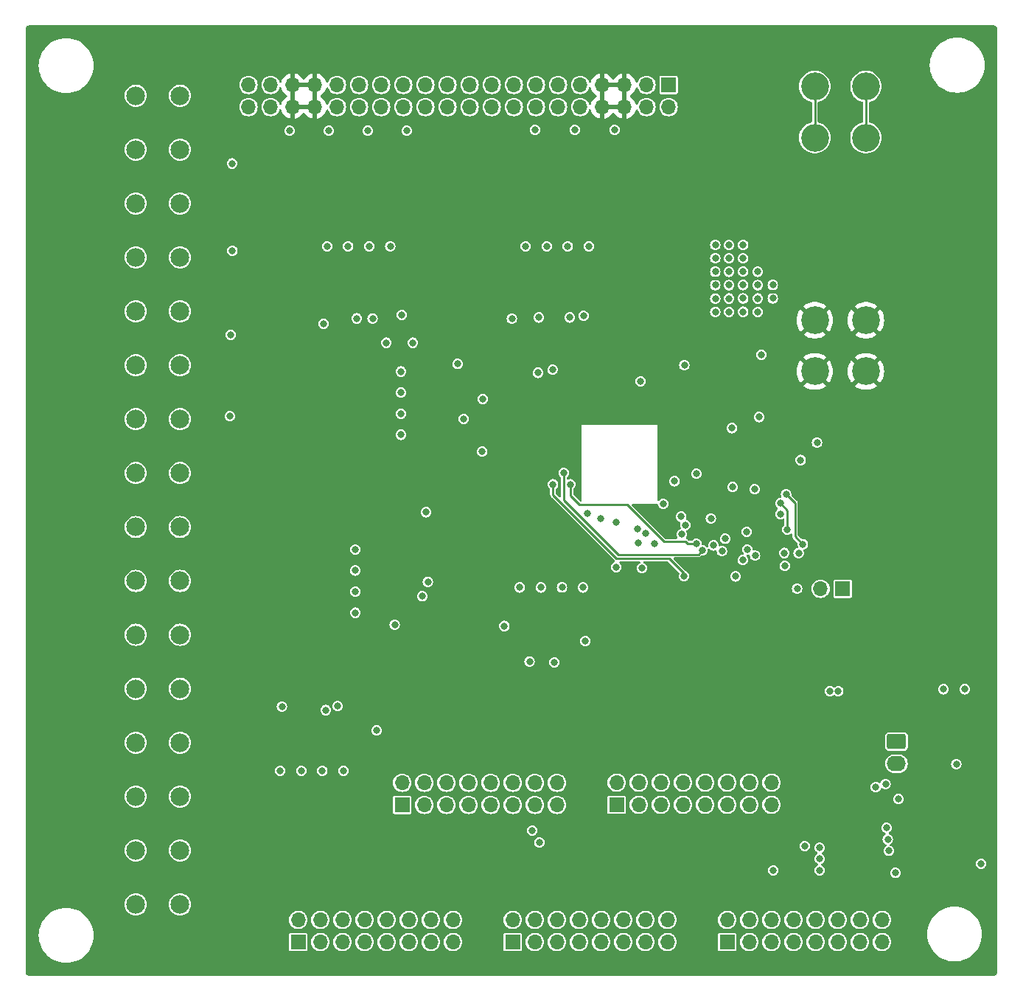
<source format=gbr>
%TF.GenerationSoftware,KiCad,Pcbnew,7.0.10*%
%TF.CreationDate,2024-05-01T16:26:35-07:00*%
%TF.ProjectId,control,636f6e74-726f-46c2-9e6b-696361645f70,B*%
%TF.SameCoordinates,Original*%
%TF.FileFunction,Copper,L2,Inr*%
%TF.FilePolarity,Positive*%
%FSLAX46Y46*%
G04 Gerber Fmt 4.6, Leading zero omitted, Abs format (unit mm)*
G04 Created by KiCad (PCBNEW 7.0.10) date 2024-05-01 16:26:35*
%MOMM*%
%LPD*%
G01*
G04 APERTURE LIST*
G04 Aperture macros list*
%AMRoundRect*
0 Rectangle with rounded corners*
0 $1 Rounding radius*
0 $2 $3 $4 $5 $6 $7 $8 $9 X,Y pos of 4 corners*
0 Add a 4 corners polygon primitive as box body*
4,1,4,$2,$3,$4,$5,$6,$7,$8,$9,$2,$3,0*
0 Add four circle primitives for the rounded corners*
1,1,$1+$1,$2,$3*
1,1,$1+$1,$4,$5*
1,1,$1+$1,$6,$7*
1,1,$1+$1,$8,$9*
0 Add four rect primitives between the rounded corners*
20,1,$1+$1,$2,$3,$4,$5,0*
20,1,$1+$1,$4,$5,$6,$7,0*
20,1,$1+$1,$6,$7,$8,$9,0*
20,1,$1+$1,$8,$9,$2,$3,0*%
G04 Aperture macros list end*
%TA.AperFunction,ComponentPad*%
%ADD10C,2.145000*%
%TD*%
%TA.AperFunction,ComponentPad*%
%ADD11R,1.700000X1.700000*%
%TD*%
%TA.AperFunction,ComponentPad*%
%ADD12O,1.700000X1.700000*%
%TD*%
%TA.AperFunction,ComponentPad*%
%ADD13C,3.200000*%
%TD*%
%TA.AperFunction,ComponentPad*%
%ADD14RoundRect,0.250000X-0.845000X0.620000X-0.845000X-0.620000X0.845000X-0.620000X0.845000X0.620000X0*%
%TD*%
%TA.AperFunction,ComponentPad*%
%ADD15O,2.190000X1.740000*%
%TD*%
%TA.AperFunction,ViaPad*%
%ADD16C,0.800000*%
%TD*%
%TA.AperFunction,Conductor*%
%ADD17C,0.250000*%
%TD*%
G04 APERTURE END LIST*
D10*
%TO.N,Net-(J27-P1-Pad1)*%
%TO.C,J27*%
X83693000Y-94002800D03*
X88773000Y-94002800D03*
%TD*%
%TO.N,Net-(J26-P1-Pad1)*%
%TO.C,J26*%
X83693000Y-87814400D03*
X88773000Y-87814400D03*
%TD*%
%TO.N,Net-(J25-P1-Pad1)*%
%TO.C,J25*%
X83693000Y-81626000D03*
X88773000Y-81626000D03*
%TD*%
%TO.N,Net-(J24-P1-Pad1)*%
%TO.C,J24*%
X83693000Y-75437600D03*
X88773000Y-75437600D03*
%TD*%
%TO.N,Net-(J23-P1-Pad1)*%
%TO.C,J23*%
X83693000Y-69249200D03*
X88773000Y-69249200D03*
%TD*%
%TO.N,Net-(J22-P1-Pad1)*%
%TO.C,J22*%
X83693000Y-63060800D03*
X88773000Y-63060800D03*
%TD*%
%TO.N,Net-(J21-P1-Pad1)*%
%TO.C,J21*%
X83693000Y-56872400D03*
X88773000Y-56872400D03*
%TD*%
%TO.N,Net-(J20-P1-Pad1)*%
%TO.C,J20*%
X83693000Y-50684000D03*
X88773000Y-50684000D03*
%TD*%
%TO.N,Net-(J19-P1-Pad1)*%
%TO.C,J19*%
X83693000Y-143510000D03*
X88773000Y-143510000D03*
%TD*%
%TO.N,Net-(J18-P1-Pad1)*%
%TO.C,J18*%
X83693000Y-137321600D03*
X88773000Y-137321600D03*
%TD*%
%TO.N,Net-(J17-P1-Pad1)*%
%TO.C,J17*%
X83693000Y-131133200D03*
X88773000Y-131133200D03*
%TD*%
%TO.N,Net-(J16-P1-Pad1)*%
%TO.C,J16*%
X83693000Y-124944800D03*
X88773000Y-124944800D03*
%TD*%
%TO.N,Net-(J15-P1-Pad1)*%
%TO.C,J15*%
X83693000Y-118756400D03*
X88773000Y-118756400D03*
%TD*%
%TO.N,Net-(J14-P1-Pad1)*%
%TO.C,J14*%
X83693000Y-112568000D03*
X88773000Y-112568000D03*
%TD*%
%TO.N,Net-(J13-P1-Pad1)*%
%TO.C,J13*%
X83693000Y-106379600D03*
X88773000Y-106379600D03*
%TD*%
%TO.N,Net-(J12-P1-Pad1)*%
%TO.C,J12*%
X83693000Y-100191200D03*
X88773000Y-100191200D03*
%TD*%
D11*
%TO.N,Net-(J11-VTref)*%
%TO.C,JP1*%
X164901800Y-107289600D03*
D12*
%TO.N,+3.3V*%
X162361800Y-107289600D03*
%TD*%
D13*
%TO.N,GNDREF*%
%TO.C,J2*%
X167566400Y-76466600D03*
X161696400Y-76466600D03*
X167566400Y-82336600D03*
X161696400Y-82336600D03*
%TD*%
D14*
%TO.N,/RS485_B*%
%TO.C,J28*%
X171074400Y-124815600D03*
D15*
%TO.N,/RS485_A*%
X171074400Y-127355600D03*
%TD*%
D13*
%TO.N,Net-(D2-A)*%
%TO.C,J1*%
X167566400Y-49631600D03*
X161696400Y-49631600D03*
X167566400Y-55501600D03*
X161696400Y-55501600D03*
%TD*%
D11*
%TO.N,unconnected-(J5-Pin_1-Pad1)*%
%TO.C,J5*%
X151638000Y-147828000D03*
D12*
%TO.N,unconnected-(J5-Pin_2-Pad2)*%
X151638000Y-145288000D03*
%TO.N,unconnected-(J5-Pin_3-Pad3)*%
X154178000Y-147828000D03*
%TO.N,unconnected-(J5-Pin_4-Pad4)*%
X154178000Y-145288000D03*
%TO.N,unconnected-(J5-Pin_5-Pad5)*%
X156718000Y-147828000D03*
%TO.N,COMP_1_LGT_EN*%
X156718000Y-145288000D03*
%TO.N,unconnected-(J5-Pin_7-Pad7)*%
X159258000Y-147828000D03*
%TO.N,COMP_2_LGT_EN*%
X159258000Y-145288000D03*
%TO.N,unconnected-(J5-Pin_9-Pad9)*%
X161798000Y-147828000D03*
%TO.N,COMP_3_LGT_EN*%
X161798000Y-145288000D03*
%TO.N,unconnected-(J5-Pin_11-Pad11)*%
X164338000Y-147828000D03*
%TO.N,COMP_4_LGT_EN*%
X164338000Y-145288000D03*
%TO.N,unconnected-(J5-Pin_13-Pad13)*%
X166878000Y-147828000D03*
%TO.N,COMP_5_LGT_EN*%
X166878000Y-145288000D03*
%TO.N,unconnected-(J5-Pin_15-Pad15)*%
X169418000Y-147828000D03*
%TO.N,unconnected-(J5-Pin_16-Pad16)*%
X169418000Y-145288000D03*
%TD*%
D11*
%TO.N,unconnected-(J4-Pin_1-Pad1)*%
%TO.C,J4*%
X127000000Y-147828000D03*
D12*
%TO.N,unconnected-(J4-Pin_2-Pad2)*%
X127000000Y-145288000D03*
%TO.N,unconnected-(J4-Pin_3-Pad3)*%
X129540000Y-147828000D03*
%TO.N,unconnected-(J4-Pin_4-Pad4)*%
X129540000Y-145288000D03*
%TO.N,unconnected-(J4-Pin_5-Pad5)*%
X132080000Y-147828000D03*
%TO.N,MARKER_LGT_EN*%
X132080000Y-145288000D03*
%TO.N,unconnected-(J4-Pin_7-Pad7)*%
X134620000Y-147828000D03*
%TO.N,BACKUP_CHIME_EN*%
X134620000Y-145288000D03*
%TO.N,unconnected-(J4-Pin_9-Pad9)*%
X137160000Y-147828000D03*
%TO.N,Net-(J4-Pin_10)*%
X137160000Y-145288000D03*
%TO.N,unconnected-(J4-Pin_11-Pad11)*%
X139700000Y-147828000D03*
%TO.N,Net-(J4-Pin_10)*%
X139700000Y-145288000D03*
%TO.N,unconnected-(J4-Pin_13-Pad13)*%
X142240000Y-147828000D03*
%TO.N,ISECT_D_EN*%
X142240000Y-145288000D03*
%TO.N,unconnected-(J4-Pin_15-Pad15)*%
X144780000Y-147828000D03*
%TO.N,ISECT_P_EN*%
X144780000Y-145288000D03*
%TD*%
D11*
%TO.N,+12V*%
%TO.C,J10*%
X144900000Y-49460000D03*
D12*
X144900000Y-52000000D03*
X142360000Y-49460000D03*
X142360000Y-52000000D03*
%TO.N,GNDREF*%
X139820000Y-49460000D03*
X139820000Y-52000000D03*
X137280000Y-49460000D03*
X137280000Y-52000000D03*
%TO.N,Net-(J10-Pin_9)*%
X134740000Y-49460000D03*
%TO.N,Net-(J10-Pin_10)*%
X134740000Y-52000000D03*
%TO.N,CAB_SIGNAL_1*%
X132200000Y-49460000D03*
%TO.N,CAB_SIGNAL_5*%
X132200000Y-52000000D03*
%TO.N,CAB_SIGNAL_1*%
X129660000Y-49460000D03*
%TO.N,CAB_SIGNAL_5*%
X129660000Y-52000000D03*
%TO.N,CAB_SIGNAL_2*%
X127120000Y-49460000D03*
%TO.N,CAB_SIGNAL_6*%
X127120000Y-52000000D03*
%TO.N,CAB_SIGNAL_2*%
X124580000Y-49460000D03*
%TO.N,CAB_SIGNAL_6*%
X124580000Y-52000000D03*
%TO.N,CAB_SIGNAL_3*%
X122040000Y-49460000D03*
%TO.N,CAB_SIGNAL_7*%
X122040000Y-52000000D03*
%TO.N,CAB_SIGNAL_3*%
X119500000Y-49460000D03*
%TO.N,CAB_SIGNAL_7*%
X119500000Y-52000000D03*
%TO.N,CAB_SIGNAL_4*%
X116960000Y-49460000D03*
%TO.N,CAB_SIGNAL_8*%
X116960000Y-52000000D03*
%TO.N,CAB_SIGNAL_4*%
X114420000Y-49460000D03*
%TO.N,CAB_SIGNAL_8*%
X114420000Y-52000000D03*
%TO.N,unconnected-(J10-Pin_27-Pad27)*%
X111880000Y-49460000D03*
%TO.N,unconnected-(J10-Pin_28-Pad28)*%
X111880000Y-52000000D03*
%TO.N,unconnected-(J10-Pin_29-Pad29)*%
X109340000Y-49460000D03*
%TO.N,unconnected-(J10-Pin_30-Pad30)*%
X109340000Y-52000000D03*
%TO.N,unconnected-(J10-Pin_31-Pad31)*%
X106800000Y-49460000D03*
%TO.N,unconnected-(J10-Pin_32-Pad32)*%
X106800000Y-52000000D03*
%TO.N,GNDREF*%
X104260000Y-49460000D03*
X104260000Y-52000000D03*
X101720000Y-49460000D03*
X101720000Y-52000000D03*
%TO.N,+12V*%
X99180000Y-49460000D03*
X99180000Y-52000000D03*
X96640000Y-49460000D03*
X96640000Y-52000000D03*
%TD*%
D11*
%TO.N,unconnected-(J3-Pin_1-Pad1)*%
%TO.C,J3*%
X102362000Y-147828000D03*
D12*
%TO.N,unconnected-(J3-Pin_2-Pad2)*%
X102362000Y-145288000D03*
%TO.N,unconnected-(J3-Pin_3-Pad3)*%
X104902000Y-147828000D03*
%TO.N,unconnected-(J3-Pin_4-Pad4)*%
X104902000Y-145288000D03*
%TO.N,unconnected-(J3-Pin_5-Pad5)*%
X107442000Y-147828000D03*
%TO.N,Net-(J3-Pin_6)*%
X107442000Y-145288000D03*
%TO.N,unconnected-(J3-Pin_7-Pad7)*%
X109982000Y-147828000D03*
%TO.N,Net-(J3-Pin_6)*%
X109982000Y-145288000D03*
%TO.N,unconnected-(J3-Pin_9-Pad9)*%
X112522000Y-147828000D03*
%TO.N,Net-(J3-Pin_10)*%
X112522000Y-145288000D03*
%TO.N,unconnected-(J3-Pin_11-Pad11)*%
X115062000Y-147828000D03*
%TO.N,Net-(J3-Pin_10)*%
X115062000Y-145288000D03*
%TO.N,unconnected-(J3-Pin_13-Pad13)*%
X117602000Y-147828000D03*
%TO.N,Net-(J3-Pin_14)*%
X117602000Y-145288000D03*
%TO.N,unconnected-(J3-Pin_15-Pad15)*%
X120142000Y-147828000D03*
%TO.N,Net-(J3-Pin_14)*%
X120142000Y-145288000D03*
%TD*%
D11*
%TO.N,unconnected-(J7-Pin_1-Pad1)*%
%TO.C,J7*%
X138938000Y-132080000D03*
D12*
%TO.N,unconnected-(J7-Pin_2-Pad2)*%
X138938000Y-129540000D03*
%TO.N,unconnected-(J7-Pin_3-Pad3)*%
X141478000Y-132080000D03*
%TO.N,unconnected-(J7-Pin_4-Pad4)*%
X141478000Y-129540000D03*
%TO.N,unconnected-(J7-Pin_5-Pad5)*%
X144018000Y-132080000D03*
%TO.N,AUX_7_EN*%
X144018000Y-129540000D03*
%TO.N,unconnected-(J7-Pin_7-Pad7)*%
X146558000Y-132080000D03*
%TO.N,AUX_8_EN*%
X146558000Y-129540000D03*
%TO.N,unconnected-(J7-Pin_9-Pad9)*%
X149098000Y-132080000D03*
%TO.N,AUX_9_EN*%
X149098000Y-129540000D03*
%TO.N,unconnected-(J7-Pin_11-Pad11)*%
X151638000Y-132080000D03*
%TO.N,AUX_10_EN*%
X151638000Y-129540000D03*
%TO.N,unconnected-(J7-Pin_13-Pad13)*%
X154178000Y-132080000D03*
%TO.N,AUX_11_EN*%
X154178000Y-129540000D03*
%TO.N,unconnected-(J7-Pin_15-Pad15)*%
X156718000Y-132080000D03*
%TO.N,AUX_12_EN*%
X156718000Y-129540000D03*
%TD*%
D11*
%TO.N,unconnected-(J6-Pin_1-Pad1)*%
%TO.C,J6*%
X114300000Y-132096000D03*
D12*
%TO.N,unconnected-(J6-Pin_2-Pad2)*%
X114300000Y-129556000D03*
%TO.N,unconnected-(J6-Pin_3-Pad3)*%
X116840000Y-132096000D03*
%TO.N,unconnected-(J6-Pin_4-Pad4)*%
X116840000Y-129556000D03*
%TO.N,unconnected-(J6-Pin_5-Pad5)*%
X119380000Y-132096000D03*
%TO.N,AUX_1_EN*%
X119380000Y-129556000D03*
%TO.N,unconnected-(J6-Pin_7-Pad7)*%
X121920000Y-132096000D03*
%TO.N,AUX_2_EN*%
X121920000Y-129556000D03*
%TO.N,unconnected-(J6-Pin_9-Pad9)*%
X124460000Y-132096000D03*
%TO.N,AUX_3_EN*%
X124460000Y-129556000D03*
%TO.N,unconnected-(J6-Pin_11-Pad11)*%
X127000000Y-132096000D03*
%TO.N,AUX_4_EN*%
X127000000Y-129556000D03*
%TO.N,unconnected-(J6-Pin_13-Pad13)*%
X129540000Y-132096000D03*
%TO.N,AUX_5_EN*%
X129540000Y-129556000D03*
%TO.N,unconnected-(J6-Pin_15-Pad15)*%
X132080000Y-132096000D03*
%TO.N,AUX_6_EN*%
X132080000Y-129556000D03*
%TD*%
D16*
%TO.N,I2C3_SDA*%
X159664400Y-107289600D03*
%TO.N,I2C3_SCL*%
X159842200Y-103174800D03*
%TO.N,COMP_4_SENSE*%
X126034800Y-111556800D03*
X146354800Y-99009200D03*
%TO.N,COMP_1_SENSE*%
X145592800Y-94945200D03*
X138887200Y-104800400D03*
X138887200Y-99669600D03*
X135331200Y-113284000D03*
%TO.N,GNDREF*%
X160324800Y-97409000D03*
X160324800Y-98704400D03*
X110506932Y-65582800D03*
X108085466Y-65582800D03*
X120497600Y-116230400D03*
X138430000Y-87757000D03*
X107543600Y-130556000D03*
X170434000Y-117703600D03*
X135077200Y-104749600D03*
X111760000Y-82346800D03*
X149352000Y-65633600D03*
X166319200Y-133197600D03*
X148336000Y-100888800D03*
X139446000Y-86995000D03*
X151257000Y-65633600D03*
X160324800Y-96113600D03*
X111760000Y-87189734D03*
X100279200Y-130556000D03*
X106527600Y-105189868D03*
X105664000Y-65582800D03*
X106527600Y-102768400D03*
X141782800Y-119329200D03*
X112928400Y-65582800D03*
X144526000Y-61823600D03*
X126492000Y-79603600D03*
X157022800Y-119024400D03*
X135737600Y-65582800D03*
X105122134Y-130556000D03*
X154076400Y-106730800D03*
X128473200Y-65582800D03*
X154635200Y-92506800D03*
X138430000Y-86233000D03*
X181102000Y-127050800D03*
X111760000Y-84768268D03*
X133316132Y-65582800D03*
X157022800Y-120497600D03*
X122021600Y-98501200D03*
X140462000Y-87757000D03*
X151180800Y-99263200D03*
X111760000Y-89611200D03*
X170383200Y-114960400D03*
X102700668Y-130556000D03*
X106527600Y-110032800D03*
X127812800Y-104749600D03*
X166319200Y-131876800D03*
X130234266Y-104749600D03*
X112318800Y-117043200D03*
X166319200Y-141884400D03*
X134416800Y-96367600D03*
X153162000Y-65633600D03*
X132655732Y-104749600D03*
X130894666Y-65582800D03*
X140462000Y-86233000D03*
X152196800Y-85699600D03*
X122478800Y-119329200D03*
X106527600Y-107611334D03*
X126492000Y-78486000D03*
X115265200Y-121666000D03*
X144475200Y-96418400D03*
X144526000Y-60452000D03*
X144526000Y-63195200D03*
X96062800Y-117043200D03*
%TO.N,+3.3V*%
X150266400Y-73964800D03*
X135737600Y-67970400D03*
X133316132Y-67970400D03*
X180797200Y-138836400D03*
X157734000Y-98704400D03*
X102700668Y-128168400D03*
X153466800Y-72420480D03*
X151841200Y-75498960D03*
X153466800Y-67818000D03*
X152603200Y-105867200D03*
X100279200Y-128168400D03*
X132655732Y-107137200D03*
X108085466Y-67970400D03*
X114147600Y-87189734D03*
X152196800Y-88849200D03*
X114147600Y-82346800D03*
X155143200Y-70896480D03*
X130894666Y-67970400D03*
X112928400Y-67970400D03*
X135077200Y-107137200D03*
X155143200Y-72430640D03*
X150266400Y-72430640D03*
X108915200Y-105189868D03*
X114147600Y-84768268D03*
X150266400Y-75498960D03*
X164388800Y-119024400D03*
X128473200Y-67970400D03*
X171297600Y-131419600D03*
X151841200Y-73964800D03*
X150266400Y-70896480D03*
X153466800Y-73954640D03*
X155143200Y-73964800D03*
X108915200Y-107611334D03*
X130234266Y-107137200D03*
X153466800Y-75488800D03*
X151841200Y-67828160D03*
X151841200Y-69362320D03*
X151841200Y-72430640D03*
X105664000Y-67970400D03*
X127812800Y-107137200D03*
X105122134Y-128168400D03*
X108915200Y-102768400D03*
X150266400Y-67828160D03*
X153466800Y-69352160D03*
X150266400Y-69362320D03*
X155143200Y-75498960D03*
X110506932Y-67970400D03*
X156870400Y-72420480D03*
X163423600Y-119024400D03*
X156870400Y-73954640D03*
X153466800Y-70886320D03*
X149758400Y-99212400D03*
X108915200Y-110032800D03*
X114147600Y-89611200D03*
X151841200Y-70896480D03*
X107543600Y-128168400D03*
%TO.N,+12V*%
X138684000Y-54610000D03*
X114808000Y-54711600D03*
X94589600Y-78130400D03*
X110337600Y-54711600D03*
X129540000Y-54610000D03*
X94792800Y-68478400D03*
X94488000Y-87477600D03*
X101346000Y-54711600D03*
X134112000Y-54610000D03*
X105867200Y-54711600D03*
X94742000Y-58470800D03*
%TO.N,CAB_2_SENSE*%
X131622800Y-95300800D03*
X109067600Y-76250800D03*
X146659600Y-105816400D03*
%TO.N,CAB_1_SENSE*%
X148793200Y-102870000D03*
X115519200Y-79044800D03*
X132842000Y-93980000D03*
X105257600Y-76860400D03*
X112471200Y-79044800D03*
%TO.N,CAB_4_SENSE*%
X158242000Y-104648000D03*
X155295600Y-87579200D03*
X114249200Y-75844400D03*
X155549600Y-80416400D03*
%TO.N,CAB_3_SENSE*%
X141833600Y-104902000D03*
X110896400Y-76250800D03*
X135534400Y-98653600D03*
%TO.N,CAB_6_SENSE*%
X133553200Y-76149200D03*
X152247600Y-95605600D03*
%TO.N,CAB_5_SENSE*%
X154838400Y-103479600D03*
X135128000Y-75946000D03*
%TO.N,CAB_8_SENSE*%
X129895600Y-82499200D03*
X151384000Y-101549200D03*
X126898400Y-76301600D03*
%TO.N,CAB_7_SENSE*%
X131572000Y-82143600D03*
X129997200Y-76149200D03*
X153873200Y-100736400D03*
%TO.N,STOP_LIGHT_SENSE*%
X153416000Y-103987600D03*
X113436400Y-111404400D03*
%TO.N,PARK_BRAKE_SENSE*%
X117043200Y-98501200D03*
X150063200Y-102311200D03*
X137109200Y-99212400D03*
%TO.N,MARKER_LIGHT_SENSE*%
X117246400Y-106476800D03*
X151028400Y-102971600D03*
%TO.N,REVERSE_LIGHT_SENSE*%
X153924000Y-102768400D03*
X116586000Y-108153200D03*
%TO.N,HORN_SENSE*%
X105511600Y-121208800D03*
X142290800Y-100939600D03*
%TO.N,AUX_1_SENSE*%
X141376400Y-102057200D03*
X106883200Y-120751600D03*
%TO.N,AUX_2_SENSE*%
X143256000Y-102108000D03*
X111353600Y-123545600D03*
%TO.N,BATT_SW_SENSE*%
X100482400Y-120802400D03*
X141325600Y-100431600D03*
%TO.N,COMP_2_SENSE*%
X146405600Y-101041200D03*
X131775200Y-115722400D03*
%TO.N,COMP_3_SENSE*%
X128930400Y-115620800D03*
X146812000Y-99974400D03*
%TO.N,COMP_5_SENSE*%
X133604000Y-95300800D03*
X148082000Y-102108000D03*
X120650000Y-81483200D03*
%TO.N,REAR_DOOR_SENSE*%
X123545600Y-85496400D03*
X148082000Y-94081600D03*
%TO.N,AUX_3_SENSE*%
X123494800Y-91541600D03*
X144272000Y-97536000D03*
X154787600Y-95859600D03*
%TO.N,SIDE_DOOR_SENSE*%
X146710400Y-81635600D03*
X141681200Y-83464400D03*
X121361200Y-87782400D03*
X158191200Y-103174800D03*
%TO.N,/MCU/#RESET*%
X160070800Y-92506800D03*
X161950400Y-90525600D03*
%TO.N,AUX_4_EN*%
X160528000Y-136804400D03*
%TO.N,AUX_5_EN*%
X162255200Y-137007600D03*
X129235200Y-135026400D03*
%TO.N,AUX_6_EN*%
X162255200Y-138277600D03*
X130048000Y-136398000D03*
%TO.N,UART5_TX*%
X158394400Y-96418400D03*
X160324800Y-102158800D03*
%TO.N,UART5_RX*%
X158546800Y-100482400D03*
X157734000Y-97485200D03*
%TO.N,AUX_9_EN*%
X162255200Y-139598400D03*
X156921200Y-139598400D03*
%TO.N,AUX_10_EN*%
X170942000Y-139903200D03*
%TO.N,AUX_11_EN*%
X170180000Y-137363200D03*
%TO.N,AUX_12_EN*%
X170078400Y-136042400D03*
%TO.N,I2C3_SDA*%
X169824400Y-129692400D03*
%TO.N,I2C3_SCL*%
X168706800Y-130048000D03*
%TO.N,Net-(J10-Pin_9)*%
X178917600Y-118821200D03*
%TO.N,Net-(J10-Pin_10)*%
X176479200Y-118821200D03*
%TO.N,Net-(U10-INT#)*%
X169926000Y-134721600D03*
X177952400Y-127406400D03*
%TD*%
D17*
%TO.N,CAB_2_SENSE*%
X144939000Y-103791000D02*
X144475200Y-103791000D01*
X144475200Y-103791000D02*
X138917804Y-103791000D01*
X146659600Y-105511600D02*
X144939000Y-103791000D01*
X146659600Y-105816400D02*
X146659600Y-105511600D01*
X131622800Y-95300800D02*
X131622800Y-95402400D01*
X131622800Y-96495996D02*
X131622800Y-95300800D01*
X138917804Y-103791000D02*
X131622800Y-96495996D01*
%TO.N,CAB_1_SENSE*%
X139104200Y-103341000D02*
X132842000Y-97078800D01*
X148793200Y-102870000D02*
X148322200Y-103341000D01*
X148322200Y-103341000D02*
X139104200Y-103341000D01*
X132842000Y-97078800D02*
X132842000Y-93980000D01*
%TO.N,COMP_5_SENSE*%
X134684895Y-97661000D02*
X133604000Y-96580105D01*
X133604000Y-95300800D02*
X133604000Y-95402400D01*
X146858305Y-101891000D02*
X144387200Y-101891000D01*
X144387200Y-101891000D02*
X140157200Y-97661000D01*
X147075305Y-102108000D02*
X146858305Y-101891000D01*
X140157200Y-97661000D02*
X134684895Y-97661000D01*
X148082000Y-102108000D02*
X147075305Y-102108000D01*
X133604000Y-96580105D02*
X133604000Y-95300800D01*
%TO.N,UART5_TX*%
X159417000Y-97441000D02*
X158394400Y-96418400D01*
X160324800Y-102158800D02*
X159417000Y-101251000D01*
X159417000Y-101251000D02*
X159417000Y-97441000D01*
%TO.N,UART5_RX*%
X157734000Y-97485200D02*
X158546800Y-98298000D01*
X158699200Y-100279200D02*
X158597600Y-100380800D01*
X158546800Y-98298000D02*
X158546800Y-100482400D01*
%TO.N,Net-(D2-A)*%
X167566400Y-55501600D02*
X167566400Y-49631600D01*
X161696400Y-55501600D02*
X161696400Y-49631600D01*
%TD*%
%TA.AperFunction,Conductor*%
%TO.N,GNDREF*%
G36*
X103800507Y-51790156D02*
G01*
X103760000Y-51928111D01*
X103760000Y-52071889D01*
X103800507Y-52209844D01*
X103826314Y-52250000D01*
X102153686Y-52250000D01*
X102179493Y-52209844D01*
X102220000Y-52071889D01*
X102220000Y-51928111D01*
X102179493Y-51790156D01*
X102153686Y-51750000D01*
X103826314Y-51750000D01*
X103800507Y-51790156D01*
G37*
%TD.AperFunction*%
%TA.AperFunction,Conductor*%
G36*
X101970000Y-51564498D02*
G01*
X101862315Y-51515320D01*
X101755763Y-51500000D01*
X101684237Y-51500000D01*
X101577685Y-51515320D01*
X101470000Y-51564498D01*
X101470000Y-49895501D01*
X101577685Y-49944680D01*
X101684237Y-49960000D01*
X101755763Y-49960000D01*
X101862315Y-49944680D01*
X101970000Y-49895501D01*
X101970000Y-51564498D01*
G37*
%TD.AperFunction*%
%TA.AperFunction,Conductor*%
G36*
X104510000Y-51564498D02*
G01*
X104402315Y-51515320D01*
X104295763Y-51500000D01*
X104224237Y-51500000D01*
X104117685Y-51515320D01*
X104010000Y-51564498D01*
X104010000Y-49895501D01*
X104117685Y-49944680D01*
X104224237Y-49960000D01*
X104295763Y-49960000D01*
X104402315Y-49944680D01*
X104510000Y-49895501D01*
X104510000Y-51564498D01*
G37*
%TD.AperFunction*%
%TA.AperFunction,Conductor*%
G36*
X103800507Y-49250156D02*
G01*
X103760000Y-49388111D01*
X103760000Y-49531889D01*
X103800507Y-49669844D01*
X103826314Y-49710000D01*
X102153686Y-49710000D01*
X102179493Y-49669844D01*
X102220000Y-49531889D01*
X102220000Y-49388111D01*
X102179493Y-49250156D01*
X102153686Y-49210000D01*
X103826314Y-49210000D01*
X103800507Y-49250156D01*
G37*
%TD.AperFunction*%
%TA.AperFunction,Conductor*%
G36*
X139360507Y-51790156D02*
G01*
X139320000Y-51928111D01*
X139320000Y-52071889D01*
X139360507Y-52209844D01*
X139386314Y-52250000D01*
X137713686Y-52250000D01*
X137739493Y-52209844D01*
X137780000Y-52071889D01*
X137780000Y-51928111D01*
X137739493Y-51790156D01*
X137713686Y-51750000D01*
X139386314Y-51750000D01*
X139360507Y-51790156D01*
G37*
%TD.AperFunction*%
%TA.AperFunction,Conductor*%
G36*
X137530000Y-51564498D02*
G01*
X137422315Y-51515320D01*
X137315763Y-51500000D01*
X137244237Y-51500000D01*
X137137685Y-51515320D01*
X137030000Y-51564498D01*
X137030000Y-49895501D01*
X137137685Y-49944680D01*
X137244237Y-49960000D01*
X137315763Y-49960000D01*
X137422315Y-49944680D01*
X137530000Y-49895501D01*
X137530000Y-51564498D01*
G37*
%TD.AperFunction*%
%TA.AperFunction,Conductor*%
G36*
X140070000Y-51564498D02*
G01*
X139962315Y-51515320D01*
X139855763Y-51500000D01*
X139784237Y-51500000D01*
X139677685Y-51515320D01*
X139570000Y-51564498D01*
X139570000Y-49895501D01*
X139677685Y-49944680D01*
X139784237Y-49960000D01*
X139855763Y-49960000D01*
X139962315Y-49944680D01*
X140070000Y-49895501D01*
X140070000Y-51564498D01*
G37*
%TD.AperFunction*%
%TA.AperFunction,Conductor*%
G36*
X139360507Y-49250156D02*
G01*
X139320000Y-49388111D01*
X139320000Y-49531889D01*
X139360507Y-49669844D01*
X139386314Y-49710000D01*
X137713686Y-49710000D01*
X137739493Y-49669844D01*
X137780000Y-49531889D01*
X137780000Y-49388111D01*
X137739493Y-49250156D01*
X137713686Y-49210000D01*
X139386314Y-49210000D01*
X139360507Y-49250156D01*
G37*
%TD.AperFunction*%
%TA.AperFunction,Conductor*%
G36*
X182184859Y-42571461D02*
G01*
X182290023Y-42585306D01*
X182321291Y-42593684D01*
X182411718Y-42631140D01*
X182439752Y-42647325D01*
X182517402Y-42706909D01*
X182540291Y-42729798D01*
X182599874Y-42807448D01*
X182616059Y-42835481D01*
X182653515Y-42925908D01*
X182661893Y-42957175D01*
X182675739Y-43062339D01*
X182676800Y-43078525D01*
X182676800Y-151231474D01*
X182675739Y-151247660D01*
X182661893Y-151352824D01*
X182653515Y-151384091D01*
X182616059Y-151474518D01*
X182599874Y-151502551D01*
X182540291Y-151580201D01*
X182517401Y-151603091D01*
X182439751Y-151662674D01*
X182411718Y-151678859D01*
X182321291Y-151716315D01*
X182290024Y-151724693D01*
X182196198Y-151737046D01*
X182184858Y-151738539D01*
X182168674Y-151739600D01*
X71526526Y-151739600D01*
X71510341Y-151738539D01*
X71497317Y-151736824D01*
X71405175Y-151724693D01*
X71373908Y-151716315D01*
X71283481Y-151678859D01*
X71255448Y-151662674D01*
X71177798Y-151603091D01*
X71154908Y-151580201D01*
X71095325Y-151502551D01*
X71079140Y-151474518D01*
X71041684Y-151384091D01*
X71033306Y-151352823D01*
X71019461Y-151247659D01*
X71018400Y-151231474D01*
X71018400Y-147066000D01*
X72536536Y-147066000D01*
X72556376Y-147419295D01*
X72556378Y-147419307D01*
X72615649Y-147768153D01*
X72615651Y-147768162D01*
X72713608Y-148108178D01*
X72849021Y-148435098D01*
X72849023Y-148435102D01*
X73020194Y-148744812D01*
X73020197Y-148744817D01*
X73224956Y-149033396D01*
X73224962Y-149033404D01*
X73460748Y-149297248D01*
X73460751Y-149297251D01*
X73724595Y-149533037D01*
X73724603Y-149533043D01*
X74013182Y-149737802D01*
X74013187Y-149737805D01*
X74013190Y-149737806D01*
X74013192Y-149737808D01*
X74047154Y-149756578D01*
X74322897Y-149908976D01*
X74322901Y-149908978D01*
X74429013Y-149952930D01*
X74649816Y-150044390D01*
X74989843Y-150142350D01*
X75338700Y-150201623D01*
X75603608Y-150216500D01*
X75603625Y-150216500D01*
X75780375Y-150216500D01*
X75780392Y-150216500D01*
X76045300Y-150201623D01*
X76394157Y-150142350D01*
X76734184Y-150044390D01*
X77061105Y-149908975D01*
X77370808Y-149737808D01*
X77370813Y-149737804D01*
X77370817Y-149737802D01*
X77461786Y-149673255D01*
X77659400Y-149533041D01*
X77923250Y-149297250D01*
X78159041Y-149033400D01*
X78322354Y-148803232D01*
X78363802Y-148744817D01*
X78363805Y-148744812D01*
X78363808Y-148744808D01*
X78389815Y-148697752D01*
X101311500Y-148697752D01*
X101323131Y-148756229D01*
X101323132Y-148756230D01*
X101367447Y-148822552D01*
X101433769Y-148866867D01*
X101433770Y-148866868D01*
X101492247Y-148878499D01*
X101492250Y-148878500D01*
X101492252Y-148878500D01*
X103231750Y-148878500D01*
X103231751Y-148878499D01*
X103246568Y-148875552D01*
X103290229Y-148866868D01*
X103290229Y-148866867D01*
X103290231Y-148866867D01*
X103356552Y-148822552D01*
X103400867Y-148756231D01*
X103400867Y-148756229D01*
X103400868Y-148756229D01*
X103412499Y-148697752D01*
X103412500Y-148697750D01*
X103412500Y-147828000D01*
X103846417Y-147828000D01*
X103866699Y-148033932D01*
X103866700Y-148033934D01*
X103926768Y-148231954D01*
X104024315Y-148414450D01*
X104024317Y-148414452D01*
X104155589Y-148574410D01*
X104252209Y-148653702D01*
X104315550Y-148705685D01*
X104498046Y-148803232D01*
X104696066Y-148863300D01*
X104696065Y-148863300D01*
X104714529Y-148865118D01*
X104902000Y-148883583D01*
X105107934Y-148863300D01*
X105305954Y-148803232D01*
X105488450Y-148705685D01*
X105648410Y-148574410D01*
X105779685Y-148414450D01*
X105877232Y-148231954D01*
X105937300Y-148033934D01*
X105957583Y-147828000D01*
X106386417Y-147828000D01*
X106406699Y-148033932D01*
X106406700Y-148033934D01*
X106466768Y-148231954D01*
X106564315Y-148414450D01*
X106564317Y-148414452D01*
X106695589Y-148574410D01*
X106792209Y-148653702D01*
X106855550Y-148705685D01*
X107038046Y-148803232D01*
X107236066Y-148863300D01*
X107236065Y-148863300D01*
X107254529Y-148865118D01*
X107442000Y-148883583D01*
X107647934Y-148863300D01*
X107845954Y-148803232D01*
X108028450Y-148705685D01*
X108188410Y-148574410D01*
X108319685Y-148414450D01*
X108417232Y-148231954D01*
X108477300Y-148033934D01*
X108497583Y-147828000D01*
X108926417Y-147828000D01*
X108946699Y-148033932D01*
X108946700Y-148033934D01*
X109006768Y-148231954D01*
X109104315Y-148414450D01*
X109104317Y-148414452D01*
X109235589Y-148574410D01*
X109332209Y-148653702D01*
X109395550Y-148705685D01*
X109578046Y-148803232D01*
X109776066Y-148863300D01*
X109776065Y-148863300D01*
X109794529Y-148865118D01*
X109982000Y-148883583D01*
X110187934Y-148863300D01*
X110385954Y-148803232D01*
X110568450Y-148705685D01*
X110728410Y-148574410D01*
X110859685Y-148414450D01*
X110957232Y-148231954D01*
X111017300Y-148033934D01*
X111037583Y-147828000D01*
X111466417Y-147828000D01*
X111486699Y-148033932D01*
X111486700Y-148033934D01*
X111546768Y-148231954D01*
X111644315Y-148414450D01*
X111644317Y-148414452D01*
X111775589Y-148574410D01*
X111872209Y-148653702D01*
X111935550Y-148705685D01*
X112118046Y-148803232D01*
X112316066Y-148863300D01*
X112316065Y-148863300D01*
X112334529Y-148865118D01*
X112522000Y-148883583D01*
X112727934Y-148863300D01*
X112925954Y-148803232D01*
X113108450Y-148705685D01*
X113268410Y-148574410D01*
X113399685Y-148414450D01*
X113497232Y-148231954D01*
X113557300Y-148033934D01*
X113577583Y-147828000D01*
X114006417Y-147828000D01*
X114026699Y-148033932D01*
X114026700Y-148033934D01*
X114086768Y-148231954D01*
X114184315Y-148414450D01*
X114184317Y-148414452D01*
X114315589Y-148574410D01*
X114412209Y-148653702D01*
X114475550Y-148705685D01*
X114658046Y-148803232D01*
X114856066Y-148863300D01*
X114856065Y-148863300D01*
X114874529Y-148865118D01*
X115062000Y-148883583D01*
X115267934Y-148863300D01*
X115465954Y-148803232D01*
X115648450Y-148705685D01*
X115808410Y-148574410D01*
X115939685Y-148414450D01*
X116037232Y-148231954D01*
X116097300Y-148033934D01*
X116117583Y-147828000D01*
X116546417Y-147828000D01*
X116566699Y-148033932D01*
X116566700Y-148033934D01*
X116626768Y-148231954D01*
X116724315Y-148414450D01*
X116724317Y-148414452D01*
X116855589Y-148574410D01*
X116952209Y-148653702D01*
X117015550Y-148705685D01*
X117198046Y-148803232D01*
X117396066Y-148863300D01*
X117396065Y-148863300D01*
X117414529Y-148865118D01*
X117602000Y-148883583D01*
X117807934Y-148863300D01*
X118005954Y-148803232D01*
X118188450Y-148705685D01*
X118348410Y-148574410D01*
X118479685Y-148414450D01*
X118577232Y-148231954D01*
X118637300Y-148033934D01*
X118657583Y-147828000D01*
X119086417Y-147828000D01*
X119106699Y-148033932D01*
X119106700Y-148033934D01*
X119166768Y-148231954D01*
X119264315Y-148414450D01*
X119264317Y-148414452D01*
X119395589Y-148574410D01*
X119492209Y-148653702D01*
X119555550Y-148705685D01*
X119738046Y-148803232D01*
X119936066Y-148863300D01*
X119936065Y-148863300D01*
X119954529Y-148865118D01*
X120142000Y-148883583D01*
X120347934Y-148863300D01*
X120545954Y-148803232D01*
X120728450Y-148705685D01*
X120738116Y-148697752D01*
X125949500Y-148697752D01*
X125961131Y-148756229D01*
X125961132Y-148756230D01*
X126005447Y-148822552D01*
X126071769Y-148866867D01*
X126071770Y-148866868D01*
X126130247Y-148878499D01*
X126130250Y-148878500D01*
X126130252Y-148878500D01*
X127869750Y-148878500D01*
X127869751Y-148878499D01*
X127884568Y-148875552D01*
X127928229Y-148866868D01*
X127928229Y-148866867D01*
X127928231Y-148866867D01*
X127994552Y-148822552D01*
X128038867Y-148756231D01*
X128038867Y-148756229D01*
X128038868Y-148756229D01*
X128050499Y-148697752D01*
X128050500Y-148697750D01*
X128050500Y-147828000D01*
X128484417Y-147828000D01*
X128504699Y-148033932D01*
X128504700Y-148033934D01*
X128564768Y-148231954D01*
X128662315Y-148414450D01*
X128662317Y-148414452D01*
X128793589Y-148574410D01*
X128890209Y-148653702D01*
X128953550Y-148705685D01*
X129136046Y-148803232D01*
X129334066Y-148863300D01*
X129334065Y-148863300D01*
X129352529Y-148865118D01*
X129540000Y-148883583D01*
X129745934Y-148863300D01*
X129943954Y-148803232D01*
X130126450Y-148705685D01*
X130286410Y-148574410D01*
X130417685Y-148414450D01*
X130515232Y-148231954D01*
X130575300Y-148033934D01*
X130595583Y-147828000D01*
X131024417Y-147828000D01*
X131044699Y-148033932D01*
X131044700Y-148033934D01*
X131104768Y-148231954D01*
X131202315Y-148414450D01*
X131202317Y-148414452D01*
X131333589Y-148574410D01*
X131430209Y-148653702D01*
X131493550Y-148705685D01*
X131676046Y-148803232D01*
X131874066Y-148863300D01*
X131874065Y-148863300D01*
X131892529Y-148865118D01*
X132080000Y-148883583D01*
X132285934Y-148863300D01*
X132483954Y-148803232D01*
X132666450Y-148705685D01*
X132826410Y-148574410D01*
X132957685Y-148414450D01*
X133055232Y-148231954D01*
X133115300Y-148033934D01*
X133135583Y-147828000D01*
X133564417Y-147828000D01*
X133584699Y-148033932D01*
X133584700Y-148033934D01*
X133644768Y-148231954D01*
X133742315Y-148414450D01*
X133742317Y-148414452D01*
X133873589Y-148574410D01*
X133970209Y-148653702D01*
X134033550Y-148705685D01*
X134216046Y-148803232D01*
X134414066Y-148863300D01*
X134414065Y-148863300D01*
X134432529Y-148865118D01*
X134620000Y-148883583D01*
X134825934Y-148863300D01*
X135023954Y-148803232D01*
X135206450Y-148705685D01*
X135366410Y-148574410D01*
X135497685Y-148414450D01*
X135595232Y-148231954D01*
X135655300Y-148033934D01*
X135675583Y-147828000D01*
X136104417Y-147828000D01*
X136124699Y-148033932D01*
X136124700Y-148033934D01*
X136184768Y-148231954D01*
X136282315Y-148414450D01*
X136282317Y-148414452D01*
X136413589Y-148574410D01*
X136510209Y-148653702D01*
X136573550Y-148705685D01*
X136756046Y-148803232D01*
X136954066Y-148863300D01*
X136954065Y-148863300D01*
X136972529Y-148865118D01*
X137160000Y-148883583D01*
X137365934Y-148863300D01*
X137563954Y-148803232D01*
X137746450Y-148705685D01*
X137906410Y-148574410D01*
X138037685Y-148414450D01*
X138135232Y-148231954D01*
X138195300Y-148033934D01*
X138215583Y-147828000D01*
X138644417Y-147828000D01*
X138664699Y-148033932D01*
X138664700Y-148033934D01*
X138724768Y-148231954D01*
X138822315Y-148414450D01*
X138822317Y-148414452D01*
X138953589Y-148574410D01*
X139050209Y-148653702D01*
X139113550Y-148705685D01*
X139296046Y-148803232D01*
X139494066Y-148863300D01*
X139494065Y-148863300D01*
X139512529Y-148865118D01*
X139700000Y-148883583D01*
X139905934Y-148863300D01*
X140103954Y-148803232D01*
X140286450Y-148705685D01*
X140446410Y-148574410D01*
X140577685Y-148414450D01*
X140675232Y-148231954D01*
X140735300Y-148033934D01*
X140755583Y-147828000D01*
X141184417Y-147828000D01*
X141204699Y-148033932D01*
X141204700Y-148033934D01*
X141264768Y-148231954D01*
X141362315Y-148414450D01*
X141362317Y-148414452D01*
X141493589Y-148574410D01*
X141590209Y-148653702D01*
X141653550Y-148705685D01*
X141836046Y-148803232D01*
X142034066Y-148863300D01*
X142034065Y-148863300D01*
X142052529Y-148865118D01*
X142240000Y-148883583D01*
X142445934Y-148863300D01*
X142643954Y-148803232D01*
X142826450Y-148705685D01*
X142986410Y-148574410D01*
X143117685Y-148414450D01*
X143215232Y-148231954D01*
X143275300Y-148033934D01*
X143295583Y-147828000D01*
X143724417Y-147828000D01*
X143744699Y-148033932D01*
X143744700Y-148033934D01*
X143804768Y-148231954D01*
X143902315Y-148414450D01*
X143902317Y-148414452D01*
X144033589Y-148574410D01*
X144130209Y-148653702D01*
X144193550Y-148705685D01*
X144376046Y-148803232D01*
X144574066Y-148863300D01*
X144574065Y-148863300D01*
X144592529Y-148865118D01*
X144780000Y-148883583D01*
X144985934Y-148863300D01*
X145183954Y-148803232D01*
X145366450Y-148705685D01*
X145376116Y-148697752D01*
X150587500Y-148697752D01*
X150599131Y-148756229D01*
X150599132Y-148756230D01*
X150643447Y-148822552D01*
X150709769Y-148866867D01*
X150709770Y-148866868D01*
X150768247Y-148878499D01*
X150768250Y-148878500D01*
X150768252Y-148878500D01*
X152507750Y-148878500D01*
X152507751Y-148878499D01*
X152522568Y-148875552D01*
X152566229Y-148866868D01*
X152566229Y-148866867D01*
X152566231Y-148866867D01*
X152632552Y-148822552D01*
X152676867Y-148756231D01*
X152676867Y-148756229D01*
X152676868Y-148756229D01*
X152688499Y-148697752D01*
X152688500Y-148697750D01*
X152688500Y-147828000D01*
X153122417Y-147828000D01*
X153142699Y-148033932D01*
X153142700Y-148033934D01*
X153202768Y-148231954D01*
X153300315Y-148414450D01*
X153300317Y-148414452D01*
X153431589Y-148574410D01*
X153528209Y-148653702D01*
X153591550Y-148705685D01*
X153774046Y-148803232D01*
X153972066Y-148863300D01*
X153972065Y-148863300D01*
X153990529Y-148865118D01*
X154178000Y-148883583D01*
X154383934Y-148863300D01*
X154581954Y-148803232D01*
X154764450Y-148705685D01*
X154924410Y-148574410D01*
X155055685Y-148414450D01*
X155153232Y-148231954D01*
X155213300Y-148033934D01*
X155233583Y-147828000D01*
X155662417Y-147828000D01*
X155682699Y-148033932D01*
X155682700Y-148033934D01*
X155742768Y-148231954D01*
X155840315Y-148414450D01*
X155840317Y-148414452D01*
X155971589Y-148574410D01*
X156068209Y-148653702D01*
X156131550Y-148705685D01*
X156314046Y-148803232D01*
X156512066Y-148863300D01*
X156512065Y-148863300D01*
X156530529Y-148865118D01*
X156718000Y-148883583D01*
X156923934Y-148863300D01*
X157121954Y-148803232D01*
X157304450Y-148705685D01*
X157464410Y-148574410D01*
X157595685Y-148414450D01*
X157693232Y-148231954D01*
X157753300Y-148033934D01*
X157773583Y-147828000D01*
X158202417Y-147828000D01*
X158222699Y-148033932D01*
X158222700Y-148033934D01*
X158282768Y-148231954D01*
X158380315Y-148414450D01*
X158380317Y-148414452D01*
X158511589Y-148574410D01*
X158608209Y-148653702D01*
X158671550Y-148705685D01*
X158854046Y-148803232D01*
X159052066Y-148863300D01*
X159052065Y-148863300D01*
X159070529Y-148865118D01*
X159258000Y-148883583D01*
X159463934Y-148863300D01*
X159661954Y-148803232D01*
X159844450Y-148705685D01*
X160004410Y-148574410D01*
X160135685Y-148414450D01*
X160233232Y-148231954D01*
X160293300Y-148033934D01*
X160313583Y-147828000D01*
X160742417Y-147828000D01*
X160762699Y-148033932D01*
X160762700Y-148033934D01*
X160822768Y-148231954D01*
X160920315Y-148414450D01*
X160920317Y-148414452D01*
X161051589Y-148574410D01*
X161148209Y-148653702D01*
X161211550Y-148705685D01*
X161394046Y-148803232D01*
X161592066Y-148863300D01*
X161592065Y-148863300D01*
X161610529Y-148865118D01*
X161798000Y-148883583D01*
X162003934Y-148863300D01*
X162201954Y-148803232D01*
X162384450Y-148705685D01*
X162544410Y-148574410D01*
X162675685Y-148414450D01*
X162773232Y-148231954D01*
X162833300Y-148033934D01*
X162853583Y-147828000D01*
X163282417Y-147828000D01*
X163302699Y-148033932D01*
X163302700Y-148033934D01*
X163362768Y-148231954D01*
X163460315Y-148414450D01*
X163460317Y-148414452D01*
X163591589Y-148574410D01*
X163688209Y-148653702D01*
X163751550Y-148705685D01*
X163934046Y-148803232D01*
X164132066Y-148863300D01*
X164132065Y-148863300D01*
X164150529Y-148865118D01*
X164338000Y-148883583D01*
X164543934Y-148863300D01*
X164741954Y-148803232D01*
X164924450Y-148705685D01*
X165084410Y-148574410D01*
X165215685Y-148414450D01*
X165313232Y-148231954D01*
X165373300Y-148033934D01*
X165393583Y-147828000D01*
X165822417Y-147828000D01*
X165842699Y-148033932D01*
X165842700Y-148033934D01*
X165902768Y-148231954D01*
X166000315Y-148414450D01*
X166000317Y-148414452D01*
X166131589Y-148574410D01*
X166228209Y-148653702D01*
X166291550Y-148705685D01*
X166474046Y-148803232D01*
X166672066Y-148863300D01*
X166672065Y-148863300D01*
X166690529Y-148865118D01*
X166878000Y-148883583D01*
X167083934Y-148863300D01*
X167281954Y-148803232D01*
X167464450Y-148705685D01*
X167624410Y-148574410D01*
X167755685Y-148414450D01*
X167853232Y-148231954D01*
X167913300Y-148033934D01*
X167933583Y-147828000D01*
X168362417Y-147828000D01*
X168382699Y-148033932D01*
X168382700Y-148033934D01*
X168442768Y-148231954D01*
X168540315Y-148414450D01*
X168540317Y-148414452D01*
X168671589Y-148574410D01*
X168768209Y-148653702D01*
X168831550Y-148705685D01*
X169014046Y-148803232D01*
X169212066Y-148863300D01*
X169212065Y-148863300D01*
X169230529Y-148865118D01*
X169418000Y-148883583D01*
X169623934Y-148863300D01*
X169821954Y-148803232D01*
X170004450Y-148705685D01*
X170164410Y-148574410D01*
X170295685Y-148414450D01*
X170393232Y-148231954D01*
X170453300Y-148033934D01*
X170473583Y-147828000D01*
X170453300Y-147622066D01*
X170393232Y-147424046D01*
X170295685Y-147241550D01*
X170243702Y-147178209D01*
X170164410Y-147081589D01*
X170014121Y-146958252D01*
X170004450Y-146950315D01*
X169935762Y-146913600D01*
X174593736Y-146913600D01*
X174613576Y-147266895D01*
X174613578Y-147266907D01*
X174672849Y-147615753D01*
X174672851Y-147615762D01*
X174770808Y-147955778D01*
X174906221Y-148282698D01*
X174906223Y-148282702D01*
X175077394Y-148592412D01*
X175077397Y-148592417D01*
X175282156Y-148880996D01*
X175282162Y-148881004D01*
X175517948Y-149144848D01*
X175517951Y-149144851D01*
X175781795Y-149380637D01*
X175781803Y-149380643D01*
X176070382Y-149585402D01*
X176070387Y-149585405D01*
X176380097Y-149756576D01*
X176380101Y-149756578D01*
X176486213Y-149800530D01*
X176707016Y-149891990D01*
X177047043Y-149989950D01*
X177395900Y-150049223D01*
X177660808Y-150064100D01*
X177660825Y-150064100D01*
X177837575Y-150064100D01*
X177837592Y-150064100D01*
X178102500Y-150049223D01*
X178451357Y-149989950D01*
X178791384Y-149891990D01*
X179118305Y-149756575D01*
X179428008Y-149585408D01*
X179428013Y-149585404D01*
X179428017Y-149585402D01*
X179518986Y-149520855D01*
X179716600Y-149380641D01*
X179980450Y-149144850D01*
X180216241Y-148881000D01*
X180421008Y-148592408D01*
X180592175Y-148282705D01*
X180727590Y-147955784D01*
X180825550Y-147615757D01*
X180884823Y-147266900D01*
X180904664Y-146913600D01*
X180884823Y-146560300D01*
X180825550Y-146211443D01*
X180727590Y-145871416D01*
X180636130Y-145650613D01*
X180592178Y-145544501D01*
X180592176Y-145544497D01*
X180564230Y-145493932D01*
X180421008Y-145234792D01*
X180421006Y-145234790D01*
X180421005Y-145234787D01*
X180421002Y-145234782D01*
X180216243Y-144946203D01*
X180216237Y-144946195D01*
X179980451Y-144682351D01*
X179980448Y-144682348D01*
X179716604Y-144446562D01*
X179716596Y-144446556D01*
X179428017Y-144241797D01*
X179428012Y-144241794D01*
X179118302Y-144070623D01*
X179118298Y-144070621D01*
X178891421Y-143976646D01*
X178791384Y-143935210D01*
X178791380Y-143935208D01*
X178791378Y-143935208D01*
X178451362Y-143837251D01*
X178451353Y-143837249D01*
X178102507Y-143777978D01*
X178102495Y-143777976D01*
X177887866Y-143765923D01*
X177837592Y-143763100D01*
X177660808Y-143763100D01*
X177627291Y-143764982D01*
X177395904Y-143777976D01*
X177395892Y-143777978D01*
X177047046Y-143837249D01*
X177047037Y-143837251D01*
X176707021Y-143935208D01*
X176380101Y-144070621D01*
X176380097Y-144070623D01*
X176070387Y-144241794D01*
X176070382Y-144241797D01*
X175781803Y-144446556D01*
X175781795Y-144446562D01*
X175517951Y-144682348D01*
X175517948Y-144682351D01*
X175282162Y-144946195D01*
X175282156Y-144946203D01*
X175077397Y-145234782D01*
X175077394Y-145234787D01*
X174906223Y-145544497D01*
X174906221Y-145544501D01*
X174770808Y-145871421D01*
X174672851Y-146211437D01*
X174672849Y-146211446D01*
X174613578Y-146560292D01*
X174613576Y-146560304D01*
X174593736Y-146913600D01*
X169935762Y-146913600D01*
X169821954Y-146852768D01*
X169623934Y-146792700D01*
X169623932Y-146792699D01*
X169623934Y-146792699D01*
X169418000Y-146772417D01*
X169212067Y-146792699D01*
X169014043Y-146852769D01*
X168926114Y-146899769D01*
X168831550Y-146950315D01*
X168831548Y-146950316D01*
X168831547Y-146950317D01*
X168671589Y-147081589D01*
X168540317Y-147241547D01*
X168540315Y-147241550D01*
X168501643Y-147313898D01*
X168442769Y-147424043D01*
X168382699Y-147622067D01*
X168362417Y-147828000D01*
X167933583Y-147828000D01*
X167913300Y-147622066D01*
X167853232Y-147424046D01*
X167755685Y-147241550D01*
X167703702Y-147178209D01*
X167624410Y-147081589D01*
X167474121Y-146958252D01*
X167464450Y-146950315D01*
X167281954Y-146852768D01*
X167083934Y-146792700D01*
X167083932Y-146792699D01*
X167083934Y-146792699D01*
X166878000Y-146772417D01*
X166672067Y-146792699D01*
X166474043Y-146852769D01*
X166386114Y-146899769D01*
X166291550Y-146950315D01*
X166291548Y-146950316D01*
X166291547Y-146950317D01*
X166131589Y-147081589D01*
X166000317Y-147241547D01*
X166000315Y-147241550D01*
X165961643Y-147313898D01*
X165902769Y-147424043D01*
X165842699Y-147622067D01*
X165822417Y-147828000D01*
X165393583Y-147828000D01*
X165373300Y-147622066D01*
X165313232Y-147424046D01*
X165215685Y-147241550D01*
X165163702Y-147178209D01*
X165084410Y-147081589D01*
X164934121Y-146958252D01*
X164924450Y-146950315D01*
X164741954Y-146852768D01*
X164543934Y-146792700D01*
X164543932Y-146792699D01*
X164543934Y-146792699D01*
X164338000Y-146772417D01*
X164132067Y-146792699D01*
X163934043Y-146852769D01*
X163846114Y-146899769D01*
X163751550Y-146950315D01*
X163751548Y-146950316D01*
X163751547Y-146950317D01*
X163591589Y-147081589D01*
X163460317Y-147241547D01*
X163460315Y-147241550D01*
X163421643Y-147313898D01*
X163362769Y-147424043D01*
X163302699Y-147622067D01*
X163282417Y-147828000D01*
X162853583Y-147828000D01*
X162833300Y-147622066D01*
X162773232Y-147424046D01*
X162675685Y-147241550D01*
X162623702Y-147178209D01*
X162544410Y-147081589D01*
X162394121Y-146958252D01*
X162384450Y-146950315D01*
X162201954Y-146852768D01*
X162003934Y-146792700D01*
X162003932Y-146792699D01*
X162003934Y-146792699D01*
X161798000Y-146772417D01*
X161592067Y-146792699D01*
X161394043Y-146852769D01*
X161306114Y-146899769D01*
X161211550Y-146950315D01*
X161211548Y-146950316D01*
X161211547Y-146950317D01*
X161051589Y-147081589D01*
X160920317Y-147241547D01*
X160920315Y-147241550D01*
X160881643Y-147313898D01*
X160822769Y-147424043D01*
X160762699Y-147622067D01*
X160742417Y-147828000D01*
X160313583Y-147828000D01*
X160293300Y-147622066D01*
X160233232Y-147424046D01*
X160135685Y-147241550D01*
X160083702Y-147178209D01*
X160004410Y-147081589D01*
X159854121Y-146958252D01*
X159844450Y-146950315D01*
X159661954Y-146852768D01*
X159463934Y-146792700D01*
X159463932Y-146792699D01*
X159463934Y-146792699D01*
X159258000Y-146772417D01*
X159052067Y-146792699D01*
X158854043Y-146852769D01*
X158766114Y-146899769D01*
X158671550Y-146950315D01*
X158671548Y-146950316D01*
X158671547Y-146950317D01*
X158511589Y-147081589D01*
X158380317Y-147241547D01*
X158380315Y-147241550D01*
X158341643Y-147313898D01*
X158282769Y-147424043D01*
X158222699Y-147622067D01*
X158202417Y-147828000D01*
X157773583Y-147828000D01*
X157753300Y-147622066D01*
X157693232Y-147424046D01*
X157595685Y-147241550D01*
X157543702Y-147178209D01*
X157464410Y-147081589D01*
X157314121Y-146958252D01*
X157304450Y-146950315D01*
X157121954Y-146852768D01*
X156923934Y-146792700D01*
X156923932Y-146792699D01*
X156923934Y-146792699D01*
X156718000Y-146772417D01*
X156512067Y-146792699D01*
X156314043Y-146852769D01*
X156226114Y-146899769D01*
X156131550Y-146950315D01*
X156131548Y-146950316D01*
X156131547Y-146950317D01*
X155971589Y-147081589D01*
X155840317Y-147241547D01*
X155840315Y-147241550D01*
X155801643Y-147313898D01*
X155742769Y-147424043D01*
X155682699Y-147622067D01*
X155662417Y-147828000D01*
X155233583Y-147828000D01*
X155213300Y-147622066D01*
X155153232Y-147424046D01*
X155055685Y-147241550D01*
X155003702Y-147178209D01*
X154924410Y-147081589D01*
X154774121Y-146958252D01*
X154764450Y-146950315D01*
X154581954Y-146852768D01*
X154383934Y-146792700D01*
X154383932Y-146792699D01*
X154383934Y-146792699D01*
X154178000Y-146772417D01*
X153972067Y-146792699D01*
X153774043Y-146852769D01*
X153686114Y-146899769D01*
X153591550Y-146950315D01*
X153591548Y-146950316D01*
X153591547Y-146950317D01*
X153431589Y-147081589D01*
X153300317Y-147241547D01*
X153300315Y-147241550D01*
X153261643Y-147313898D01*
X153202769Y-147424043D01*
X153142699Y-147622067D01*
X153122417Y-147828000D01*
X152688500Y-147828000D01*
X152688500Y-146958249D01*
X152688499Y-146958247D01*
X152676868Y-146899770D01*
X152676867Y-146899769D01*
X152632552Y-146833447D01*
X152566230Y-146789132D01*
X152566229Y-146789131D01*
X152507752Y-146777500D01*
X152507748Y-146777500D01*
X150768252Y-146777500D01*
X150768247Y-146777500D01*
X150709770Y-146789131D01*
X150709769Y-146789132D01*
X150643447Y-146833447D01*
X150599132Y-146899769D01*
X150599131Y-146899770D01*
X150587500Y-146958247D01*
X150587500Y-148697752D01*
X145376116Y-148697752D01*
X145526410Y-148574410D01*
X145657685Y-148414450D01*
X145755232Y-148231954D01*
X145815300Y-148033934D01*
X145835583Y-147828000D01*
X145815300Y-147622066D01*
X145755232Y-147424046D01*
X145657685Y-147241550D01*
X145605702Y-147178209D01*
X145526410Y-147081589D01*
X145376121Y-146958252D01*
X145366450Y-146950315D01*
X145183954Y-146852768D01*
X144985934Y-146792700D01*
X144985932Y-146792699D01*
X144985934Y-146792699D01*
X144780000Y-146772417D01*
X144574067Y-146792699D01*
X144376043Y-146852769D01*
X144288114Y-146899769D01*
X144193550Y-146950315D01*
X144193548Y-146950316D01*
X144193547Y-146950317D01*
X144033589Y-147081589D01*
X143902317Y-147241547D01*
X143902315Y-147241550D01*
X143863643Y-147313898D01*
X143804769Y-147424043D01*
X143744699Y-147622067D01*
X143724417Y-147828000D01*
X143295583Y-147828000D01*
X143275300Y-147622066D01*
X143215232Y-147424046D01*
X143117685Y-147241550D01*
X143065702Y-147178209D01*
X142986410Y-147081589D01*
X142836121Y-146958252D01*
X142826450Y-146950315D01*
X142643954Y-146852768D01*
X142445934Y-146792700D01*
X142445932Y-146792699D01*
X142445934Y-146792699D01*
X142240000Y-146772417D01*
X142034067Y-146792699D01*
X141836043Y-146852769D01*
X141748114Y-146899769D01*
X141653550Y-146950315D01*
X141653548Y-146950316D01*
X141653547Y-146950317D01*
X141493589Y-147081589D01*
X141362317Y-147241547D01*
X141362315Y-147241550D01*
X141323643Y-147313898D01*
X141264769Y-147424043D01*
X141204699Y-147622067D01*
X141184417Y-147828000D01*
X140755583Y-147828000D01*
X140735300Y-147622066D01*
X140675232Y-147424046D01*
X140577685Y-147241550D01*
X140525702Y-147178209D01*
X140446410Y-147081589D01*
X140296121Y-146958252D01*
X140286450Y-146950315D01*
X140103954Y-146852768D01*
X139905934Y-146792700D01*
X139905932Y-146792699D01*
X139905934Y-146792699D01*
X139700000Y-146772417D01*
X139494067Y-146792699D01*
X139296043Y-146852769D01*
X139208114Y-146899769D01*
X139113550Y-146950315D01*
X139113548Y-146950316D01*
X139113547Y-146950317D01*
X138953589Y-147081589D01*
X138822317Y-147241547D01*
X138822315Y-147241550D01*
X138783643Y-147313898D01*
X138724769Y-147424043D01*
X138664699Y-147622067D01*
X138644417Y-147828000D01*
X138215583Y-147828000D01*
X138195300Y-147622066D01*
X138135232Y-147424046D01*
X138037685Y-147241550D01*
X137985702Y-147178209D01*
X137906410Y-147081589D01*
X137756121Y-146958252D01*
X137746450Y-146950315D01*
X137563954Y-146852768D01*
X137365934Y-146792700D01*
X137365932Y-146792699D01*
X137365934Y-146792699D01*
X137160000Y-146772417D01*
X136954067Y-146792699D01*
X136756043Y-146852769D01*
X136668114Y-146899769D01*
X136573550Y-146950315D01*
X136573548Y-146950316D01*
X136573547Y-146950317D01*
X136413589Y-147081589D01*
X136282317Y-147241547D01*
X136282315Y-147241550D01*
X136243643Y-147313898D01*
X136184769Y-147424043D01*
X136124699Y-147622067D01*
X136104417Y-147828000D01*
X135675583Y-147828000D01*
X135655300Y-147622066D01*
X135595232Y-147424046D01*
X135497685Y-147241550D01*
X135445702Y-147178209D01*
X135366410Y-147081589D01*
X135216121Y-146958252D01*
X135206450Y-146950315D01*
X135023954Y-146852768D01*
X134825934Y-146792700D01*
X134825932Y-146792699D01*
X134825934Y-146792699D01*
X134620000Y-146772417D01*
X134414067Y-146792699D01*
X134216043Y-146852769D01*
X134128114Y-146899769D01*
X134033550Y-146950315D01*
X134033548Y-146950316D01*
X134033547Y-146950317D01*
X133873589Y-147081589D01*
X133742317Y-147241547D01*
X133742315Y-147241550D01*
X133703643Y-147313898D01*
X133644769Y-147424043D01*
X133584699Y-147622067D01*
X133564417Y-147828000D01*
X133135583Y-147828000D01*
X133115300Y-147622066D01*
X133055232Y-147424046D01*
X132957685Y-147241550D01*
X132905702Y-147178209D01*
X132826410Y-147081589D01*
X132676121Y-146958252D01*
X132666450Y-146950315D01*
X132483954Y-146852768D01*
X132285934Y-146792700D01*
X132285932Y-146792699D01*
X132285934Y-146792699D01*
X132080000Y-146772417D01*
X131874067Y-146792699D01*
X131676043Y-146852769D01*
X131588114Y-146899769D01*
X131493550Y-146950315D01*
X131493548Y-146950316D01*
X131493547Y-146950317D01*
X131333589Y-147081589D01*
X131202317Y-147241547D01*
X131202315Y-147241550D01*
X131163643Y-147313898D01*
X131104769Y-147424043D01*
X131044699Y-147622067D01*
X131024417Y-147828000D01*
X130595583Y-147828000D01*
X130575300Y-147622066D01*
X130515232Y-147424046D01*
X130417685Y-147241550D01*
X130365702Y-147178209D01*
X130286410Y-147081589D01*
X130136121Y-146958252D01*
X130126450Y-146950315D01*
X129943954Y-146852768D01*
X129745934Y-146792700D01*
X129745932Y-146792699D01*
X129745934Y-146792699D01*
X129540000Y-146772417D01*
X129334067Y-146792699D01*
X129136043Y-146852769D01*
X129048114Y-146899769D01*
X128953550Y-146950315D01*
X128953548Y-146950316D01*
X128953547Y-146950317D01*
X128793589Y-147081589D01*
X128662317Y-147241547D01*
X128662315Y-147241550D01*
X128623643Y-147313898D01*
X128564769Y-147424043D01*
X128504699Y-147622067D01*
X128484417Y-147828000D01*
X128050500Y-147828000D01*
X128050500Y-146958249D01*
X128050499Y-146958247D01*
X128038868Y-146899770D01*
X128038867Y-146899769D01*
X127994552Y-146833447D01*
X127928230Y-146789132D01*
X127928229Y-146789131D01*
X127869752Y-146777500D01*
X127869748Y-146777500D01*
X126130252Y-146777500D01*
X126130247Y-146777500D01*
X126071770Y-146789131D01*
X126071769Y-146789132D01*
X126005447Y-146833447D01*
X125961132Y-146899769D01*
X125961131Y-146899770D01*
X125949500Y-146958247D01*
X125949500Y-148697752D01*
X120738116Y-148697752D01*
X120888410Y-148574410D01*
X121019685Y-148414450D01*
X121117232Y-148231954D01*
X121177300Y-148033934D01*
X121197583Y-147828000D01*
X121177300Y-147622066D01*
X121117232Y-147424046D01*
X121019685Y-147241550D01*
X120967702Y-147178209D01*
X120888410Y-147081589D01*
X120738121Y-146958252D01*
X120728450Y-146950315D01*
X120545954Y-146852768D01*
X120347934Y-146792700D01*
X120347932Y-146792699D01*
X120347934Y-146792699D01*
X120142000Y-146772417D01*
X119936067Y-146792699D01*
X119738043Y-146852769D01*
X119650114Y-146899769D01*
X119555550Y-146950315D01*
X119555548Y-146950316D01*
X119555547Y-146950317D01*
X119395589Y-147081589D01*
X119264317Y-147241547D01*
X119264315Y-147241550D01*
X119225643Y-147313898D01*
X119166769Y-147424043D01*
X119106699Y-147622067D01*
X119086417Y-147828000D01*
X118657583Y-147828000D01*
X118637300Y-147622066D01*
X118577232Y-147424046D01*
X118479685Y-147241550D01*
X118427702Y-147178209D01*
X118348410Y-147081589D01*
X118198121Y-146958252D01*
X118188450Y-146950315D01*
X118005954Y-146852768D01*
X117807934Y-146792700D01*
X117807932Y-146792699D01*
X117807934Y-146792699D01*
X117602000Y-146772417D01*
X117396067Y-146792699D01*
X117198043Y-146852769D01*
X117110114Y-146899769D01*
X117015550Y-146950315D01*
X117015548Y-146950316D01*
X117015547Y-146950317D01*
X116855589Y-147081589D01*
X116724317Y-147241547D01*
X116724315Y-147241550D01*
X116685643Y-147313898D01*
X116626769Y-147424043D01*
X116566699Y-147622067D01*
X116546417Y-147828000D01*
X116117583Y-147828000D01*
X116097300Y-147622066D01*
X116037232Y-147424046D01*
X115939685Y-147241550D01*
X115887702Y-147178209D01*
X115808410Y-147081589D01*
X115658121Y-146958252D01*
X115648450Y-146950315D01*
X115465954Y-146852768D01*
X115267934Y-146792700D01*
X115267932Y-146792699D01*
X115267934Y-146792699D01*
X115062000Y-146772417D01*
X114856067Y-146792699D01*
X114658043Y-146852769D01*
X114570114Y-146899769D01*
X114475550Y-146950315D01*
X114475548Y-146950316D01*
X114475547Y-146950317D01*
X114315589Y-147081589D01*
X114184317Y-147241547D01*
X114184315Y-147241550D01*
X114145643Y-147313898D01*
X114086769Y-147424043D01*
X114026699Y-147622067D01*
X114006417Y-147828000D01*
X113577583Y-147828000D01*
X113557300Y-147622066D01*
X113497232Y-147424046D01*
X113399685Y-147241550D01*
X113347702Y-147178209D01*
X113268410Y-147081589D01*
X113118121Y-146958252D01*
X113108450Y-146950315D01*
X112925954Y-146852768D01*
X112727934Y-146792700D01*
X112727932Y-146792699D01*
X112727934Y-146792699D01*
X112522000Y-146772417D01*
X112316067Y-146792699D01*
X112118043Y-146852769D01*
X112030114Y-146899769D01*
X111935550Y-146950315D01*
X111935548Y-146950316D01*
X111935547Y-146950317D01*
X111775589Y-147081589D01*
X111644317Y-147241547D01*
X111644315Y-147241550D01*
X111605643Y-147313898D01*
X111546769Y-147424043D01*
X111486699Y-147622067D01*
X111466417Y-147828000D01*
X111037583Y-147828000D01*
X111017300Y-147622066D01*
X110957232Y-147424046D01*
X110859685Y-147241550D01*
X110807702Y-147178209D01*
X110728410Y-147081589D01*
X110578121Y-146958252D01*
X110568450Y-146950315D01*
X110385954Y-146852768D01*
X110187934Y-146792700D01*
X110187932Y-146792699D01*
X110187934Y-146792699D01*
X109982000Y-146772417D01*
X109776067Y-146792699D01*
X109578043Y-146852769D01*
X109490114Y-146899769D01*
X109395550Y-146950315D01*
X109395548Y-146950316D01*
X109395547Y-146950317D01*
X109235589Y-147081589D01*
X109104317Y-147241547D01*
X109104315Y-147241550D01*
X109065643Y-147313898D01*
X109006769Y-147424043D01*
X108946699Y-147622067D01*
X108926417Y-147828000D01*
X108497583Y-147828000D01*
X108477300Y-147622066D01*
X108417232Y-147424046D01*
X108319685Y-147241550D01*
X108267702Y-147178209D01*
X108188410Y-147081589D01*
X108038121Y-146958252D01*
X108028450Y-146950315D01*
X107845954Y-146852768D01*
X107647934Y-146792700D01*
X107647932Y-146792699D01*
X107647934Y-146792699D01*
X107442000Y-146772417D01*
X107236067Y-146792699D01*
X107038043Y-146852769D01*
X106950114Y-146899769D01*
X106855550Y-146950315D01*
X106855548Y-146950316D01*
X106855547Y-146950317D01*
X106695589Y-147081589D01*
X106564317Y-147241547D01*
X106564315Y-147241550D01*
X106525643Y-147313898D01*
X106466769Y-147424043D01*
X106406699Y-147622067D01*
X106386417Y-147828000D01*
X105957583Y-147828000D01*
X105937300Y-147622066D01*
X105877232Y-147424046D01*
X105779685Y-147241550D01*
X105727702Y-147178209D01*
X105648410Y-147081589D01*
X105498121Y-146958252D01*
X105488450Y-146950315D01*
X105305954Y-146852768D01*
X105107934Y-146792700D01*
X105107932Y-146792699D01*
X105107934Y-146792699D01*
X104902000Y-146772417D01*
X104696067Y-146792699D01*
X104498043Y-146852769D01*
X104410114Y-146899769D01*
X104315550Y-146950315D01*
X104315548Y-146950316D01*
X104315547Y-146950317D01*
X104155589Y-147081589D01*
X104024317Y-147241547D01*
X104024315Y-147241550D01*
X103985643Y-147313898D01*
X103926769Y-147424043D01*
X103866699Y-147622067D01*
X103846417Y-147828000D01*
X103412500Y-147828000D01*
X103412500Y-146958249D01*
X103412499Y-146958247D01*
X103400868Y-146899770D01*
X103400867Y-146899769D01*
X103356552Y-146833447D01*
X103290230Y-146789132D01*
X103290229Y-146789131D01*
X103231752Y-146777500D01*
X103231748Y-146777500D01*
X101492252Y-146777500D01*
X101492247Y-146777500D01*
X101433770Y-146789131D01*
X101433769Y-146789132D01*
X101367447Y-146833447D01*
X101323132Y-146899769D01*
X101323131Y-146899770D01*
X101311500Y-146958247D01*
X101311500Y-148697752D01*
X78389815Y-148697752D01*
X78534975Y-148435105D01*
X78670390Y-148108184D01*
X78768350Y-147768157D01*
X78827623Y-147419300D01*
X78847464Y-147066000D01*
X78827623Y-146712700D01*
X78768350Y-146363843D01*
X78670390Y-146023816D01*
X78578930Y-145803013D01*
X78534978Y-145696901D01*
X78534976Y-145696897D01*
X78450750Y-145544501D01*
X78363808Y-145387192D01*
X78363806Y-145387190D01*
X78363805Y-145387187D01*
X78363802Y-145387182D01*
X78293428Y-145288000D01*
X101306417Y-145288000D01*
X101326699Y-145493932D01*
X101326700Y-145493934D01*
X101386768Y-145691954D01*
X101484315Y-145874450D01*
X101484317Y-145874452D01*
X101615589Y-146034410D01*
X101712209Y-146113702D01*
X101775550Y-146165685D01*
X101958046Y-146263232D01*
X102156066Y-146323300D01*
X102156065Y-146323300D01*
X102174529Y-146325118D01*
X102362000Y-146343583D01*
X102567934Y-146323300D01*
X102765954Y-146263232D01*
X102948450Y-146165685D01*
X103108410Y-146034410D01*
X103239685Y-145874450D01*
X103337232Y-145691954D01*
X103397300Y-145493934D01*
X103417583Y-145288000D01*
X103846417Y-145288000D01*
X103866699Y-145493932D01*
X103866700Y-145493934D01*
X103926768Y-145691954D01*
X104024315Y-145874450D01*
X104024317Y-145874452D01*
X104155589Y-146034410D01*
X104252209Y-146113702D01*
X104315550Y-146165685D01*
X104498046Y-146263232D01*
X104696066Y-146323300D01*
X104696065Y-146323300D01*
X104714529Y-146325118D01*
X104902000Y-146343583D01*
X105107934Y-146323300D01*
X105305954Y-146263232D01*
X105488450Y-146165685D01*
X105648410Y-146034410D01*
X105779685Y-145874450D01*
X105877232Y-145691954D01*
X105937300Y-145493934D01*
X105957583Y-145288000D01*
X106386417Y-145288000D01*
X106406699Y-145493932D01*
X106406700Y-145493934D01*
X106466768Y-145691954D01*
X106564315Y-145874450D01*
X106564317Y-145874452D01*
X106695589Y-146034410D01*
X106792209Y-146113702D01*
X106855550Y-146165685D01*
X107038046Y-146263232D01*
X107236066Y-146323300D01*
X107236065Y-146323300D01*
X107254529Y-146325118D01*
X107442000Y-146343583D01*
X107647934Y-146323300D01*
X107845954Y-146263232D01*
X108028450Y-146165685D01*
X108188410Y-146034410D01*
X108319685Y-145874450D01*
X108417232Y-145691954D01*
X108477300Y-145493934D01*
X108497583Y-145288000D01*
X108926417Y-145288000D01*
X108946699Y-145493932D01*
X108946700Y-145493934D01*
X109006768Y-145691954D01*
X109104315Y-145874450D01*
X109104317Y-145874452D01*
X109235589Y-146034410D01*
X109332209Y-146113702D01*
X109395550Y-146165685D01*
X109578046Y-146263232D01*
X109776066Y-146323300D01*
X109776065Y-146323300D01*
X109794529Y-146325118D01*
X109982000Y-146343583D01*
X110187934Y-146323300D01*
X110385954Y-146263232D01*
X110568450Y-146165685D01*
X110728410Y-146034410D01*
X110859685Y-145874450D01*
X110957232Y-145691954D01*
X111017300Y-145493934D01*
X111037583Y-145288000D01*
X111466417Y-145288000D01*
X111486699Y-145493932D01*
X111486700Y-145493934D01*
X111546768Y-145691954D01*
X111644315Y-145874450D01*
X111644317Y-145874452D01*
X111775589Y-146034410D01*
X111872209Y-146113702D01*
X111935550Y-146165685D01*
X112118046Y-146263232D01*
X112316066Y-146323300D01*
X112316065Y-146323300D01*
X112334529Y-146325118D01*
X112522000Y-146343583D01*
X112727934Y-146323300D01*
X112925954Y-146263232D01*
X113108450Y-146165685D01*
X113268410Y-146034410D01*
X113399685Y-145874450D01*
X113497232Y-145691954D01*
X113557300Y-145493934D01*
X113577583Y-145288000D01*
X114006417Y-145288000D01*
X114026699Y-145493932D01*
X114026700Y-145493934D01*
X114086768Y-145691954D01*
X114184315Y-145874450D01*
X114184317Y-145874452D01*
X114315589Y-146034410D01*
X114412209Y-146113702D01*
X114475550Y-146165685D01*
X114658046Y-146263232D01*
X114856066Y-146323300D01*
X114856065Y-146323300D01*
X114874529Y-146325118D01*
X115062000Y-146343583D01*
X115267934Y-146323300D01*
X115465954Y-146263232D01*
X115648450Y-146165685D01*
X115808410Y-146034410D01*
X115939685Y-145874450D01*
X116037232Y-145691954D01*
X116097300Y-145493934D01*
X116117583Y-145288000D01*
X116546417Y-145288000D01*
X116566699Y-145493932D01*
X116566700Y-145493934D01*
X116626768Y-145691954D01*
X116724315Y-145874450D01*
X116724317Y-145874452D01*
X116855589Y-146034410D01*
X116952209Y-146113702D01*
X117015550Y-146165685D01*
X117198046Y-146263232D01*
X117396066Y-146323300D01*
X117396065Y-146323300D01*
X117414529Y-146325118D01*
X117602000Y-146343583D01*
X117807934Y-146323300D01*
X118005954Y-146263232D01*
X118188450Y-146165685D01*
X118348410Y-146034410D01*
X118479685Y-145874450D01*
X118577232Y-145691954D01*
X118637300Y-145493934D01*
X118657583Y-145288000D01*
X119086417Y-145288000D01*
X119106699Y-145493932D01*
X119106700Y-145493934D01*
X119166768Y-145691954D01*
X119264315Y-145874450D01*
X119264317Y-145874452D01*
X119395589Y-146034410D01*
X119492209Y-146113702D01*
X119555550Y-146165685D01*
X119738046Y-146263232D01*
X119936066Y-146323300D01*
X119936065Y-146323300D01*
X119954529Y-146325118D01*
X120142000Y-146343583D01*
X120347934Y-146323300D01*
X120545954Y-146263232D01*
X120728450Y-146165685D01*
X120888410Y-146034410D01*
X121019685Y-145874450D01*
X121117232Y-145691954D01*
X121177300Y-145493934D01*
X121197583Y-145288000D01*
X125944417Y-145288000D01*
X125964699Y-145493932D01*
X125964700Y-145493934D01*
X126024768Y-145691954D01*
X126122315Y-145874450D01*
X126122317Y-145874452D01*
X126253589Y-146034410D01*
X126350209Y-146113702D01*
X126413550Y-146165685D01*
X126596046Y-146263232D01*
X126794066Y-146323300D01*
X126794065Y-146323300D01*
X126812529Y-146325118D01*
X127000000Y-146343583D01*
X127205934Y-146323300D01*
X127403954Y-146263232D01*
X127586450Y-146165685D01*
X127746410Y-146034410D01*
X127877685Y-145874450D01*
X127975232Y-145691954D01*
X128035300Y-145493934D01*
X128055583Y-145288000D01*
X128484417Y-145288000D01*
X128504699Y-145493932D01*
X128504700Y-145493934D01*
X128564768Y-145691954D01*
X128662315Y-145874450D01*
X128662317Y-145874452D01*
X128793589Y-146034410D01*
X128890209Y-146113702D01*
X128953550Y-146165685D01*
X129136046Y-146263232D01*
X129334066Y-146323300D01*
X129334065Y-146323300D01*
X129352529Y-146325118D01*
X129540000Y-146343583D01*
X129745934Y-146323300D01*
X129943954Y-146263232D01*
X130126450Y-146165685D01*
X130286410Y-146034410D01*
X130417685Y-145874450D01*
X130515232Y-145691954D01*
X130575300Y-145493934D01*
X130595583Y-145288000D01*
X131024417Y-145288000D01*
X131044699Y-145493932D01*
X131044700Y-145493934D01*
X131104768Y-145691954D01*
X131202315Y-145874450D01*
X131202317Y-145874452D01*
X131333589Y-146034410D01*
X131430209Y-146113702D01*
X131493550Y-146165685D01*
X131676046Y-146263232D01*
X131874066Y-146323300D01*
X131874065Y-146323300D01*
X131892529Y-146325118D01*
X132080000Y-146343583D01*
X132285934Y-146323300D01*
X132483954Y-146263232D01*
X132666450Y-146165685D01*
X132826410Y-146034410D01*
X132957685Y-145874450D01*
X133055232Y-145691954D01*
X133115300Y-145493934D01*
X133135583Y-145288000D01*
X133564417Y-145288000D01*
X133584699Y-145493932D01*
X133584700Y-145493934D01*
X133644768Y-145691954D01*
X133742315Y-145874450D01*
X133742317Y-145874452D01*
X133873589Y-146034410D01*
X133970209Y-146113702D01*
X134033550Y-146165685D01*
X134216046Y-146263232D01*
X134414066Y-146323300D01*
X134414065Y-146323300D01*
X134432529Y-146325118D01*
X134620000Y-146343583D01*
X134825934Y-146323300D01*
X135023954Y-146263232D01*
X135206450Y-146165685D01*
X135366410Y-146034410D01*
X135497685Y-145874450D01*
X135595232Y-145691954D01*
X135655300Y-145493934D01*
X135675583Y-145288000D01*
X136104417Y-145288000D01*
X136124699Y-145493932D01*
X136124700Y-145493934D01*
X136184768Y-145691954D01*
X136282315Y-145874450D01*
X136282317Y-145874452D01*
X136413589Y-146034410D01*
X136510209Y-146113702D01*
X136573550Y-146165685D01*
X136756046Y-146263232D01*
X136954066Y-146323300D01*
X136954065Y-146323300D01*
X136972529Y-146325118D01*
X137160000Y-146343583D01*
X137365934Y-146323300D01*
X137563954Y-146263232D01*
X137746450Y-146165685D01*
X137906410Y-146034410D01*
X138037685Y-145874450D01*
X138135232Y-145691954D01*
X138195300Y-145493934D01*
X138215583Y-145288000D01*
X138644417Y-145288000D01*
X138664699Y-145493932D01*
X138664700Y-145493934D01*
X138724768Y-145691954D01*
X138822315Y-145874450D01*
X138822317Y-145874452D01*
X138953589Y-146034410D01*
X139050209Y-146113702D01*
X139113550Y-146165685D01*
X139296046Y-146263232D01*
X139494066Y-146323300D01*
X139494065Y-146323300D01*
X139512529Y-146325118D01*
X139700000Y-146343583D01*
X139905934Y-146323300D01*
X140103954Y-146263232D01*
X140286450Y-146165685D01*
X140446410Y-146034410D01*
X140577685Y-145874450D01*
X140675232Y-145691954D01*
X140735300Y-145493934D01*
X140755583Y-145288000D01*
X141184417Y-145288000D01*
X141204699Y-145493932D01*
X141204700Y-145493934D01*
X141264768Y-145691954D01*
X141362315Y-145874450D01*
X141362317Y-145874452D01*
X141493589Y-146034410D01*
X141590209Y-146113702D01*
X141653550Y-146165685D01*
X141836046Y-146263232D01*
X142034066Y-146323300D01*
X142034065Y-146323300D01*
X142052529Y-146325118D01*
X142240000Y-146343583D01*
X142445934Y-146323300D01*
X142643954Y-146263232D01*
X142826450Y-146165685D01*
X142986410Y-146034410D01*
X143117685Y-145874450D01*
X143215232Y-145691954D01*
X143275300Y-145493934D01*
X143295583Y-145288000D01*
X143724417Y-145288000D01*
X143744699Y-145493932D01*
X143744700Y-145493934D01*
X143804768Y-145691954D01*
X143902315Y-145874450D01*
X143902317Y-145874452D01*
X144033589Y-146034410D01*
X144130209Y-146113702D01*
X144193550Y-146165685D01*
X144376046Y-146263232D01*
X144574066Y-146323300D01*
X144574065Y-146323300D01*
X144592529Y-146325118D01*
X144780000Y-146343583D01*
X144985934Y-146323300D01*
X145183954Y-146263232D01*
X145366450Y-146165685D01*
X145526410Y-146034410D01*
X145657685Y-145874450D01*
X145755232Y-145691954D01*
X145815300Y-145493934D01*
X145835583Y-145288000D01*
X150582417Y-145288000D01*
X150602699Y-145493932D01*
X150602700Y-145493934D01*
X150662768Y-145691954D01*
X150760315Y-145874450D01*
X150760317Y-145874452D01*
X150891589Y-146034410D01*
X150988209Y-146113702D01*
X151051550Y-146165685D01*
X151234046Y-146263232D01*
X151432066Y-146323300D01*
X151432065Y-146323300D01*
X151450529Y-146325118D01*
X151638000Y-146343583D01*
X151843934Y-146323300D01*
X152041954Y-146263232D01*
X152224450Y-146165685D01*
X152384410Y-146034410D01*
X152515685Y-145874450D01*
X152613232Y-145691954D01*
X152673300Y-145493934D01*
X152693583Y-145288000D01*
X153122417Y-145288000D01*
X153142699Y-145493932D01*
X153142700Y-145493934D01*
X153202768Y-145691954D01*
X153300315Y-145874450D01*
X153300317Y-145874452D01*
X153431589Y-146034410D01*
X153528209Y-146113702D01*
X153591550Y-146165685D01*
X153774046Y-146263232D01*
X153972066Y-146323300D01*
X153972065Y-146323300D01*
X153990529Y-146325118D01*
X154178000Y-146343583D01*
X154383934Y-146323300D01*
X154581954Y-146263232D01*
X154764450Y-146165685D01*
X154924410Y-146034410D01*
X155055685Y-145874450D01*
X155153232Y-145691954D01*
X155213300Y-145493934D01*
X155233583Y-145288000D01*
X155662417Y-145288000D01*
X155682699Y-145493932D01*
X155682700Y-145493934D01*
X155742768Y-145691954D01*
X155840315Y-145874450D01*
X155840317Y-145874452D01*
X155971589Y-146034410D01*
X156068209Y-146113702D01*
X156131550Y-146165685D01*
X156314046Y-146263232D01*
X156512066Y-146323300D01*
X156512065Y-146323300D01*
X156530529Y-146325118D01*
X156718000Y-146343583D01*
X156923934Y-146323300D01*
X157121954Y-146263232D01*
X157304450Y-146165685D01*
X157464410Y-146034410D01*
X157595685Y-145874450D01*
X157693232Y-145691954D01*
X157753300Y-145493934D01*
X157773583Y-145288000D01*
X158202417Y-145288000D01*
X158222699Y-145493932D01*
X158222700Y-145493934D01*
X158282768Y-145691954D01*
X158380315Y-145874450D01*
X158380317Y-145874452D01*
X158511589Y-146034410D01*
X158608209Y-146113702D01*
X158671550Y-146165685D01*
X158854046Y-146263232D01*
X159052066Y-146323300D01*
X159052065Y-146323300D01*
X159070529Y-146325118D01*
X159258000Y-146343583D01*
X159463934Y-146323300D01*
X159661954Y-146263232D01*
X159844450Y-146165685D01*
X160004410Y-146034410D01*
X160135685Y-145874450D01*
X160233232Y-145691954D01*
X160293300Y-145493934D01*
X160313583Y-145288000D01*
X160742417Y-145288000D01*
X160762699Y-145493932D01*
X160762700Y-145493934D01*
X160822768Y-145691954D01*
X160920315Y-145874450D01*
X160920317Y-145874452D01*
X161051589Y-146034410D01*
X161148209Y-146113702D01*
X161211550Y-146165685D01*
X161394046Y-146263232D01*
X161592066Y-146323300D01*
X161592065Y-146323300D01*
X161610529Y-146325118D01*
X161798000Y-146343583D01*
X162003934Y-146323300D01*
X162201954Y-146263232D01*
X162384450Y-146165685D01*
X162544410Y-146034410D01*
X162675685Y-145874450D01*
X162773232Y-145691954D01*
X162833300Y-145493934D01*
X162853583Y-145288000D01*
X163282417Y-145288000D01*
X163302699Y-145493932D01*
X163302700Y-145493934D01*
X163362768Y-145691954D01*
X163460315Y-145874450D01*
X163460317Y-145874452D01*
X163591589Y-146034410D01*
X163688209Y-146113702D01*
X163751550Y-146165685D01*
X163934046Y-146263232D01*
X164132066Y-146323300D01*
X164132065Y-146323300D01*
X164150529Y-146325118D01*
X164338000Y-146343583D01*
X164543934Y-146323300D01*
X164741954Y-146263232D01*
X164924450Y-146165685D01*
X165084410Y-146034410D01*
X165215685Y-145874450D01*
X165313232Y-145691954D01*
X165373300Y-145493934D01*
X165393583Y-145288000D01*
X165822417Y-145288000D01*
X165842699Y-145493932D01*
X165842700Y-145493934D01*
X165902768Y-145691954D01*
X166000315Y-145874450D01*
X166000317Y-145874452D01*
X166131589Y-146034410D01*
X166228209Y-146113702D01*
X166291550Y-146165685D01*
X166474046Y-146263232D01*
X166672066Y-146323300D01*
X166672065Y-146323300D01*
X166690529Y-146325118D01*
X166878000Y-146343583D01*
X167083934Y-146323300D01*
X167281954Y-146263232D01*
X167464450Y-146165685D01*
X167624410Y-146034410D01*
X167755685Y-145874450D01*
X167853232Y-145691954D01*
X167913300Y-145493934D01*
X167933583Y-145288000D01*
X168362417Y-145288000D01*
X168382699Y-145493932D01*
X168382700Y-145493934D01*
X168442768Y-145691954D01*
X168540315Y-145874450D01*
X168540317Y-145874452D01*
X168671589Y-146034410D01*
X168768209Y-146113702D01*
X168831550Y-146165685D01*
X169014046Y-146263232D01*
X169212066Y-146323300D01*
X169212065Y-146323300D01*
X169230529Y-146325118D01*
X169418000Y-146343583D01*
X169623934Y-146323300D01*
X169821954Y-146263232D01*
X170004450Y-146165685D01*
X170164410Y-146034410D01*
X170295685Y-145874450D01*
X170393232Y-145691954D01*
X170453300Y-145493934D01*
X170473583Y-145288000D01*
X170453300Y-145082066D01*
X170393232Y-144884046D01*
X170295685Y-144701550D01*
X170243702Y-144638209D01*
X170164410Y-144541589D01*
X170004452Y-144410317D01*
X170004453Y-144410317D01*
X170004450Y-144410315D01*
X169821954Y-144312768D01*
X169623934Y-144252700D01*
X169623932Y-144252699D01*
X169623934Y-144252699D01*
X169418000Y-144232417D01*
X169212067Y-144252699D01*
X169014043Y-144312769D01*
X168903898Y-144371643D01*
X168831550Y-144410315D01*
X168831548Y-144410316D01*
X168831547Y-144410317D01*
X168671589Y-144541589D01*
X168540317Y-144701547D01*
X168540315Y-144701550D01*
X168504556Y-144768449D01*
X168442769Y-144884043D01*
X168382699Y-145082067D01*
X168362417Y-145288000D01*
X167933583Y-145288000D01*
X167913300Y-145082066D01*
X167853232Y-144884046D01*
X167755685Y-144701550D01*
X167703702Y-144638209D01*
X167624410Y-144541589D01*
X167464452Y-144410317D01*
X167464453Y-144410317D01*
X167464450Y-144410315D01*
X167281954Y-144312768D01*
X167083934Y-144252700D01*
X167083932Y-144252699D01*
X167083934Y-144252699D01*
X166878000Y-144232417D01*
X166672067Y-144252699D01*
X166474043Y-144312769D01*
X166363898Y-144371643D01*
X166291550Y-144410315D01*
X166291548Y-144410316D01*
X166291547Y-144410317D01*
X166131589Y-144541589D01*
X166000317Y-144701547D01*
X166000315Y-144701550D01*
X165964556Y-144768449D01*
X165902769Y-144884043D01*
X165842699Y-145082067D01*
X165822417Y-145288000D01*
X165393583Y-145288000D01*
X165373300Y-145082066D01*
X165313232Y-144884046D01*
X165215685Y-144701550D01*
X165163702Y-144638209D01*
X165084410Y-144541589D01*
X164924452Y-144410317D01*
X164924453Y-144410317D01*
X164924450Y-144410315D01*
X164741954Y-144312768D01*
X164543934Y-144252700D01*
X164543932Y-144252699D01*
X164543934Y-144252699D01*
X164338000Y-144232417D01*
X164132067Y-144252699D01*
X163934043Y-144312769D01*
X163823898Y-144371643D01*
X163751550Y-144410315D01*
X163751548Y-144410316D01*
X163751547Y-144410317D01*
X163591589Y-144541589D01*
X163460317Y-144701547D01*
X163460315Y-144701550D01*
X163424556Y-144768449D01*
X163362769Y-144884043D01*
X163302699Y-145082067D01*
X163282417Y-145288000D01*
X162853583Y-145288000D01*
X162833300Y-145082066D01*
X162773232Y-144884046D01*
X162675685Y-144701550D01*
X162623702Y-144638209D01*
X162544410Y-144541589D01*
X162384452Y-144410317D01*
X162384453Y-144410317D01*
X162384450Y-144410315D01*
X162201954Y-144312768D01*
X162003934Y-144252700D01*
X162003932Y-144252699D01*
X162003934Y-144252699D01*
X161798000Y-144232417D01*
X161592067Y-144252699D01*
X161394043Y-144312769D01*
X161283898Y-144371643D01*
X161211550Y-144410315D01*
X161211548Y-144410316D01*
X161211547Y-144410317D01*
X161051589Y-144541589D01*
X160920317Y-144701547D01*
X160920315Y-144701550D01*
X160884556Y-144768449D01*
X160822769Y-144884043D01*
X160762699Y-145082067D01*
X160742417Y-145288000D01*
X160313583Y-145288000D01*
X160293300Y-145082066D01*
X160233232Y-144884046D01*
X160135685Y-144701550D01*
X160083702Y-144638209D01*
X160004410Y-144541589D01*
X159844452Y-144410317D01*
X159844453Y-144410317D01*
X159844450Y-144410315D01*
X159661954Y-144312768D01*
X159463934Y-144252700D01*
X159463932Y-144252699D01*
X159463934Y-144252699D01*
X159258000Y-144232417D01*
X159052067Y-144252699D01*
X158854043Y-144312769D01*
X158743898Y-144371643D01*
X158671550Y-144410315D01*
X158671548Y-144410316D01*
X158671547Y-144410317D01*
X158511589Y-144541589D01*
X158380317Y-144701547D01*
X158380315Y-144701550D01*
X158344556Y-144768449D01*
X158282769Y-144884043D01*
X158222699Y-145082067D01*
X158202417Y-145288000D01*
X157773583Y-145288000D01*
X157753300Y-145082066D01*
X157693232Y-144884046D01*
X157595685Y-144701550D01*
X157543702Y-144638209D01*
X157464410Y-144541589D01*
X157304452Y-144410317D01*
X157304453Y-144410317D01*
X157304450Y-144410315D01*
X157121954Y-144312768D01*
X156923934Y-144252700D01*
X156923932Y-144252699D01*
X156923934Y-144252699D01*
X156718000Y-144232417D01*
X156512067Y-144252699D01*
X156314043Y-144312769D01*
X156203898Y-144371643D01*
X156131550Y-144410315D01*
X156131548Y-144410316D01*
X156131547Y-144410317D01*
X155971589Y-144541589D01*
X155840317Y-144701547D01*
X155840315Y-144701550D01*
X155804556Y-144768449D01*
X155742769Y-144884043D01*
X155682699Y-145082067D01*
X155662417Y-145288000D01*
X155233583Y-145288000D01*
X155213300Y-145082066D01*
X155153232Y-144884046D01*
X155055685Y-144701550D01*
X155003702Y-144638209D01*
X154924410Y-144541589D01*
X154764452Y-144410317D01*
X154764453Y-144410317D01*
X154764450Y-144410315D01*
X154581954Y-144312768D01*
X154383934Y-144252700D01*
X154383932Y-144252699D01*
X154383934Y-144252699D01*
X154178000Y-144232417D01*
X153972067Y-144252699D01*
X153774043Y-144312769D01*
X153663898Y-144371643D01*
X153591550Y-144410315D01*
X153591548Y-144410316D01*
X153591547Y-144410317D01*
X153431589Y-144541589D01*
X153300317Y-144701547D01*
X153300315Y-144701550D01*
X153264556Y-144768449D01*
X153202769Y-144884043D01*
X153142699Y-145082067D01*
X153122417Y-145288000D01*
X152693583Y-145288000D01*
X152673300Y-145082066D01*
X152613232Y-144884046D01*
X152515685Y-144701550D01*
X152463702Y-144638209D01*
X152384410Y-144541589D01*
X152224452Y-144410317D01*
X152224453Y-144410317D01*
X152224450Y-144410315D01*
X152041954Y-144312768D01*
X151843934Y-144252700D01*
X151843932Y-144252699D01*
X151843934Y-144252699D01*
X151638000Y-144232417D01*
X151432067Y-144252699D01*
X151234043Y-144312769D01*
X151123898Y-144371643D01*
X151051550Y-144410315D01*
X151051548Y-144410316D01*
X151051547Y-144410317D01*
X150891589Y-144541589D01*
X150760317Y-144701547D01*
X150760315Y-144701550D01*
X150724556Y-144768449D01*
X150662769Y-144884043D01*
X150602699Y-145082067D01*
X150582417Y-145288000D01*
X145835583Y-145288000D01*
X145815300Y-145082066D01*
X145755232Y-144884046D01*
X145657685Y-144701550D01*
X145605702Y-144638209D01*
X145526410Y-144541589D01*
X145366452Y-144410317D01*
X145366453Y-144410317D01*
X145366450Y-144410315D01*
X145183954Y-144312768D01*
X144985934Y-144252700D01*
X144985932Y-144252699D01*
X144985934Y-144252699D01*
X144780000Y-144232417D01*
X144574067Y-144252699D01*
X144376043Y-144312769D01*
X144265898Y-144371643D01*
X144193550Y-144410315D01*
X144193548Y-144410316D01*
X144193547Y-144410317D01*
X144033589Y-144541589D01*
X143902317Y-144701547D01*
X143902315Y-144701550D01*
X143866556Y-144768449D01*
X143804769Y-144884043D01*
X143744699Y-145082067D01*
X143724417Y-145288000D01*
X143295583Y-145288000D01*
X143275300Y-145082066D01*
X143215232Y-144884046D01*
X143117685Y-144701550D01*
X143065702Y-144638209D01*
X142986410Y-144541589D01*
X142826452Y-144410317D01*
X142826453Y-144410317D01*
X142826450Y-144410315D01*
X142643954Y-144312768D01*
X142445934Y-144252700D01*
X142445932Y-144252699D01*
X142445934Y-144252699D01*
X142240000Y-144232417D01*
X142034067Y-144252699D01*
X141836043Y-144312769D01*
X141725898Y-144371643D01*
X141653550Y-144410315D01*
X141653548Y-144410316D01*
X141653547Y-144410317D01*
X141493589Y-144541589D01*
X141362317Y-144701547D01*
X141362315Y-144701550D01*
X141326556Y-144768449D01*
X141264769Y-144884043D01*
X141204699Y-145082067D01*
X141184417Y-145288000D01*
X140755583Y-145288000D01*
X140735300Y-145082066D01*
X140675232Y-144884046D01*
X140577685Y-144701550D01*
X140525702Y-144638209D01*
X140446410Y-144541589D01*
X140286452Y-144410317D01*
X140286453Y-144410317D01*
X140286450Y-144410315D01*
X140103954Y-144312768D01*
X139905934Y-144252700D01*
X139905932Y-144252699D01*
X139905934Y-144252699D01*
X139700000Y-144232417D01*
X139494067Y-144252699D01*
X139296043Y-144312769D01*
X139185898Y-144371643D01*
X139113550Y-144410315D01*
X139113548Y-144410316D01*
X139113547Y-144410317D01*
X138953589Y-144541589D01*
X138822317Y-144701547D01*
X138822315Y-144701550D01*
X138786556Y-144768449D01*
X138724769Y-144884043D01*
X138664699Y-145082067D01*
X138644417Y-145288000D01*
X138215583Y-145288000D01*
X138195300Y-145082066D01*
X138135232Y-144884046D01*
X138037685Y-144701550D01*
X137985702Y-144638209D01*
X137906410Y-144541589D01*
X137746452Y-144410317D01*
X137746453Y-144410317D01*
X137746450Y-144410315D01*
X137563954Y-144312768D01*
X137365934Y-144252700D01*
X137365932Y-144252699D01*
X137365934Y-144252699D01*
X137160000Y-144232417D01*
X136954067Y-144252699D01*
X136756043Y-144312769D01*
X136645898Y-144371643D01*
X136573550Y-144410315D01*
X136573548Y-144410316D01*
X136573547Y-144410317D01*
X136413589Y-144541589D01*
X136282317Y-144701547D01*
X136282315Y-144701550D01*
X136246556Y-144768449D01*
X136184769Y-144884043D01*
X136124699Y-145082067D01*
X136104417Y-145288000D01*
X135675583Y-145288000D01*
X135655300Y-145082066D01*
X135595232Y-144884046D01*
X135497685Y-144701550D01*
X135445702Y-144638209D01*
X135366410Y-144541589D01*
X135206452Y-144410317D01*
X135206453Y-144410317D01*
X135206450Y-144410315D01*
X135023954Y-144312768D01*
X134825934Y-144252700D01*
X134825932Y-144252699D01*
X134825934Y-144252699D01*
X134620000Y-144232417D01*
X134414067Y-144252699D01*
X134216043Y-144312769D01*
X134105898Y-144371643D01*
X134033550Y-144410315D01*
X134033548Y-144410316D01*
X134033547Y-144410317D01*
X133873589Y-144541589D01*
X133742317Y-144701547D01*
X133742315Y-144701550D01*
X133706556Y-144768449D01*
X133644769Y-144884043D01*
X133584699Y-145082067D01*
X133564417Y-145288000D01*
X133135583Y-145288000D01*
X133115300Y-145082066D01*
X133055232Y-144884046D01*
X132957685Y-144701550D01*
X132905702Y-144638209D01*
X132826410Y-144541589D01*
X132666452Y-144410317D01*
X132666453Y-144410317D01*
X132666450Y-144410315D01*
X132483954Y-144312768D01*
X132285934Y-144252700D01*
X132285932Y-144252699D01*
X132285934Y-144252699D01*
X132080000Y-144232417D01*
X131874067Y-144252699D01*
X131676043Y-144312769D01*
X131565898Y-144371643D01*
X131493550Y-144410315D01*
X131493548Y-144410316D01*
X131493547Y-144410317D01*
X131333589Y-144541589D01*
X131202317Y-144701547D01*
X131202315Y-144701550D01*
X131166556Y-144768449D01*
X131104769Y-144884043D01*
X131044699Y-145082067D01*
X131024417Y-145288000D01*
X130595583Y-145288000D01*
X130575300Y-145082066D01*
X130515232Y-144884046D01*
X130417685Y-144701550D01*
X130365702Y-144638209D01*
X130286410Y-144541589D01*
X130126452Y-144410317D01*
X130126453Y-144410317D01*
X130126450Y-144410315D01*
X129943954Y-144312768D01*
X129745934Y-144252700D01*
X129745932Y-144252699D01*
X129745934Y-144252699D01*
X129540000Y-144232417D01*
X129334067Y-144252699D01*
X129136043Y-144312769D01*
X129025898Y-144371643D01*
X128953550Y-144410315D01*
X128953548Y-144410316D01*
X128953547Y-144410317D01*
X128793589Y-144541589D01*
X128662317Y-144701547D01*
X128662315Y-144701550D01*
X128626556Y-144768449D01*
X128564769Y-144884043D01*
X128504699Y-145082067D01*
X128484417Y-145288000D01*
X128055583Y-145288000D01*
X128035300Y-145082066D01*
X127975232Y-144884046D01*
X127877685Y-144701550D01*
X127825702Y-144638209D01*
X127746410Y-144541589D01*
X127586452Y-144410317D01*
X127586453Y-144410317D01*
X127586450Y-144410315D01*
X127403954Y-144312768D01*
X127205934Y-144252700D01*
X127205932Y-144252699D01*
X127205934Y-144252699D01*
X127000000Y-144232417D01*
X126794067Y-144252699D01*
X126596043Y-144312769D01*
X126485898Y-144371643D01*
X126413550Y-144410315D01*
X126413548Y-144410316D01*
X126413547Y-144410317D01*
X126253589Y-144541589D01*
X126122317Y-144701547D01*
X126122315Y-144701550D01*
X126086556Y-144768449D01*
X126024769Y-144884043D01*
X125964699Y-145082067D01*
X125944417Y-145288000D01*
X121197583Y-145288000D01*
X121177300Y-145082066D01*
X121117232Y-144884046D01*
X121019685Y-144701550D01*
X120967702Y-144638209D01*
X120888410Y-144541589D01*
X120728452Y-144410317D01*
X120728453Y-144410317D01*
X120728450Y-144410315D01*
X120545954Y-144312768D01*
X120347934Y-144252700D01*
X120347932Y-144252699D01*
X120347934Y-144252699D01*
X120142000Y-144232417D01*
X119936067Y-144252699D01*
X119738043Y-144312769D01*
X119627898Y-144371643D01*
X119555550Y-144410315D01*
X119555548Y-144410316D01*
X119555547Y-144410317D01*
X119395589Y-144541589D01*
X119264317Y-144701547D01*
X119264315Y-144701550D01*
X119228556Y-144768449D01*
X119166769Y-144884043D01*
X119106699Y-145082067D01*
X119086417Y-145288000D01*
X118657583Y-145288000D01*
X118637300Y-145082066D01*
X118577232Y-144884046D01*
X118479685Y-144701550D01*
X118427702Y-144638209D01*
X118348410Y-144541589D01*
X118188452Y-144410317D01*
X118188453Y-144410317D01*
X118188450Y-144410315D01*
X118005954Y-144312768D01*
X117807934Y-144252700D01*
X117807932Y-144252699D01*
X117807934Y-144252699D01*
X117602000Y-144232417D01*
X117396067Y-144252699D01*
X117198043Y-144312769D01*
X117087898Y-144371643D01*
X117015550Y-144410315D01*
X117015548Y-144410316D01*
X117015547Y-144410317D01*
X116855589Y-144541589D01*
X116724317Y-144701547D01*
X116724315Y-144701550D01*
X116688556Y-144768449D01*
X116626769Y-144884043D01*
X116566699Y-145082067D01*
X116546417Y-145288000D01*
X116117583Y-145288000D01*
X116097300Y-145082066D01*
X116037232Y-144884046D01*
X115939685Y-144701550D01*
X115887702Y-144638209D01*
X115808410Y-144541589D01*
X115648452Y-144410317D01*
X115648453Y-144410317D01*
X115648450Y-144410315D01*
X115465954Y-144312768D01*
X115267934Y-144252700D01*
X115267932Y-144252699D01*
X115267934Y-144252699D01*
X115062000Y-144232417D01*
X114856067Y-144252699D01*
X114658043Y-144312769D01*
X114547898Y-144371643D01*
X114475550Y-144410315D01*
X114475548Y-144410316D01*
X114475547Y-144410317D01*
X114315589Y-144541589D01*
X114184317Y-144701547D01*
X114184315Y-144701550D01*
X114148556Y-144768449D01*
X114086769Y-144884043D01*
X114026699Y-145082067D01*
X114006417Y-145288000D01*
X113577583Y-145288000D01*
X113557300Y-145082066D01*
X113497232Y-144884046D01*
X113399685Y-144701550D01*
X113347702Y-144638209D01*
X113268410Y-144541589D01*
X113108452Y-144410317D01*
X113108453Y-144410317D01*
X113108450Y-144410315D01*
X112925954Y-144312768D01*
X112727934Y-144252700D01*
X112727932Y-144252699D01*
X112727934Y-144252699D01*
X112522000Y-144232417D01*
X112316067Y-144252699D01*
X112118043Y-144312769D01*
X112007898Y-144371643D01*
X111935550Y-144410315D01*
X111935548Y-144410316D01*
X111935547Y-144410317D01*
X111775589Y-144541589D01*
X111644317Y-144701547D01*
X111644315Y-144701550D01*
X111608556Y-144768449D01*
X111546769Y-144884043D01*
X111486699Y-145082067D01*
X111466417Y-145288000D01*
X111037583Y-145288000D01*
X111017300Y-145082066D01*
X110957232Y-144884046D01*
X110859685Y-144701550D01*
X110807702Y-144638209D01*
X110728410Y-144541589D01*
X110568452Y-144410317D01*
X110568453Y-144410317D01*
X110568450Y-144410315D01*
X110385954Y-144312768D01*
X110187934Y-144252700D01*
X110187932Y-144252699D01*
X110187934Y-144252699D01*
X109982000Y-144232417D01*
X109776067Y-144252699D01*
X109578043Y-144312769D01*
X109467898Y-144371643D01*
X109395550Y-144410315D01*
X109395548Y-144410316D01*
X109395547Y-144410317D01*
X109235589Y-144541589D01*
X109104317Y-144701547D01*
X109104315Y-144701550D01*
X109068556Y-144768449D01*
X109006769Y-144884043D01*
X108946699Y-145082067D01*
X108926417Y-145288000D01*
X108497583Y-145288000D01*
X108477300Y-145082066D01*
X108417232Y-144884046D01*
X108319685Y-144701550D01*
X108267702Y-144638209D01*
X108188410Y-144541589D01*
X108028452Y-144410317D01*
X108028453Y-144410317D01*
X108028450Y-144410315D01*
X107845954Y-144312768D01*
X107647934Y-144252700D01*
X107647932Y-144252699D01*
X107647934Y-144252699D01*
X107442000Y-144232417D01*
X107236067Y-144252699D01*
X107038043Y-144312769D01*
X106927898Y-144371643D01*
X106855550Y-144410315D01*
X106855548Y-144410316D01*
X106855547Y-144410317D01*
X106695589Y-144541589D01*
X106564317Y-144701547D01*
X106564315Y-144701550D01*
X106528556Y-144768449D01*
X106466769Y-144884043D01*
X106406699Y-145082067D01*
X106386417Y-145288000D01*
X105957583Y-145288000D01*
X105937300Y-145082066D01*
X105877232Y-144884046D01*
X105779685Y-144701550D01*
X105727702Y-144638209D01*
X105648410Y-144541589D01*
X105488452Y-144410317D01*
X105488453Y-144410317D01*
X105488450Y-144410315D01*
X105305954Y-144312768D01*
X105107934Y-144252700D01*
X105107932Y-144252699D01*
X105107934Y-144252699D01*
X104902000Y-144232417D01*
X104696067Y-144252699D01*
X104498043Y-144312769D01*
X104387898Y-144371643D01*
X104315550Y-144410315D01*
X104315548Y-144410316D01*
X104315547Y-144410317D01*
X104155589Y-144541589D01*
X104024317Y-144701547D01*
X104024315Y-144701550D01*
X103988556Y-144768449D01*
X103926769Y-144884043D01*
X103866699Y-145082067D01*
X103846417Y-145288000D01*
X103417583Y-145288000D01*
X103397300Y-145082066D01*
X103337232Y-144884046D01*
X103239685Y-144701550D01*
X103187702Y-144638209D01*
X103108410Y-144541589D01*
X102948452Y-144410317D01*
X102948453Y-144410317D01*
X102948450Y-144410315D01*
X102765954Y-144312768D01*
X102567934Y-144252700D01*
X102567932Y-144252699D01*
X102567934Y-144252699D01*
X102362000Y-144232417D01*
X102156067Y-144252699D01*
X101958043Y-144312769D01*
X101847898Y-144371643D01*
X101775550Y-144410315D01*
X101775548Y-144410316D01*
X101775547Y-144410317D01*
X101615589Y-144541589D01*
X101484317Y-144701547D01*
X101484315Y-144701550D01*
X101448556Y-144768449D01*
X101386769Y-144884043D01*
X101326699Y-145082067D01*
X101306417Y-145288000D01*
X78293428Y-145288000D01*
X78159043Y-145098603D01*
X78159037Y-145098595D01*
X77923251Y-144834751D01*
X77923248Y-144834748D01*
X77659404Y-144598962D01*
X77659396Y-144598956D01*
X77370817Y-144394197D01*
X77370812Y-144394194D01*
X77061102Y-144223023D01*
X77061098Y-144223021D01*
X76834221Y-144129046D01*
X76734184Y-144087610D01*
X76734180Y-144087608D01*
X76734178Y-144087608D01*
X76394162Y-143989651D01*
X76394153Y-143989649D01*
X76045307Y-143930378D01*
X76045295Y-143930376D01*
X75830666Y-143918323D01*
X75780392Y-143915500D01*
X75603608Y-143915500D01*
X75570091Y-143917382D01*
X75338704Y-143930376D01*
X75338692Y-143930378D01*
X74989846Y-143989649D01*
X74989837Y-143989651D01*
X74649821Y-144087608D01*
X74322901Y-144223021D01*
X74322897Y-144223023D01*
X74013187Y-144394194D01*
X74013182Y-144394197D01*
X73724603Y-144598956D01*
X73724595Y-144598962D01*
X73460751Y-144834748D01*
X73460748Y-144834751D01*
X73224962Y-145098595D01*
X73224956Y-145098603D01*
X73020197Y-145387182D01*
X73020194Y-145387187D01*
X72849023Y-145696897D01*
X72849021Y-145696901D01*
X72713608Y-146023821D01*
X72615651Y-146363837D01*
X72615649Y-146363846D01*
X72556378Y-146712692D01*
X72556376Y-146712704D01*
X72536536Y-147066000D01*
X71018400Y-147066000D01*
X71018400Y-143510000D01*
X82415137Y-143510000D01*
X82434550Y-143731894D01*
X82434552Y-143731904D01*
X82492199Y-143947047D01*
X82492204Y-143947061D01*
X82586336Y-144148928D01*
X82586340Y-144148936D01*
X82714096Y-144331390D01*
X82714101Y-144331396D01*
X82871603Y-144488898D01*
X82871609Y-144488903D01*
X83054063Y-144616659D01*
X83054065Y-144616660D01*
X83054068Y-144616662D01*
X83175522Y-144673296D01*
X83255938Y-144710795D01*
X83255940Y-144710795D01*
X83255945Y-144710798D01*
X83471101Y-144768449D01*
X83648620Y-144783980D01*
X83692999Y-144787863D01*
X83693000Y-144787863D01*
X83693001Y-144787863D01*
X83729983Y-144784627D01*
X83914899Y-144768449D01*
X84130055Y-144710798D01*
X84331932Y-144616662D01*
X84514395Y-144488900D01*
X84671900Y-144331395D01*
X84799662Y-144148932D01*
X84893798Y-143947055D01*
X84951449Y-143731899D01*
X84970863Y-143510000D01*
X87495137Y-143510000D01*
X87514550Y-143731894D01*
X87514552Y-143731904D01*
X87572199Y-143947047D01*
X87572204Y-143947061D01*
X87666336Y-144148928D01*
X87666340Y-144148936D01*
X87794096Y-144331390D01*
X87794101Y-144331396D01*
X87951603Y-144488898D01*
X87951609Y-144488903D01*
X88134063Y-144616659D01*
X88134065Y-144616660D01*
X88134068Y-144616662D01*
X88255522Y-144673296D01*
X88335938Y-144710795D01*
X88335940Y-144710795D01*
X88335945Y-144710798D01*
X88551101Y-144768449D01*
X88728620Y-144783980D01*
X88772999Y-144787863D01*
X88773000Y-144787863D01*
X88773001Y-144787863D01*
X88809983Y-144784627D01*
X88994899Y-144768449D01*
X89210055Y-144710798D01*
X89411932Y-144616662D01*
X89594395Y-144488900D01*
X89751900Y-144331395D01*
X89879662Y-144148932D01*
X89973798Y-143947055D01*
X90031449Y-143731899D01*
X90050863Y-143510000D01*
X90031449Y-143288101D01*
X89973798Y-143072945D01*
X89879662Y-142871069D01*
X89751900Y-142688605D01*
X89594395Y-142531100D01*
X89594391Y-142531097D01*
X89594390Y-142531096D01*
X89411936Y-142403340D01*
X89411928Y-142403336D01*
X89210061Y-142309204D01*
X89210047Y-142309199D01*
X88994904Y-142251552D01*
X88994894Y-142251550D01*
X88773001Y-142232137D01*
X88772999Y-142232137D01*
X88551105Y-142251550D01*
X88551095Y-142251552D01*
X88335952Y-142309199D01*
X88335943Y-142309203D01*
X88134070Y-142403337D01*
X88134068Y-142403338D01*
X87951602Y-142531101D01*
X87794101Y-142688602D01*
X87666338Y-142871068D01*
X87666337Y-142871070D01*
X87572203Y-143072943D01*
X87572199Y-143072952D01*
X87514552Y-143288095D01*
X87514550Y-143288105D01*
X87495137Y-143509999D01*
X87495137Y-143510000D01*
X84970863Y-143510000D01*
X84951449Y-143288101D01*
X84893798Y-143072945D01*
X84799662Y-142871069D01*
X84671900Y-142688605D01*
X84514395Y-142531100D01*
X84514391Y-142531097D01*
X84514390Y-142531096D01*
X84331936Y-142403340D01*
X84331928Y-142403336D01*
X84130061Y-142309204D01*
X84130047Y-142309199D01*
X83914904Y-142251552D01*
X83914894Y-142251550D01*
X83693001Y-142232137D01*
X83692999Y-142232137D01*
X83471105Y-142251550D01*
X83471095Y-142251552D01*
X83255952Y-142309199D01*
X83255943Y-142309203D01*
X83054070Y-142403337D01*
X83054068Y-142403338D01*
X82871602Y-142531101D01*
X82714101Y-142688602D01*
X82586338Y-142871068D01*
X82586337Y-142871070D01*
X82492203Y-143072943D01*
X82492199Y-143072952D01*
X82434552Y-143288095D01*
X82434550Y-143288105D01*
X82415137Y-143509999D01*
X82415137Y-143510000D01*
X71018400Y-143510000D01*
X71018400Y-139598401D01*
X156315518Y-139598401D01*
X156336155Y-139755160D01*
X156336156Y-139755162D01*
X156396664Y-139901241D01*
X156492918Y-140026682D01*
X156618359Y-140122936D01*
X156764438Y-140183444D01*
X156842819Y-140193763D01*
X156921199Y-140204082D01*
X156921200Y-140204082D01*
X156921201Y-140204082D01*
X156973454Y-140197202D01*
X157077962Y-140183444D01*
X157224041Y-140122936D01*
X157349482Y-140026682D01*
X157445736Y-139901241D01*
X157506244Y-139755162D01*
X157526882Y-139598401D01*
X161649518Y-139598401D01*
X161670155Y-139755160D01*
X161670156Y-139755162D01*
X161730664Y-139901241D01*
X161826918Y-140026682D01*
X161952359Y-140122936D01*
X162098438Y-140183444D01*
X162176819Y-140193763D01*
X162255199Y-140204082D01*
X162255200Y-140204082D01*
X162255201Y-140204082D01*
X162307454Y-140197202D01*
X162411962Y-140183444D01*
X162558041Y-140122936D01*
X162683482Y-140026682D01*
X162778232Y-139903201D01*
X170336318Y-139903201D01*
X170356955Y-140059960D01*
X170356956Y-140059962D01*
X170416652Y-140204082D01*
X170417464Y-140206041D01*
X170513718Y-140331482D01*
X170639159Y-140427736D01*
X170785238Y-140488244D01*
X170863619Y-140498563D01*
X170941999Y-140508882D01*
X170942000Y-140508882D01*
X170942001Y-140508882D01*
X170994254Y-140502002D01*
X171098762Y-140488244D01*
X171244841Y-140427736D01*
X171370282Y-140331482D01*
X171466536Y-140206041D01*
X171527044Y-140059962D01*
X171547682Y-139903200D01*
X171527044Y-139746438D01*
X171466536Y-139600359D01*
X171370282Y-139474918D01*
X171244841Y-139378664D01*
X171098762Y-139318156D01*
X171098760Y-139318155D01*
X170942001Y-139297518D01*
X170941999Y-139297518D01*
X170785239Y-139318155D01*
X170785237Y-139318156D01*
X170639160Y-139378663D01*
X170513718Y-139474918D01*
X170417463Y-139600360D01*
X170356956Y-139746437D01*
X170356955Y-139746439D01*
X170336318Y-139903198D01*
X170336318Y-139903201D01*
X162778232Y-139903201D01*
X162779736Y-139901241D01*
X162840244Y-139755162D01*
X162860882Y-139598400D01*
X162840244Y-139441638D01*
X162779736Y-139295559D01*
X162683482Y-139170118D01*
X162558041Y-139073864D01*
X162558040Y-139073863D01*
X162558038Y-139073862D01*
X162506611Y-139052561D01*
X162452207Y-139008720D01*
X162430142Y-138942426D01*
X162447421Y-138874727D01*
X162488585Y-138836401D01*
X180191518Y-138836401D01*
X180212155Y-138993160D01*
X180212156Y-138993162D01*
X180245583Y-139073863D01*
X180272664Y-139139241D01*
X180368918Y-139264682D01*
X180494359Y-139360936D01*
X180640438Y-139421444D01*
X180718819Y-139431763D01*
X180797199Y-139442082D01*
X180797200Y-139442082D01*
X180797201Y-139442082D01*
X180849454Y-139435202D01*
X180953962Y-139421444D01*
X181100041Y-139360936D01*
X181225482Y-139264682D01*
X181321736Y-139139241D01*
X181382244Y-138993162D01*
X181402882Y-138836400D01*
X181382244Y-138679638D01*
X181321736Y-138533559D01*
X181225482Y-138408118D01*
X181100041Y-138311864D01*
X181072613Y-138300503D01*
X180953962Y-138251356D01*
X180953960Y-138251355D01*
X180797201Y-138230718D01*
X180797199Y-138230718D01*
X180640439Y-138251355D01*
X180640437Y-138251356D01*
X180494360Y-138311863D01*
X180368918Y-138408118D01*
X180272663Y-138533560D01*
X180212156Y-138679637D01*
X180212155Y-138679639D01*
X180191518Y-138836398D01*
X180191518Y-138836401D01*
X162488585Y-138836401D01*
X162498558Y-138827116D01*
X162506611Y-138823439D01*
X162558041Y-138802136D01*
X162683482Y-138705882D01*
X162779736Y-138580441D01*
X162840244Y-138434362D01*
X162857867Y-138300500D01*
X162860882Y-138277601D01*
X162860882Y-138277598D01*
X162840244Y-138120839D01*
X162840244Y-138120838D01*
X162779736Y-137974759D01*
X162683482Y-137849318D01*
X162558041Y-137753064D01*
X162558034Y-137753061D01*
X162552715Y-137749990D01*
X162504498Y-137699425D01*
X162491272Y-137630818D01*
X162517237Y-137565952D01*
X162552715Y-137535210D01*
X162558028Y-137532141D01*
X162558041Y-137532136D01*
X162683482Y-137435882D01*
X162779736Y-137310441D01*
X162840244Y-137164362D01*
X162860882Y-137007600D01*
X162840244Y-136850838D01*
X162779736Y-136704759D01*
X162683482Y-136579318D01*
X162558041Y-136483064D01*
X162528148Y-136470682D01*
X162411962Y-136422556D01*
X162411960Y-136422555D01*
X162255201Y-136401918D01*
X162255199Y-136401918D01*
X162098439Y-136422555D01*
X162098437Y-136422556D01*
X161952360Y-136483063D01*
X161826918Y-136579318D01*
X161730663Y-136704760D01*
X161670156Y-136850837D01*
X161670155Y-136850839D01*
X161649518Y-137007598D01*
X161649518Y-137007601D01*
X161670155Y-137164360D01*
X161670156Y-137164362D01*
X161730664Y-137310441D01*
X161826918Y-137435882D01*
X161952359Y-137532136D01*
X161952366Y-137532141D01*
X161957687Y-137535213D01*
X162005903Y-137585779D01*
X162019127Y-137654386D01*
X161993159Y-137719251D01*
X161957687Y-137749987D01*
X161952366Y-137753058D01*
X161826918Y-137849318D01*
X161730663Y-137974760D01*
X161670156Y-138120837D01*
X161670155Y-138120839D01*
X161649518Y-138277598D01*
X161649518Y-138277601D01*
X161670155Y-138434360D01*
X161670156Y-138434362D01*
X161730501Y-138580049D01*
X161730664Y-138580441D01*
X161826918Y-138705882D01*
X161952359Y-138802136D01*
X162003789Y-138823439D01*
X162058192Y-138867280D01*
X162080257Y-138933574D01*
X162062978Y-139001274D01*
X162011840Y-139048884D01*
X162003789Y-139052561D01*
X161952360Y-139073863D01*
X161826918Y-139170118D01*
X161730663Y-139295560D01*
X161670156Y-139441637D01*
X161670155Y-139441639D01*
X161649518Y-139598398D01*
X161649518Y-139598401D01*
X157526882Y-139598401D01*
X157526882Y-139598400D01*
X157506244Y-139441638D01*
X157445736Y-139295559D01*
X157349482Y-139170118D01*
X157224041Y-139073864D01*
X157224036Y-139073862D01*
X157077962Y-139013356D01*
X157077960Y-139013355D01*
X156921201Y-138992718D01*
X156921199Y-138992718D01*
X156764439Y-139013355D01*
X156764437Y-139013356D01*
X156618360Y-139073863D01*
X156492918Y-139170118D01*
X156396663Y-139295560D01*
X156336156Y-139441637D01*
X156336155Y-139441639D01*
X156315518Y-139598398D01*
X156315518Y-139598401D01*
X71018400Y-139598401D01*
X71018400Y-137321600D01*
X82415137Y-137321600D01*
X82434550Y-137543494D01*
X82434552Y-137543504D01*
X82492199Y-137758647D01*
X82492204Y-137758661D01*
X82586336Y-137960528D01*
X82586340Y-137960536D01*
X82714096Y-138142990D01*
X82714101Y-138142996D01*
X82871603Y-138300498D01*
X82871609Y-138300503D01*
X83054063Y-138428259D01*
X83054065Y-138428260D01*
X83054068Y-138428262D01*
X83067150Y-138434362D01*
X83255938Y-138522395D01*
X83255940Y-138522395D01*
X83255945Y-138522398D01*
X83471101Y-138580049D01*
X83648620Y-138595580D01*
X83692999Y-138599463D01*
X83693000Y-138599463D01*
X83693001Y-138599463D01*
X83729983Y-138596227D01*
X83914899Y-138580049D01*
X84130055Y-138522398D01*
X84331932Y-138428262D01*
X84514395Y-138300500D01*
X84671900Y-138142995D01*
X84799662Y-137960532D01*
X84893798Y-137758655D01*
X84951449Y-137543499D01*
X84970863Y-137321600D01*
X87495137Y-137321600D01*
X87514550Y-137543494D01*
X87514552Y-137543504D01*
X87572199Y-137758647D01*
X87572204Y-137758661D01*
X87666336Y-137960528D01*
X87666340Y-137960536D01*
X87794096Y-138142990D01*
X87794101Y-138142996D01*
X87951603Y-138300498D01*
X87951609Y-138300503D01*
X88134063Y-138428259D01*
X88134065Y-138428260D01*
X88134068Y-138428262D01*
X88147150Y-138434362D01*
X88335938Y-138522395D01*
X88335940Y-138522395D01*
X88335945Y-138522398D01*
X88551101Y-138580049D01*
X88728620Y-138595580D01*
X88772999Y-138599463D01*
X88773000Y-138599463D01*
X88773001Y-138599463D01*
X88809983Y-138596227D01*
X88994899Y-138580049D01*
X89210055Y-138522398D01*
X89411932Y-138428262D01*
X89594395Y-138300500D01*
X89751900Y-138142995D01*
X89879662Y-137960532D01*
X89973798Y-137758655D01*
X90031449Y-137543499D01*
X90050863Y-137321600D01*
X90031449Y-137099701D01*
X89973798Y-136884545D01*
X89879662Y-136682669D01*
X89751900Y-136500205D01*
X89649696Y-136398001D01*
X129442318Y-136398001D01*
X129462955Y-136554760D01*
X129462956Y-136554762D01*
X129501426Y-136647638D01*
X129523464Y-136700841D01*
X129619718Y-136826282D01*
X129745159Y-136922536D01*
X129891238Y-136983044D01*
X129969619Y-136993363D01*
X130047999Y-137003682D01*
X130048000Y-137003682D01*
X130048001Y-137003682D01*
X130100254Y-136996802D01*
X130204762Y-136983044D01*
X130350841Y-136922536D01*
X130476282Y-136826282D01*
X130493072Y-136804401D01*
X159922318Y-136804401D01*
X159942955Y-136961160D01*
X159942956Y-136961162D01*
X160003464Y-137107241D01*
X160099718Y-137232682D01*
X160225159Y-137328936D01*
X160371238Y-137389444D01*
X160449619Y-137399763D01*
X160527999Y-137410082D01*
X160528000Y-137410082D01*
X160528001Y-137410082D01*
X160580254Y-137403202D01*
X160684762Y-137389444D01*
X160830841Y-137328936D01*
X160956282Y-137232682D01*
X161052536Y-137107241D01*
X161113044Y-136961162D01*
X161133682Y-136804400D01*
X161113044Y-136647638D01*
X161052536Y-136501559D01*
X160956282Y-136376118D01*
X160830841Y-136279864D01*
X160684762Y-136219356D01*
X160684760Y-136219355D01*
X160528001Y-136198718D01*
X160527999Y-136198718D01*
X160371239Y-136219355D01*
X160371237Y-136219356D01*
X160225160Y-136279863D01*
X160099718Y-136376118D01*
X160003463Y-136501560D01*
X159942956Y-136647637D01*
X159942955Y-136647639D01*
X159922318Y-136804398D01*
X159922318Y-136804401D01*
X130493072Y-136804401D01*
X130572536Y-136700841D01*
X130633044Y-136554762D01*
X130653682Y-136398000D01*
X130633044Y-136241238D01*
X130572536Y-136095159D01*
X130476282Y-135969718D01*
X130350841Y-135873464D01*
X130204762Y-135812956D01*
X130204760Y-135812955D01*
X130048001Y-135792318D01*
X130047999Y-135792318D01*
X129891239Y-135812955D01*
X129891237Y-135812956D01*
X129745160Y-135873463D01*
X129619718Y-135969718D01*
X129523463Y-136095160D01*
X129462956Y-136241237D01*
X129462955Y-136241239D01*
X129442318Y-136397998D01*
X129442318Y-136398001D01*
X89649696Y-136398001D01*
X89594395Y-136342700D01*
X89594391Y-136342697D01*
X89594390Y-136342696D01*
X89411936Y-136214940D01*
X89411928Y-136214936D01*
X89210061Y-136120804D01*
X89210047Y-136120799D01*
X88994904Y-136063152D01*
X88994894Y-136063150D01*
X88773001Y-136043737D01*
X88772999Y-136043737D01*
X88551105Y-136063150D01*
X88551095Y-136063152D01*
X88335952Y-136120799D01*
X88335943Y-136120803D01*
X88134070Y-136214937D01*
X88134068Y-136214938D01*
X87951602Y-136342701D01*
X87794101Y-136500202D01*
X87666338Y-136682668D01*
X87666337Y-136682670D01*
X87572203Y-136884543D01*
X87572199Y-136884552D01*
X87514552Y-137099695D01*
X87514550Y-137099705D01*
X87495137Y-137321599D01*
X87495137Y-137321600D01*
X84970863Y-137321600D01*
X84951449Y-137099701D01*
X84893798Y-136884545D01*
X84799662Y-136682669D01*
X84671900Y-136500205D01*
X84514395Y-136342700D01*
X84514391Y-136342697D01*
X84514390Y-136342696D01*
X84331936Y-136214940D01*
X84331928Y-136214936D01*
X84130061Y-136120804D01*
X84130047Y-136120799D01*
X83914904Y-136063152D01*
X83914894Y-136063150D01*
X83693001Y-136043737D01*
X83692999Y-136043737D01*
X83471105Y-136063150D01*
X83471095Y-136063152D01*
X83255952Y-136120799D01*
X83255943Y-136120803D01*
X83054070Y-136214937D01*
X83054068Y-136214938D01*
X82871602Y-136342701D01*
X82714101Y-136500202D01*
X82586338Y-136682668D01*
X82586337Y-136682670D01*
X82492203Y-136884543D01*
X82492199Y-136884552D01*
X82434552Y-137099695D01*
X82434550Y-137099705D01*
X82415137Y-137321599D01*
X82415137Y-137321600D01*
X71018400Y-137321600D01*
X71018400Y-135026401D01*
X128629518Y-135026401D01*
X128650155Y-135183160D01*
X128650156Y-135183162D01*
X128709852Y-135327282D01*
X128710664Y-135329241D01*
X128806918Y-135454682D01*
X128932359Y-135550936D01*
X129078438Y-135611444D01*
X129156819Y-135621763D01*
X129235199Y-135632082D01*
X129235200Y-135632082D01*
X129235201Y-135632082D01*
X129287454Y-135625202D01*
X129391962Y-135611444D01*
X129538041Y-135550936D01*
X129663482Y-135454682D01*
X129759736Y-135329241D01*
X129820244Y-135183162D01*
X129840882Y-135026400D01*
X129820244Y-134869638D01*
X129759736Y-134723559D01*
X129758234Y-134721601D01*
X169320318Y-134721601D01*
X169340955Y-134878360D01*
X169340956Y-134878362D01*
X169401464Y-135024441D01*
X169497718Y-135149882D01*
X169623159Y-135246136D01*
X169753684Y-135300201D01*
X169808087Y-135344042D01*
X169830152Y-135410336D01*
X169812873Y-135478035D01*
X169781718Y-135513138D01*
X169650118Y-135614118D01*
X169553863Y-135739560D01*
X169493356Y-135885637D01*
X169493355Y-135885639D01*
X169472718Y-136042398D01*
X169472718Y-136042401D01*
X169493355Y-136199160D01*
X169493356Y-136199162D01*
X169526783Y-136279863D01*
X169553864Y-136345241D01*
X169650118Y-136470682D01*
X169775559Y-136566936D01*
X169877789Y-136609281D01*
X169932192Y-136653122D01*
X169954257Y-136719416D01*
X169936978Y-136787116D01*
X169885841Y-136834726D01*
X169877790Y-136838402D01*
X169877162Y-136838662D01*
X169877159Y-136838663D01*
X169877159Y-136838664D01*
X169767855Y-136922536D01*
X169751718Y-136934918D01*
X169655463Y-137060360D01*
X169594956Y-137206437D01*
X169594955Y-137206439D01*
X169574318Y-137363198D01*
X169574318Y-137363201D01*
X169594955Y-137519960D01*
X169594956Y-137519962D01*
X169655464Y-137666041D01*
X169751718Y-137791482D01*
X169877159Y-137887736D01*
X170023238Y-137948244D01*
X170101619Y-137958563D01*
X170179999Y-137968882D01*
X170180000Y-137968882D01*
X170180001Y-137968882D01*
X170243455Y-137960528D01*
X170336762Y-137948244D01*
X170482841Y-137887736D01*
X170608282Y-137791482D01*
X170704536Y-137666041D01*
X170765044Y-137519962D01*
X170785682Y-137363200D01*
X170765044Y-137206438D01*
X170704536Y-137060359D01*
X170608282Y-136934918D01*
X170482841Y-136838664D01*
X170482839Y-136838663D01*
X170380610Y-136796318D01*
X170326206Y-136752477D01*
X170304142Y-136686182D01*
X170321422Y-136618483D01*
X170372559Y-136570873D01*
X170380608Y-136567197D01*
X170381241Y-136566936D01*
X170506682Y-136470682D01*
X170602936Y-136345241D01*
X170663444Y-136199162D01*
X170684082Y-136042400D01*
X170663444Y-135885638D01*
X170602936Y-135739559D01*
X170506682Y-135614118D01*
X170381241Y-135517864D01*
X170381239Y-135517863D01*
X170250715Y-135463798D01*
X170196312Y-135419957D01*
X170174247Y-135353663D01*
X170191526Y-135285963D01*
X170222682Y-135250861D01*
X170228838Y-135246137D01*
X170228841Y-135246136D01*
X170354282Y-135149882D01*
X170450536Y-135024441D01*
X170511044Y-134878362D01*
X170531682Y-134721600D01*
X170511044Y-134564838D01*
X170450536Y-134418759D01*
X170354282Y-134293318D01*
X170228841Y-134197064D01*
X170082762Y-134136556D01*
X170082760Y-134136555D01*
X169926001Y-134115918D01*
X169925999Y-134115918D01*
X169769239Y-134136555D01*
X169769237Y-134136556D01*
X169623160Y-134197063D01*
X169497718Y-134293318D01*
X169401463Y-134418760D01*
X169340956Y-134564837D01*
X169340955Y-134564839D01*
X169320318Y-134721598D01*
X169320318Y-134721601D01*
X129758234Y-134721601D01*
X129663482Y-134598118D01*
X129538041Y-134501864D01*
X129391962Y-134441356D01*
X129391960Y-134441355D01*
X129235201Y-134420718D01*
X129235199Y-134420718D01*
X129078439Y-134441355D01*
X129078437Y-134441356D01*
X128932360Y-134501863D01*
X128806918Y-134598118D01*
X128710663Y-134723560D01*
X128650156Y-134869637D01*
X128650155Y-134869639D01*
X128629518Y-135026398D01*
X128629518Y-135026401D01*
X71018400Y-135026401D01*
X71018400Y-132965752D01*
X113249500Y-132965752D01*
X113261131Y-133024229D01*
X113261132Y-133024230D01*
X113305447Y-133090552D01*
X113371769Y-133134867D01*
X113371770Y-133134868D01*
X113430247Y-133146499D01*
X113430250Y-133146500D01*
X113430252Y-133146500D01*
X115169750Y-133146500D01*
X115169751Y-133146499D01*
X115184568Y-133143552D01*
X115228229Y-133134868D01*
X115228229Y-133134867D01*
X115228231Y-133134867D01*
X115294552Y-133090552D01*
X115338867Y-133024231D01*
X115338867Y-133024229D01*
X115338868Y-133024229D01*
X115350499Y-132965752D01*
X115350500Y-132965750D01*
X115350500Y-132096000D01*
X115784417Y-132096000D01*
X115804699Y-132301932D01*
X115804700Y-132301934D01*
X115864768Y-132499954D01*
X115962315Y-132682450D01*
X115962317Y-132682452D01*
X116093589Y-132842410D01*
X116190209Y-132921702D01*
X116253550Y-132973685D01*
X116436046Y-133071232D01*
X116634066Y-133131300D01*
X116634065Y-133131300D01*
X116652529Y-133133118D01*
X116840000Y-133151583D01*
X117045934Y-133131300D01*
X117243954Y-133071232D01*
X117426450Y-132973685D01*
X117586410Y-132842410D01*
X117717685Y-132682450D01*
X117815232Y-132499954D01*
X117875300Y-132301934D01*
X117895583Y-132096000D01*
X118324417Y-132096000D01*
X118344699Y-132301932D01*
X118344700Y-132301934D01*
X118404768Y-132499954D01*
X118502315Y-132682450D01*
X118502317Y-132682452D01*
X118633589Y-132842410D01*
X118730209Y-132921702D01*
X118793550Y-132973685D01*
X118976046Y-133071232D01*
X119174066Y-133131300D01*
X119174065Y-133131300D01*
X119192529Y-133133118D01*
X119380000Y-133151583D01*
X119585934Y-133131300D01*
X119783954Y-133071232D01*
X119966450Y-132973685D01*
X120126410Y-132842410D01*
X120257685Y-132682450D01*
X120355232Y-132499954D01*
X120415300Y-132301934D01*
X120435583Y-132096000D01*
X120864417Y-132096000D01*
X120884699Y-132301932D01*
X120884700Y-132301934D01*
X120944768Y-132499954D01*
X121042315Y-132682450D01*
X121042317Y-132682452D01*
X121173589Y-132842410D01*
X121270209Y-132921702D01*
X121333550Y-132973685D01*
X121516046Y-133071232D01*
X121714066Y-133131300D01*
X121714065Y-133131300D01*
X121732529Y-133133118D01*
X121920000Y-133151583D01*
X122125934Y-133131300D01*
X122323954Y-133071232D01*
X122506450Y-132973685D01*
X122666410Y-132842410D01*
X122797685Y-132682450D01*
X122895232Y-132499954D01*
X122955300Y-132301934D01*
X122975583Y-132096000D01*
X123404417Y-132096000D01*
X123424699Y-132301932D01*
X123424700Y-132301934D01*
X123484768Y-132499954D01*
X123582315Y-132682450D01*
X123582317Y-132682452D01*
X123713589Y-132842410D01*
X123810209Y-132921702D01*
X123873550Y-132973685D01*
X124056046Y-133071232D01*
X124254066Y-133131300D01*
X124254065Y-133131300D01*
X124272529Y-133133118D01*
X124460000Y-133151583D01*
X124665934Y-133131300D01*
X124863954Y-133071232D01*
X125046450Y-132973685D01*
X125206410Y-132842410D01*
X125337685Y-132682450D01*
X125435232Y-132499954D01*
X125495300Y-132301934D01*
X125515583Y-132096000D01*
X125944417Y-132096000D01*
X125964699Y-132301932D01*
X125964700Y-132301934D01*
X126024768Y-132499954D01*
X126122315Y-132682450D01*
X126122317Y-132682452D01*
X126253589Y-132842410D01*
X126350209Y-132921702D01*
X126413550Y-132973685D01*
X126596046Y-133071232D01*
X126794066Y-133131300D01*
X126794065Y-133131300D01*
X126812529Y-133133118D01*
X127000000Y-133151583D01*
X127205934Y-133131300D01*
X127403954Y-133071232D01*
X127586450Y-132973685D01*
X127746410Y-132842410D01*
X127877685Y-132682450D01*
X127975232Y-132499954D01*
X128035300Y-132301934D01*
X128055583Y-132096000D01*
X128484417Y-132096000D01*
X128504699Y-132301932D01*
X128504700Y-132301934D01*
X128564768Y-132499954D01*
X128662315Y-132682450D01*
X128662317Y-132682452D01*
X128793589Y-132842410D01*
X128890209Y-132921702D01*
X128953550Y-132973685D01*
X129136046Y-133071232D01*
X129334066Y-133131300D01*
X129334065Y-133131300D01*
X129352529Y-133133118D01*
X129540000Y-133151583D01*
X129745934Y-133131300D01*
X129943954Y-133071232D01*
X130126450Y-132973685D01*
X130286410Y-132842410D01*
X130417685Y-132682450D01*
X130515232Y-132499954D01*
X130575300Y-132301934D01*
X130595583Y-132096000D01*
X131024417Y-132096000D01*
X131044699Y-132301932D01*
X131044700Y-132301934D01*
X131104768Y-132499954D01*
X131202315Y-132682450D01*
X131202317Y-132682452D01*
X131333589Y-132842410D01*
X131430209Y-132921702D01*
X131493550Y-132973685D01*
X131676046Y-133071232D01*
X131874066Y-133131300D01*
X131874065Y-133131300D01*
X131892529Y-133133118D01*
X132080000Y-133151583D01*
X132285934Y-133131300D01*
X132483954Y-133071232D01*
X132666450Y-132973685D01*
X132695613Y-132949752D01*
X137887500Y-132949752D01*
X137899131Y-133008229D01*
X137899132Y-133008230D01*
X137943447Y-133074552D01*
X138009769Y-133118867D01*
X138009770Y-133118868D01*
X138068247Y-133130499D01*
X138068250Y-133130500D01*
X138068252Y-133130500D01*
X139807750Y-133130500D01*
X139807751Y-133130499D01*
X139822568Y-133127552D01*
X139866229Y-133118868D01*
X139866229Y-133118867D01*
X139866231Y-133118867D01*
X139932552Y-133074552D01*
X139976867Y-133008231D01*
X139976867Y-133008229D01*
X139976868Y-133008229D01*
X139988499Y-132949752D01*
X139988500Y-132949750D01*
X139988500Y-132080000D01*
X140422417Y-132080000D01*
X140442699Y-132285932D01*
X140442700Y-132285934D01*
X140502768Y-132483954D01*
X140600315Y-132666450D01*
X140634969Y-132708677D01*
X140731589Y-132826410D01*
X140828209Y-132905702D01*
X140891550Y-132957685D01*
X141074046Y-133055232D01*
X141272066Y-133115300D01*
X141272065Y-133115300D01*
X141290529Y-133117118D01*
X141478000Y-133135583D01*
X141683934Y-133115300D01*
X141881954Y-133055232D01*
X142064450Y-132957685D01*
X142224410Y-132826410D01*
X142355685Y-132666450D01*
X142453232Y-132483954D01*
X142513300Y-132285934D01*
X142533583Y-132080000D01*
X142962417Y-132080000D01*
X142982699Y-132285932D01*
X142982700Y-132285934D01*
X143042768Y-132483954D01*
X143140315Y-132666450D01*
X143174969Y-132708677D01*
X143271589Y-132826410D01*
X143368209Y-132905702D01*
X143431550Y-132957685D01*
X143614046Y-133055232D01*
X143812066Y-133115300D01*
X143812065Y-133115300D01*
X143830529Y-133117118D01*
X144018000Y-133135583D01*
X144223934Y-133115300D01*
X144421954Y-133055232D01*
X144604450Y-132957685D01*
X144764410Y-132826410D01*
X144895685Y-132666450D01*
X144993232Y-132483954D01*
X145053300Y-132285934D01*
X145073583Y-132080000D01*
X145502417Y-132080000D01*
X145522699Y-132285932D01*
X145522700Y-132285934D01*
X145582768Y-132483954D01*
X145680315Y-132666450D01*
X145714969Y-132708677D01*
X145811589Y-132826410D01*
X145908209Y-132905702D01*
X145971550Y-132957685D01*
X146154046Y-133055232D01*
X146352066Y-133115300D01*
X146352065Y-133115300D01*
X146370529Y-133117118D01*
X146558000Y-133135583D01*
X146763934Y-133115300D01*
X146961954Y-133055232D01*
X147144450Y-132957685D01*
X147304410Y-132826410D01*
X147435685Y-132666450D01*
X147533232Y-132483954D01*
X147593300Y-132285934D01*
X147613583Y-132080000D01*
X148042417Y-132080000D01*
X148062699Y-132285932D01*
X148062700Y-132285934D01*
X148122768Y-132483954D01*
X148220315Y-132666450D01*
X148254969Y-132708677D01*
X148351589Y-132826410D01*
X148448209Y-132905702D01*
X148511550Y-132957685D01*
X148694046Y-133055232D01*
X148892066Y-133115300D01*
X148892065Y-133115300D01*
X148910529Y-133117118D01*
X149098000Y-133135583D01*
X149303934Y-133115300D01*
X149501954Y-133055232D01*
X149684450Y-132957685D01*
X149844410Y-132826410D01*
X149975685Y-132666450D01*
X150073232Y-132483954D01*
X150133300Y-132285934D01*
X150153583Y-132080000D01*
X150582417Y-132080000D01*
X150602699Y-132285932D01*
X150602700Y-132285934D01*
X150662768Y-132483954D01*
X150760315Y-132666450D01*
X150794969Y-132708677D01*
X150891589Y-132826410D01*
X150988209Y-132905702D01*
X151051550Y-132957685D01*
X151234046Y-133055232D01*
X151432066Y-133115300D01*
X151432065Y-133115300D01*
X151450529Y-133117118D01*
X151638000Y-133135583D01*
X151843934Y-133115300D01*
X152041954Y-133055232D01*
X152224450Y-132957685D01*
X152384410Y-132826410D01*
X152515685Y-132666450D01*
X152613232Y-132483954D01*
X152673300Y-132285934D01*
X152693583Y-132080000D01*
X153122417Y-132080000D01*
X153142699Y-132285932D01*
X153142700Y-132285934D01*
X153202768Y-132483954D01*
X153300315Y-132666450D01*
X153334969Y-132708677D01*
X153431589Y-132826410D01*
X153528209Y-132905702D01*
X153591550Y-132957685D01*
X153774046Y-133055232D01*
X153972066Y-133115300D01*
X153972065Y-133115300D01*
X153990529Y-133117118D01*
X154178000Y-133135583D01*
X154383934Y-133115300D01*
X154581954Y-133055232D01*
X154764450Y-132957685D01*
X154924410Y-132826410D01*
X155055685Y-132666450D01*
X155153232Y-132483954D01*
X155213300Y-132285934D01*
X155233583Y-132080000D01*
X155662417Y-132080000D01*
X155682699Y-132285932D01*
X155682700Y-132285934D01*
X155742768Y-132483954D01*
X155840315Y-132666450D01*
X155874969Y-132708677D01*
X155971589Y-132826410D01*
X156068209Y-132905702D01*
X156131550Y-132957685D01*
X156314046Y-133055232D01*
X156512066Y-133115300D01*
X156512065Y-133115300D01*
X156530529Y-133117118D01*
X156718000Y-133135583D01*
X156923934Y-133115300D01*
X157121954Y-133055232D01*
X157304450Y-132957685D01*
X157464410Y-132826410D01*
X157595685Y-132666450D01*
X157693232Y-132483954D01*
X157753300Y-132285934D01*
X157773583Y-132080000D01*
X157753300Y-131874066D01*
X157693232Y-131676046D01*
X157595685Y-131493550D01*
X157534997Y-131419601D01*
X170691918Y-131419601D01*
X170712555Y-131576360D01*
X170712556Y-131576362D01*
X170753846Y-131676046D01*
X170773064Y-131722441D01*
X170869318Y-131847882D01*
X170994759Y-131944136D01*
X171140838Y-132004644D01*
X171219219Y-132014963D01*
X171297599Y-132025282D01*
X171297600Y-132025282D01*
X171297601Y-132025282D01*
X171349854Y-132018402D01*
X171454362Y-132004644D01*
X171600441Y-131944136D01*
X171725882Y-131847882D01*
X171822136Y-131722441D01*
X171882644Y-131576362D01*
X171903282Y-131419600D01*
X171891958Y-131333589D01*
X171882644Y-131262839D01*
X171882644Y-131262838D01*
X171822136Y-131116759D01*
X171725882Y-130991318D01*
X171600441Y-130895064D01*
X171454362Y-130834556D01*
X171454360Y-130834555D01*
X171297601Y-130813918D01*
X171297599Y-130813918D01*
X171140839Y-130834555D01*
X171140837Y-130834556D01*
X170994760Y-130895063D01*
X170869318Y-130991318D01*
X170773063Y-131116760D01*
X170712556Y-131262837D01*
X170712555Y-131262839D01*
X170691918Y-131419598D01*
X170691918Y-131419601D01*
X157534997Y-131419601D01*
X157534995Y-131419598D01*
X157464410Y-131333589D01*
X157333611Y-131226247D01*
X157304450Y-131202315D01*
X157121954Y-131104768D01*
X156923934Y-131044700D01*
X156923932Y-131044699D01*
X156923934Y-131044699D01*
X156718000Y-131024417D01*
X156512067Y-131044699D01*
X156314043Y-131104769D01*
X156226114Y-131151769D01*
X156131550Y-131202315D01*
X156131548Y-131202316D01*
X156131547Y-131202317D01*
X155971589Y-131333589D01*
X155840317Y-131493547D01*
X155840315Y-131493550D01*
X155831763Y-131509550D01*
X155742769Y-131676043D01*
X155682699Y-131874067D01*
X155662417Y-132080000D01*
X155233583Y-132080000D01*
X155213300Y-131874066D01*
X155153232Y-131676046D01*
X155055685Y-131493550D01*
X154994995Y-131419598D01*
X154924410Y-131333589D01*
X154793611Y-131226247D01*
X154764450Y-131202315D01*
X154581954Y-131104768D01*
X154383934Y-131044700D01*
X154383932Y-131044699D01*
X154383934Y-131044699D01*
X154178000Y-131024417D01*
X153972067Y-131044699D01*
X153774043Y-131104769D01*
X153686114Y-131151769D01*
X153591550Y-131202315D01*
X153591548Y-131202316D01*
X153591547Y-131202317D01*
X153431589Y-131333589D01*
X153300317Y-131493547D01*
X153300315Y-131493550D01*
X153291763Y-131509550D01*
X153202769Y-131676043D01*
X153142699Y-131874067D01*
X153122417Y-132080000D01*
X152693583Y-132080000D01*
X152673300Y-131874066D01*
X152613232Y-131676046D01*
X152515685Y-131493550D01*
X152454995Y-131419598D01*
X152384410Y-131333589D01*
X152253611Y-131226247D01*
X152224450Y-131202315D01*
X152041954Y-131104768D01*
X151843934Y-131044700D01*
X151843932Y-131044699D01*
X151843934Y-131044699D01*
X151638000Y-131024417D01*
X151432067Y-131044699D01*
X151234043Y-131104769D01*
X151146114Y-131151769D01*
X151051550Y-131202315D01*
X151051548Y-131202316D01*
X151051547Y-131202317D01*
X150891589Y-131333589D01*
X150760317Y-131493547D01*
X150760315Y-131493550D01*
X150751763Y-131509550D01*
X150662769Y-131676043D01*
X150602699Y-131874067D01*
X150582417Y-132080000D01*
X150153583Y-132080000D01*
X150133300Y-131874066D01*
X150073232Y-131676046D01*
X149975685Y-131493550D01*
X149914995Y-131419598D01*
X149844410Y-131333589D01*
X149713611Y-131226247D01*
X149684450Y-131202315D01*
X149501954Y-131104768D01*
X149303934Y-131044700D01*
X149303932Y-131044699D01*
X149303934Y-131044699D01*
X149098000Y-131024417D01*
X148892067Y-131044699D01*
X148694043Y-131104769D01*
X148606114Y-131151769D01*
X148511550Y-131202315D01*
X148511548Y-131202316D01*
X148511547Y-131202317D01*
X148351589Y-131333589D01*
X148220317Y-131493547D01*
X148220315Y-131493550D01*
X148211763Y-131509550D01*
X148122769Y-131676043D01*
X148062699Y-131874067D01*
X148042417Y-132080000D01*
X147613583Y-132080000D01*
X147593300Y-131874066D01*
X147533232Y-131676046D01*
X147435685Y-131493550D01*
X147374995Y-131419598D01*
X147304410Y-131333589D01*
X147173611Y-131226247D01*
X147144450Y-131202315D01*
X146961954Y-131104768D01*
X146763934Y-131044700D01*
X146763932Y-131044699D01*
X146763934Y-131044699D01*
X146558000Y-131024417D01*
X146352067Y-131044699D01*
X146154043Y-131104769D01*
X146066114Y-131151769D01*
X145971550Y-131202315D01*
X145971548Y-131202316D01*
X145971547Y-131202317D01*
X145811589Y-131333589D01*
X145680317Y-131493547D01*
X145680315Y-131493550D01*
X145671763Y-131509550D01*
X145582769Y-131676043D01*
X145522699Y-131874067D01*
X145502417Y-132080000D01*
X145073583Y-132080000D01*
X145053300Y-131874066D01*
X144993232Y-131676046D01*
X144895685Y-131493550D01*
X144834995Y-131419598D01*
X144764410Y-131333589D01*
X144633611Y-131226247D01*
X144604450Y-131202315D01*
X144421954Y-131104768D01*
X144223934Y-131044700D01*
X144223932Y-131044699D01*
X144223934Y-131044699D01*
X144018000Y-131024417D01*
X143812067Y-131044699D01*
X143614043Y-131104769D01*
X143526114Y-131151769D01*
X143431550Y-131202315D01*
X143431548Y-131202316D01*
X143431547Y-131202317D01*
X143271589Y-131333589D01*
X143140317Y-131493547D01*
X143140315Y-131493550D01*
X143131763Y-131509550D01*
X143042769Y-131676043D01*
X142982699Y-131874067D01*
X142962417Y-132080000D01*
X142533583Y-132080000D01*
X142513300Y-131874066D01*
X142453232Y-131676046D01*
X142355685Y-131493550D01*
X142294995Y-131419598D01*
X142224410Y-131333589D01*
X142093611Y-131226247D01*
X142064450Y-131202315D01*
X141881954Y-131104768D01*
X141683934Y-131044700D01*
X141683932Y-131044699D01*
X141683934Y-131044699D01*
X141478000Y-131024417D01*
X141272067Y-131044699D01*
X141074043Y-131104769D01*
X140986114Y-131151769D01*
X140891550Y-131202315D01*
X140891548Y-131202316D01*
X140891547Y-131202317D01*
X140731589Y-131333589D01*
X140600317Y-131493547D01*
X140600315Y-131493550D01*
X140591763Y-131509550D01*
X140502769Y-131676043D01*
X140442699Y-131874067D01*
X140422417Y-132080000D01*
X139988500Y-132080000D01*
X139988500Y-131210249D01*
X139988499Y-131210247D01*
X139976868Y-131151770D01*
X139976867Y-131151769D01*
X139932552Y-131085447D01*
X139866230Y-131041132D01*
X139866229Y-131041131D01*
X139807752Y-131029500D01*
X139807748Y-131029500D01*
X138068252Y-131029500D01*
X138068247Y-131029500D01*
X138009770Y-131041131D01*
X138009769Y-131041132D01*
X137943447Y-131085447D01*
X137899132Y-131151769D01*
X137899131Y-131151770D01*
X137887500Y-131210247D01*
X137887500Y-132949752D01*
X132695613Y-132949752D01*
X132826410Y-132842410D01*
X132957685Y-132682450D01*
X133055232Y-132499954D01*
X133115300Y-132301934D01*
X133135583Y-132096000D01*
X133115300Y-131890066D01*
X133055232Y-131692046D01*
X132957685Y-131509550D01*
X132883866Y-131419601D01*
X132826410Y-131349589D01*
X132676121Y-131226252D01*
X132666450Y-131218315D01*
X132483954Y-131120768D01*
X132285934Y-131060700D01*
X132285932Y-131060699D01*
X132285934Y-131060699D01*
X132080000Y-131040417D01*
X131874067Y-131060699D01*
X131676043Y-131120769D01*
X131588114Y-131167769D01*
X131493550Y-131218315D01*
X131493548Y-131218316D01*
X131493547Y-131218317D01*
X131333589Y-131349589D01*
X131202317Y-131509547D01*
X131202315Y-131509550D01*
X131169867Y-131570255D01*
X131104769Y-131692043D01*
X131044699Y-131890067D01*
X131024417Y-132096000D01*
X130595583Y-132096000D01*
X130575300Y-131890066D01*
X130515232Y-131692046D01*
X130417685Y-131509550D01*
X130343866Y-131419601D01*
X130286410Y-131349589D01*
X130136121Y-131226252D01*
X130126450Y-131218315D01*
X129943954Y-131120768D01*
X129745934Y-131060700D01*
X129745932Y-131060699D01*
X129745934Y-131060699D01*
X129540000Y-131040417D01*
X129334067Y-131060699D01*
X129136043Y-131120769D01*
X129048114Y-131167769D01*
X128953550Y-131218315D01*
X128953548Y-131218316D01*
X128953547Y-131218317D01*
X128793589Y-131349589D01*
X128662317Y-131509547D01*
X128662315Y-131509550D01*
X128629867Y-131570255D01*
X128564769Y-131692043D01*
X128504699Y-131890067D01*
X128484417Y-132096000D01*
X128055583Y-132096000D01*
X128035300Y-131890066D01*
X127975232Y-131692046D01*
X127877685Y-131509550D01*
X127803866Y-131419601D01*
X127746410Y-131349589D01*
X127596121Y-131226252D01*
X127586450Y-131218315D01*
X127403954Y-131120768D01*
X127205934Y-131060700D01*
X127205932Y-131060699D01*
X127205934Y-131060699D01*
X127000000Y-131040417D01*
X126794067Y-131060699D01*
X126596043Y-131120769D01*
X126508114Y-131167769D01*
X126413550Y-131218315D01*
X126413548Y-131218316D01*
X126413547Y-131218317D01*
X126253589Y-131349589D01*
X126122317Y-131509547D01*
X126122315Y-131509550D01*
X126089867Y-131570255D01*
X126024769Y-131692043D01*
X125964699Y-131890067D01*
X125944417Y-132096000D01*
X125515583Y-132096000D01*
X125495300Y-131890066D01*
X125435232Y-131692046D01*
X125337685Y-131509550D01*
X125263866Y-131419601D01*
X125206410Y-131349589D01*
X125056121Y-131226252D01*
X125046450Y-131218315D01*
X124863954Y-131120768D01*
X124665934Y-131060700D01*
X124665932Y-131060699D01*
X124665934Y-131060699D01*
X124460000Y-131040417D01*
X124254067Y-131060699D01*
X124056043Y-131120769D01*
X123968114Y-131167769D01*
X123873550Y-131218315D01*
X123873548Y-131218316D01*
X123873547Y-131218317D01*
X123713589Y-131349589D01*
X123582317Y-131509547D01*
X123582315Y-131509550D01*
X123549867Y-131570255D01*
X123484769Y-131692043D01*
X123424699Y-131890067D01*
X123404417Y-132096000D01*
X122975583Y-132096000D01*
X122955300Y-131890066D01*
X122895232Y-131692046D01*
X122797685Y-131509550D01*
X122723866Y-131419601D01*
X122666410Y-131349589D01*
X122516121Y-131226252D01*
X122506450Y-131218315D01*
X122323954Y-131120768D01*
X122125934Y-131060700D01*
X122125932Y-131060699D01*
X122125934Y-131060699D01*
X121920000Y-131040417D01*
X121714067Y-131060699D01*
X121516043Y-131120769D01*
X121428114Y-131167769D01*
X121333550Y-131218315D01*
X121333548Y-131218316D01*
X121333547Y-131218317D01*
X121173589Y-131349589D01*
X121042317Y-131509547D01*
X121042315Y-131509550D01*
X121009867Y-131570255D01*
X120944769Y-131692043D01*
X120884699Y-131890067D01*
X120864417Y-132096000D01*
X120435583Y-132096000D01*
X120415300Y-131890066D01*
X120355232Y-131692046D01*
X120257685Y-131509550D01*
X120183866Y-131419601D01*
X120126410Y-131349589D01*
X119976121Y-131226252D01*
X119966450Y-131218315D01*
X119783954Y-131120768D01*
X119585934Y-131060700D01*
X119585932Y-131060699D01*
X119585934Y-131060699D01*
X119380000Y-131040417D01*
X119174067Y-131060699D01*
X118976043Y-131120769D01*
X118888114Y-131167769D01*
X118793550Y-131218315D01*
X118793548Y-131218316D01*
X118793547Y-131218317D01*
X118633589Y-131349589D01*
X118502317Y-131509547D01*
X118502315Y-131509550D01*
X118469867Y-131570255D01*
X118404769Y-131692043D01*
X118344699Y-131890067D01*
X118324417Y-132096000D01*
X117895583Y-132096000D01*
X117875300Y-131890066D01*
X117815232Y-131692046D01*
X117717685Y-131509550D01*
X117643866Y-131419601D01*
X117586410Y-131349589D01*
X117436121Y-131226252D01*
X117426450Y-131218315D01*
X117243954Y-131120768D01*
X117045934Y-131060700D01*
X117045932Y-131060699D01*
X117045934Y-131060699D01*
X116840000Y-131040417D01*
X116634067Y-131060699D01*
X116436043Y-131120769D01*
X116348114Y-131167769D01*
X116253550Y-131218315D01*
X116253548Y-131218316D01*
X116253547Y-131218317D01*
X116093589Y-131349589D01*
X115962317Y-131509547D01*
X115962315Y-131509550D01*
X115929867Y-131570255D01*
X115864769Y-131692043D01*
X115804699Y-131890067D01*
X115784417Y-132096000D01*
X115350500Y-132096000D01*
X115350500Y-131226249D01*
X115350499Y-131226247D01*
X115338868Y-131167770D01*
X115338867Y-131167769D01*
X115294552Y-131101447D01*
X115228230Y-131057132D01*
X115228229Y-131057131D01*
X115169752Y-131045500D01*
X115169748Y-131045500D01*
X113430252Y-131045500D01*
X113430247Y-131045500D01*
X113371770Y-131057131D01*
X113371769Y-131057132D01*
X113305447Y-131101447D01*
X113261132Y-131167769D01*
X113261131Y-131167770D01*
X113249500Y-131226247D01*
X113249500Y-132965752D01*
X71018400Y-132965752D01*
X71018400Y-131133200D01*
X82415137Y-131133200D01*
X82434550Y-131355094D01*
X82434552Y-131355104D01*
X82492199Y-131570247D01*
X82492204Y-131570261D01*
X82586336Y-131772128D01*
X82586340Y-131772136D01*
X82714096Y-131954590D01*
X82714101Y-131954596D01*
X82871603Y-132112098D01*
X82871609Y-132112103D01*
X83054063Y-132239859D01*
X83054065Y-132239860D01*
X83054068Y-132239862D01*
X83152866Y-132285932D01*
X83255938Y-132333995D01*
X83255940Y-132333995D01*
X83255945Y-132333998D01*
X83471101Y-132391649D01*
X83648620Y-132407180D01*
X83692999Y-132411063D01*
X83693000Y-132411063D01*
X83693001Y-132411063D01*
X83729983Y-132407827D01*
X83914899Y-132391649D01*
X84130055Y-132333998D01*
X84331932Y-132239862D01*
X84514395Y-132112100D01*
X84671900Y-131954595D01*
X84799662Y-131772132D01*
X84893798Y-131570255D01*
X84951449Y-131355099D01*
X84970863Y-131133200D01*
X87495137Y-131133200D01*
X87514550Y-131355094D01*
X87514552Y-131355104D01*
X87572199Y-131570247D01*
X87572204Y-131570261D01*
X87666336Y-131772128D01*
X87666340Y-131772136D01*
X87794096Y-131954590D01*
X87794101Y-131954596D01*
X87951603Y-132112098D01*
X87951609Y-132112103D01*
X88134063Y-132239859D01*
X88134065Y-132239860D01*
X88134068Y-132239862D01*
X88232866Y-132285932D01*
X88335938Y-132333995D01*
X88335940Y-132333995D01*
X88335945Y-132333998D01*
X88551101Y-132391649D01*
X88728620Y-132407180D01*
X88772999Y-132411063D01*
X88773000Y-132411063D01*
X88773001Y-132411063D01*
X88809983Y-132407827D01*
X88994899Y-132391649D01*
X89210055Y-132333998D01*
X89411932Y-132239862D01*
X89594395Y-132112100D01*
X89751900Y-131954595D01*
X89879662Y-131772132D01*
X89973798Y-131570255D01*
X90031449Y-131355099D01*
X90050863Y-131133200D01*
X90048375Y-131104768D01*
X90041790Y-131029500D01*
X90031449Y-130911301D01*
X89973798Y-130696145D01*
X89879662Y-130494269D01*
X89751900Y-130311805D01*
X89594395Y-130154300D01*
X89594391Y-130154297D01*
X89594390Y-130154296D01*
X89411936Y-130026540D01*
X89411928Y-130026536D01*
X89210061Y-129932404D01*
X89210047Y-129932399D01*
X88994904Y-129874752D01*
X88994894Y-129874750D01*
X88773001Y-129855337D01*
X88772999Y-129855337D01*
X88551105Y-129874750D01*
X88551095Y-129874752D01*
X88335952Y-129932399D01*
X88335943Y-129932403D01*
X88134070Y-130026537D01*
X88134068Y-130026538D01*
X87951602Y-130154301D01*
X87794101Y-130311802D01*
X87666338Y-130494268D01*
X87666337Y-130494270D01*
X87572203Y-130696143D01*
X87572199Y-130696152D01*
X87514552Y-130911295D01*
X87514550Y-130911305D01*
X87495137Y-131133199D01*
X87495137Y-131133200D01*
X84970863Y-131133200D01*
X84968375Y-131104768D01*
X84961790Y-131029500D01*
X84951449Y-130911301D01*
X84893798Y-130696145D01*
X84799662Y-130494269D01*
X84671900Y-130311805D01*
X84514395Y-130154300D01*
X84514391Y-130154297D01*
X84514390Y-130154296D01*
X84331936Y-130026540D01*
X84331928Y-130026536D01*
X84130061Y-129932404D01*
X84130047Y-129932399D01*
X83914904Y-129874752D01*
X83914894Y-129874750D01*
X83693001Y-129855337D01*
X83692999Y-129855337D01*
X83471105Y-129874750D01*
X83471095Y-129874752D01*
X83255952Y-129932399D01*
X83255943Y-129932403D01*
X83054070Y-130026537D01*
X83054068Y-130026538D01*
X82871602Y-130154301D01*
X82714101Y-130311802D01*
X82586338Y-130494268D01*
X82586337Y-130494270D01*
X82492203Y-130696143D01*
X82492199Y-130696152D01*
X82434552Y-130911295D01*
X82434550Y-130911305D01*
X82415137Y-131133199D01*
X82415137Y-131133200D01*
X71018400Y-131133200D01*
X71018400Y-129556000D01*
X113244417Y-129556000D01*
X113264699Y-129761932D01*
X113264700Y-129761934D01*
X113324768Y-129959954D01*
X113422315Y-130142450D01*
X113422317Y-130142452D01*
X113553589Y-130302410D01*
X113650209Y-130381702D01*
X113713550Y-130433685D01*
X113896046Y-130531232D01*
X114094066Y-130591300D01*
X114094065Y-130591300D01*
X114112529Y-130593118D01*
X114300000Y-130611583D01*
X114505934Y-130591300D01*
X114703954Y-130531232D01*
X114886450Y-130433685D01*
X115046410Y-130302410D01*
X115177685Y-130142450D01*
X115275232Y-129959954D01*
X115335300Y-129761934D01*
X115355583Y-129556000D01*
X115784417Y-129556000D01*
X115804699Y-129761932D01*
X115804700Y-129761934D01*
X115864768Y-129959954D01*
X115962315Y-130142450D01*
X115962317Y-130142452D01*
X116093589Y-130302410D01*
X116190209Y-130381702D01*
X116253550Y-130433685D01*
X116436046Y-130531232D01*
X116634066Y-130591300D01*
X116634065Y-130591300D01*
X116652529Y-130593118D01*
X116840000Y-130611583D01*
X117045934Y-130591300D01*
X117243954Y-130531232D01*
X117426450Y-130433685D01*
X117586410Y-130302410D01*
X117717685Y-130142450D01*
X117815232Y-129959954D01*
X117875300Y-129761934D01*
X117895583Y-129556000D01*
X118324417Y-129556000D01*
X118344699Y-129761932D01*
X118344700Y-129761934D01*
X118404768Y-129959954D01*
X118502315Y-130142450D01*
X118502317Y-130142452D01*
X118633589Y-130302410D01*
X118730209Y-130381702D01*
X118793550Y-130433685D01*
X118976046Y-130531232D01*
X119174066Y-130591300D01*
X119174065Y-130591300D01*
X119192529Y-130593118D01*
X119380000Y-130611583D01*
X119585934Y-130591300D01*
X119783954Y-130531232D01*
X119966450Y-130433685D01*
X120126410Y-130302410D01*
X120257685Y-130142450D01*
X120355232Y-129959954D01*
X120415300Y-129761934D01*
X120435583Y-129556000D01*
X120864417Y-129556000D01*
X120884699Y-129761932D01*
X120884700Y-129761934D01*
X120944768Y-129959954D01*
X121042315Y-130142450D01*
X121042317Y-130142452D01*
X121173589Y-130302410D01*
X121270209Y-130381702D01*
X121333550Y-130433685D01*
X121516046Y-130531232D01*
X121714066Y-130591300D01*
X121714065Y-130591300D01*
X121732529Y-130593118D01*
X121920000Y-130611583D01*
X122125934Y-130591300D01*
X122323954Y-130531232D01*
X122506450Y-130433685D01*
X122666410Y-130302410D01*
X122797685Y-130142450D01*
X122895232Y-129959954D01*
X122955300Y-129761934D01*
X122975583Y-129556000D01*
X123404417Y-129556000D01*
X123424699Y-129761932D01*
X123424700Y-129761934D01*
X123484768Y-129959954D01*
X123582315Y-130142450D01*
X123582317Y-130142452D01*
X123713589Y-130302410D01*
X123810209Y-130381702D01*
X123873550Y-130433685D01*
X124056046Y-130531232D01*
X124254066Y-130591300D01*
X124254065Y-130591300D01*
X124272529Y-130593118D01*
X124460000Y-130611583D01*
X124665934Y-130591300D01*
X124863954Y-130531232D01*
X125046450Y-130433685D01*
X125206410Y-130302410D01*
X125337685Y-130142450D01*
X125435232Y-129959954D01*
X125495300Y-129761934D01*
X125515583Y-129556000D01*
X125944417Y-129556000D01*
X125964699Y-129761932D01*
X125964700Y-129761934D01*
X126024768Y-129959954D01*
X126122315Y-130142450D01*
X126122317Y-130142452D01*
X126253589Y-130302410D01*
X126350209Y-130381702D01*
X126413550Y-130433685D01*
X126596046Y-130531232D01*
X126794066Y-130591300D01*
X126794065Y-130591300D01*
X126812529Y-130593118D01*
X127000000Y-130611583D01*
X127205934Y-130591300D01*
X127403954Y-130531232D01*
X127586450Y-130433685D01*
X127746410Y-130302410D01*
X127877685Y-130142450D01*
X127975232Y-129959954D01*
X128035300Y-129761934D01*
X128055583Y-129556000D01*
X128484417Y-129556000D01*
X128504699Y-129761932D01*
X128504700Y-129761934D01*
X128564768Y-129959954D01*
X128662315Y-130142450D01*
X128662317Y-130142452D01*
X128793589Y-130302410D01*
X128890209Y-130381702D01*
X128953550Y-130433685D01*
X129136046Y-130531232D01*
X129334066Y-130591300D01*
X129334065Y-130591300D01*
X129352529Y-130593118D01*
X129540000Y-130611583D01*
X129745934Y-130591300D01*
X129943954Y-130531232D01*
X130126450Y-130433685D01*
X130286410Y-130302410D01*
X130417685Y-130142450D01*
X130515232Y-129959954D01*
X130575300Y-129761934D01*
X130595583Y-129556000D01*
X131024417Y-129556000D01*
X131044699Y-129761932D01*
X131044700Y-129761934D01*
X131104768Y-129959954D01*
X131202315Y-130142450D01*
X131202317Y-130142452D01*
X131333589Y-130302410D01*
X131430209Y-130381702D01*
X131493550Y-130433685D01*
X131676046Y-130531232D01*
X131874066Y-130591300D01*
X131874065Y-130591300D01*
X131892529Y-130593118D01*
X132080000Y-130611583D01*
X132285934Y-130591300D01*
X132483954Y-130531232D01*
X132666450Y-130433685D01*
X132826410Y-130302410D01*
X132957685Y-130142450D01*
X133055232Y-129959954D01*
X133115300Y-129761934D01*
X133135583Y-129556000D01*
X133134007Y-129540000D01*
X137882417Y-129540000D01*
X137902699Y-129745932D01*
X137902700Y-129745934D01*
X137962768Y-129943954D01*
X138060315Y-130126450D01*
X138083171Y-130154300D01*
X138191589Y-130286410D01*
X138222535Y-130311806D01*
X138351550Y-130417685D01*
X138534046Y-130515232D01*
X138732066Y-130575300D01*
X138732065Y-130575300D01*
X138750529Y-130577118D01*
X138938000Y-130595583D01*
X139143934Y-130575300D01*
X139341954Y-130515232D01*
X139524450Y-130417685D01*
X139684410Y-130286410D01*
X139815685Y-130126450D01*
X139913232Y-129943954D01*
X139973300Y-129745934D01*
X139993583Y-129540000D01*
X140422417Y-129540000D01*
X140442699Y-129745932D01*
X140442700Y-129745934D01*
X140502768Y-129943954D01*
X140600315Y-130126450D01*
X140623171Y-130154300D01*
X140731589Y-130286410D01*
X140762535Y-130311806D01*
X140891550Y-130417685D01*
X141074046Y-130515232D01*
X141272066Y-130575300D01*
X141272065Y-130575300D01*
X141290529Y-130577118D01*
X141478000Y-130595583D01*
X141683934Y-130575300D01*
X141881954Y-130515232D01*
X142064450Y-130417685D01*
X142224410Y-130286410D01*
X142355685Y-130126450D01*
X142453232Y-129943954D01*
X142513300Y-129745934D01*
X142533583Y-129540000D01*
X142962417Y-129540000D01*
X142982699Y-129745932D01*
X142982700Y-129745934D01*
X143042768Y-129943954D01*
X143140315Y-130126450D01*
X143163171Y-130154300D01*
X143271589Y-130286410D01*
X143302535Y-130311806D01*
X143431550Y-130417685D01*
X143614046Y-130515232D01*
X143812066Y-130575300D01*
X143812065Y-130575300D01*
X143830529Y-130577118D01*
X144018000Y-130595583D01*
X144223934Y-130575300D01*
X144421954Y-130515232D01*
X144604450Y-130417685D01*
X144764410Y-130286410D01*
X144895685Y-130126450D01*
X144993232Y-129943954D01*
X145053300Y-129745934D01*
X145073583Y-129540000D01*
X145502417Y-129540000D01*
X145522699Y-129745932D01*
X145522700Y-129745934D01*
X145582768Y-129943954D01*
X145680315Y-130126450D01*
X145703171Y-130154300D01*
X145811589Y-130286410D01*
X145842535Y-130311806D01*
X145971550Y-130417685D01*
X146154046Y-130515232D01*
X146352066Y-130575300D01*
X146352065Y-130575300D01*
X146370529Y-130577118D01*
X146558000Y-130595583D01*
X146763934Y-130575300D01*
X146961954Y-130515232D01*
X147144450Y-130417685D01*
X147304410Y-130286410D01*
X147435685Y-130126450D01*
X147533232Y-129943954D01*
X147593300Y-129745934D01*
X147613583Y-129540000D01*
X148042417Y-129540000D01*
X148062699Y-129745932D01*
X148062700Y-129745934D01*
X148122768Y-129943954D01*
X148220315Y-130126450D01*
X148243171Y-130154300D01*
X148351589Y-130286410D01*
X148382535Y-130311806D01*
X148511550Y-130417685D01*
X148694046Y-130515232D01*
X148892066Y-130575300D01*
X148892065Y-130575300D01*
X148910529Y-130577118D01*
X149098000Y-130595583D01*
X149303934Y-130575300D01*
X149501954Y-130515232D01*
X149684450Y-130417685D01*
X149844410Y-130286410D01*
X149975685Y-130126450D01*
X150073232Y-129943954D01*
X150133300Y-129745934D01*
X150153583Y-129540000D01*
X150582417Y-129540000D01*
X150602699Y-129745932D01*
X150602700Y-129745934D01*
X150662768Y-129943954D01*
X150760315Y-130126450D01*
X150783171Y-130154300D01*
X150891589Y-130286410D01*
X150922535Y-130311806D01*
X151051550Y-130417685D01*
X151234046Y-130515232D01*
X151432066Y-130575300D01*
X151432065Y-130575300D01*
X151450529Y-130577118D01*
X151638000Y-130595583D01*
X151843934Y-130575300D01*
X152041954Y-130515232D01*
X152224450Y-130417685D01*
X152384410Y-130286410D01*
X152515685Y-130126450D01*
X152613232Y-129943954D01*
X152673300Y-129745934D01*
X152693583Y-129540000D01*
X153122417Y-129540000D01*
X153142699Y-129745932D01*
X153142700Y-129745934D01*
X153202768Y-129943954D01*
X153300315Y-130126450D01*
X153323171Y-130154300D01*
X153431589Y-130286410D01*
X153462535Y-130311806D01*
X153591550Y-130417685D01*
X153774046Y-130515232D01*
X153972066Y-130575300D01*
X153972065Y-130575300D01*
X153990529Y-130577118D01*
X154178000Y-130595583D01*
X154383934Y-130575300D01*
X154581954Y-130515232D01*
X154764450Y-130417685D01*
X154924410Y-130286410D01*
X155055685Y-130126450D01*
X155153232Y-129943954D01*
X155213300Y-129745934D01*
X155233583Y-129540000D01*
X155662417Y-129540000D01*
X155682699Y-129745932D01*
X155682700Y-129745934D01*
X155742768Y-129943954D01*
X155840315Y-130126450D01*
X155863171Y-130154300D01*
X155971589Y-130286410D01*
X156002535Y-130311806D01*
X156131550Y-130417685D01*
X156314046Y-130515232D01*
X156512066Y-130575300D01*
X156512065Y-130575300D01*
X156530529Y-130577118D01*
X156718000Y-130595583D01*
X156923934Y-130575300D01*
X157121954Y-130515232D01*
X157304450Y-130417685D01*
X157464410Y-130286410D01*
X157595685Y-130126450D01*
X157637617Y-130048001D01*
X168101118Y-130048001D01*
X168121755Y-130204760D01*
X168121756Y-130204762D01*
X168151861Y-130277443D01*
X168182264Y-130350841D01*
X168278518Y-130476282D01*
X168403959Y-130572536D01*
X168550038Y-130633044D01*
X168628419Y-130643363D01*
X168706799Y-130653682D01*
X168706800Y-130653682D01*
X168706801Y-130653682D01*
X168759054Y-130646802D01*
X168863562Y-130633044D01*
X169009641Y-130572536D01*
X169135082Y-130476282D01*
X169231336Y-130350841D01*
X169281579Y-130229541D01*
X169325418Y-130175140D01*
X169391712Y-130153075D01*
X169459412Y-130170354D01*
X169471626Y-130178621D01*
X169521557Y-130216935D01*
X169521558Y-130216935D01*
X169521559Y-130216936D01*
X169667638Y-130277444D01*
X169735742Y-130286410D01*
X169824399Y-130298082D01*
X169824400Y-130298082D01*
X169824401Y-130298082D01*
X169876654Y-130291202D01*
X169981162Y-130277444D01*
X170127241Y-130216936D01*
X170252682Y-130120682D01*
X170348936Y-129995241D01*
X170409444Y-129849162D01*
X170430082Y-129692400D01*
X170409444Y-129535638D01*
X170348936Y-129389559D01*
X170252682Y-129264118D01*
X170127241Y-129167864D01*
X170050418Y-129136043D01*
X169981162Y-129107356D01*
X169981160Y-129107355D01*
X169824401Y-129086718D01*
X169824399Y-129086718D01*
X169667639Y-129107355D01*
X169667637Y-129107356D01*
X169521560Y-129167863D01*
X169396118Y-129264118D01*
X169299863Y-129389560D01*
X169249621Y-129510856D01*
X169205780Y-129565259D01*
X169139486Y-129587324D01*
X169071786Y-129570045D01*
X169059583Y-129561785D01*
X169009641Y-129523464D01*
X168863562Y-129462956D01*
X168863560Y-129462955D01*
X168706801Y-129442318D01*
X168706799Y-129442318D01*
X168550039Y-129462955D01*
X168550037Y-129462956D01*
X168403960Y-129523463D01*
X168278518Y-129619718D01*
X168182263Y-129745160D01*
X168121756Y-129891237D01*
X168121755Y-129891239D01*
X168101118Y-130047998D01*
X168101118Y-130048001D01*
X157637617Y-130048001D01*
X157693232Y-129943954D01*
X157753300Y-129745934D01*
X157773583Y-129540000D01*
X157753300Y-129334066D01*
X157693232Y-129136046D01*
X157595685Y-128953550D01*
X157477541Y-128809590D01*
X157464410Y-128793589D01*
X157341762Y-128692936D01*
X157304450Y-128662315D01*
X157121954Y-128564768D01*
X156923934Y-128504700D01*
X156923932Y-128504699D01*
X156923934Y-128504699D01*
X156718000Y-128484417D01*
X156512067Y-128504699D01*
X156314043Y-128564769D01*
X156203898Y-128623643D01*
X156131550Y-128662315D01*
X156131548Y-128662316D01*
X156131547Y-128662317D01*
X155971589Y-128793589D01*
X155840317Y-128953547D01*
X155840315Y-128953550D01*
X155831763Y-128969550D01*
X155742769Y-129136043D01*
X155682699Y-129334067D01*
X155662417Y-129540000D01*
X155233583Y-129540000D01*
X155213300Y-129334066D01*
X155153232Y-129136046D01*
X155055685Y-128953550D01*
X154937541Y-128809590D01*
X154924410Y-128793589D01*
X154801762Y-128692936D01*
X154764450Y-128662315D01*
X154581954Y-128564768D01*
X154383934Y-128504700D01*
X154383932Y-128504699D01*
X154383934Y-128504699D01*
X154178000Y-128484417D01*
X153972067Y-128504699D01*
X153774043Y-128564769D01*
X153663898Y-128623643D01*
X153591550Y-128662315D01*
X153591548Y-128662316D01*
X153591547Y-128662317D01*
X153431589Y-128793589D01*
X153300317Y-128953547D01*
X153300315Y-128953550D01*
X153291763Y-128969550D01*
X153202769Y-129136043D01*
X153142699Y-129334067D01*
X153122417Y-129540000D01*
X152693583Y-129540000D01*
X152673300Y-129334066D01*
X152613232Y-129136046D01*
X152515685Y-128953550D01*
X152397541Y-128809590D01*
X152384410Y-128793589D01*
X152261762Y-128692936D01*
X152224450Y-128662315D01*
X152041954Y-128564768D01*
X151843934Y-128504700D01*
X151843932Y-128504699D01*
X151843934Y-128504699D01*
X151638000Y-128484417D01*
X151432067Y-128504699D01*
X151234043Y-128564769D01*
X151123898Y-128623643D01*
X151051550Y-128662315D01*
X151051548Y-128662316D01*
X151051547Y-128662317D01*
X150891589Y-128793589D01*
X150760317Y-128953547D01*
X150760315Y-128953550D01*
X150751763Y-128969550D01*
X150662769Y-129136043D01*
X150602699Y-129334067D01*
X150582417Y-129540000D01*
X150153583Y-129540000D01*
X150133300Y-129334066D01*
X150073232Y-129136046D01*
X149975685Y-128953550D01*
X149857541Y-128809590D01*
X149844410Y-128793589D01*
X149721762Y-128692936D01*
X149684450Y-128662315D01*
X149501954Y-128564768D01*
X149303934Y-128504700D01*
X149303932Y-128504699D01*
X149303934Y-128504699D01*
X149098000Y-128484417D01*
X148892067Y-128504699D01*
X148694043Y-128564769D01*
X148583898Y-128623643D01*
X148511550Y-128662315D01*
X148511548Y-128662316D01*
X148511547Y-128662317D01*
X148351589Y-128793589D01*
X148220317Y-128953547D01*
X148220315Y-128953550D01*
X148211763Y-128969550D01*
X148122769Y-129136043D01*
X148062699Y-129334067D01*
X148042417Y-129540000D01*
X147613583Y-129540000D01*
X147593300Y-129334066D01*
X147533232Y-129136046D01*
X147435685Y-128953550D01*
X147317541Y-128809590D01*
X147304410Y-128793589D01*
X147181762Y-128692936D01*
X147144450Y-128662315D01*
X146961954Y-128564768D01*
X146763934Y-128504700D01*
X146763932Y-128504699D01*
X146763934Y-128504699D01*
X146558000Y-128484417D01*
X146352067Y-128504699D01*
X146154043Y-128564769D01*
X146043898Y-128623643D01*
X145971550Y-128662315D01*
X145971548Y-128662316D01*
X145971547Y-128662317D01*
X145811589Y-128793589D01*
X145680317Y-128953547D01*
X145680315Y-128953550D01*
X145671763Y-128969550D01*
X145582769Y-129136043D01*
X145522699Y-129334067D01*
X145502417Y-129540000D01*
X145073583Y-129540000D01*
X145053300Y-129334066D01*
X144993232Y-129136046D01*
X144895685Y-128953550D01*
X144777541Y-128809590D01*
X144764410Y-128793589D01*
X144641762Y-128692936D01*
X144604450Y-128662315D01*
X144421954Y-128564768D01*
X144223934Y-128504700D01*
X144223932Y-128504699D01*
X144223934Y-128504699D01*
X144018000Y-128484417D01*
X143812067Y-128504699D01*
X143614043Y-128564769D01*
X143503898Y-128623643D01*
X143431550Y-128662315D01*
X143431548Y-128662316D01*
X143431547Y-128662317D01*
X143271589Y-128793589D01*
X143140317Y-128953547D01*
X143140315Y-128953550D01*
X143131763Y-128969550D01*
X143042769Y-129136043D01*
X142982699Y-129334067D01*
X142962417Y-129540000D01*
X142533583Y-129540000D01*
X142513300Y-129334066D01*
X142453232Y-129136046D01*
X142355685Y-128953550D01*
X142237541Y-128809590D01*
X142224410Y-128793589D01*
X142101762Y-128692936D01*
X142064450Y-128662315D01*
X141881954Y-128564768D01*
X141683934Y-128504700D01*
X141683932Y-128504699D01*
X141683934Y-128504699D01*
X141478000Y-128484417D01*
X141272067Y-128504699D01*
X141074043Y-128564769D01*
X140963898Y-128623643D01*
X140891550Y-128662315D01*
X140891548Y-128662316D01*
X140891547Y-128662317D01*
X140731589Y-128793589D01*
X140600317Y-128953547D01*
X140600315Y-128953550D01*
X140591763Y-128969550D01*
X140502769Y-129136043D01*
X140442699Y-129334067D01*
X140422417Y-129540000D01*
X139993583Y-129540000D01*
X139973300Y-129334066D01*
X139913232Y-129136046D01*
X139815685Y-128953550D01*
X139697541Y-128809590D01*
X139684410Y-128793589D01*
X139561762Y-128692936D01*
X139524450Y-128662315D01*
X139341954Y-128564768D01*
X139143934Y-128504700D01*
X139143932Y-128504699D01*
X139143934Y-128504699D01*
X138938000Y-128484417D01*
X138732067Y-128504699D01*
X138534043Y-128564769D01*
X138423898Y-128623643D01*
X138351550Y-128662315D01*
X138351548Y-128662316D01*
X138351547Y-128662317D01*
X138191589Y-128793589D01*
X138060317Y-128953547D01*
X138060315Y-128953550D01*
X138051763Y-128969550D01*
X137962769Y-129136043D01*
X137902699Y-129334067D01*
X137882417Y-129540000D01*
X133134007Y-129540000D01*
X133115300Y-129350066D01*
X133055232Y-129152046D01*
X132957685Y-128969550D01*
X132905702Y-128906209D01*
X132826410Y-128809589D01*
X132666452Y-128678317D01*
X132666453Y-128678317D01*
X132666450Y-128678315D01*
X132483954Y-128580768D01*
X132285934Y-128520700D01*
X132285932Y-128520699D01*
X132285934Y-128520699D01*
X132080000Y-128500417D01*
X131874067Y-128520699D01*
X131676043Y-128580769D01*
X131565898Y-128639643D01*
X131493550Y-128678315D01*
X131493548Y-128678316D01*
X131493547Y-128678317D01*
X131333589Y-128809589D01*
X131202317Y-128969547D01*
X131104769Y-129152043D01*
X131044699Y-129350067D01*
X131024417Y-129556000D01*
X130595583Y-129556000D01*
X130575300Y-129350066D01*
X130515232Y-129152046D01*
X130417685Y-128969550D01*
X130365702Y-128906209D01*
X130286410Y-128809589D01*
X130126452Y-128678317D01*
X130126453Y-128678317D01*
X130126450Y-128678315D01*
X129943954Y-128580768D01*
X129745934Y-128520700D01*
X129745932Y-128520699D01*
X129745934Y-128520699D01*
X129540000Y-128500417D01*
X129334067Y-128520699D01*
X129136043Y-128580769D01*
X129025898Y-128639643D01*
X128953550Y-128678315D01*
X128953548Y-128678316D01*
X128953547Y-128678317D01*
X128793589Y-128809589D01*
X128662317Y-128969547D01*
X128564769Y-129152043D01*
X128504699Y-129350067D01*
X128484417Y-129556000D01*
X128055583Y-129556000D01*
X128035300Y-129350066D01*
X127975232Y-129152046D01*
X127877685Y-128969550D01*
X127825702Y-128906209D01*
X127746410Y-128809589D01*
X127586452Y-128678317D01*
X127586453Y-128678317D01*
X127586450Y-128678315D01*
X127403954Y-128580768D01*
X127205934Y-128520700D01*
X127205932Y-128520699D01*
X127205934Y-128520699D01*
X127000000Y-128500417D01*
X126794067Y-128520699D01*
X126596043Y-128580769D01*
X126485898Y-128639643D01*
X126413550Y-128678315D01*
X126413548Y-128678316D01*
X126413547Y-128678317D01*
X126253589Y-128809589D01*
X126122317Y-128969547D01*
X126024769Y-129152043D01*
X125964699Y-129350067D01*
X125944417Y-129556000D01*
X125515583Y-129556000D01*
X125495300Y-129350066D01*
X125435232Y-129152046D01*
X125337685Y-128969550D01*
X125285702Y-128906209D01*
X125206410Y-128809589D01*
X125046452Y-128678317D01*
X125046453Y-128678317D01*
X125046450Y-128678315D01*
X124863954Y-128580768D01*
X124665934Y-128520700D01*
X124665932Y-128520699D01*
X124665934Y-128520699D01*
X124460000Y-128500417D01*
X124254067Y-128520699D01*
X124056043Y-128580769D01*
X123945898Y-128639643D01*
X123873550Y-128678315D01*
X123873548Y-128678316D01*
X123873547Y-128678317D01*
X123713589Y-128809589D01*
X123582317Y-128969547D01*
X123484769Y-129152043D01*
X123424699Y-129350067D01*
X123404417Y-129556000D01*
X122975583Y-129556000D01*
X122955300Y-129350066D01*
X122895232Y-129152046D01*
X122797685Y-128969550D01*
X122745702Y-128906209D01*
X122666410Y-128809589D01*
X122506452Y-128678317D01*
X122506453Y-128678317D01*
X122506450Y-128678315D01*
X122323954Y-128580768D01*
X122125934Y-128520700D01*
X122125932Y-128520699D01*
X122125934Y-128520699D01*
X121920000Y-128500417D01*
X121714067Y-128520699D01*
X121516043Y-128580769D01*
X121405898Y-128639643D01*
X121333550Y-128678315D01*
X121333548Y-128678316D01*
X121333547Y-128678317D01*
X121173589Y-128809589D01*
X121042317Y-128969547D01*
X120944769Y-129152043D01*
X120884699Y-129350067D01*
X120864417Y-129556000D01*
X120435583Y-129556000D01*
X120415300Y-129350066D01*
X120355232Y-129152046D01*
X120257685Y-128969550D01*
X120205702Y-128906209D01*
X120126410Y-128809589D01*
X119966452Y-128678317D01*
X119966453Y-128678317D01*
X119966450Y-128678315D01*
X119783954Y-128580768D01*
X119585934Y-128520700D01*
X119585932Y-128520699D01*
X119585934Y-128520699D01*
X119380000Y-128500417D01*
X119174067Y-128520699D01*
X118976043Y-128580769D01*
X118865898Y-128639643D01*
X118793550Y-128678315D01*
X118793548Y-128678316D01*
X118793547Y-128678317D01*
X118633589Y-128809589D01*
X118502317Y-128969547D01*
X118404769Y-129152043D01*
X118344699Y-129350067D01*
X118324417Y-129556000D01*
X117895583Y-129556000D01*
X117875300Y-129350066D01*
X117815232Y-129152046D01*
X117717685Y-128969550D01*
X117665702Y-128906209D01*
X117586410Y-128809589D01*
X117426452Y-128678317D01*
X117426453Y-128678317D01*
X117426450Y-128678315D01*
X117243954Y-128580768D01*
X117045934Y-128520700D01*
X117045932Y-128520699D01*
X117045934Y-128520699D01*
X116840000Y-128500417D01*
X116634067Y-128520699D01*
X116436043Y-128580769D01*
X116325898Y-128639643D01*
X116253550Y-128678315D01*
X116253548Y-128678316D01*
X116253547Y-128678317D01*
X116093589Y-128809589D01*
X115962317Y-128969547D01*
X115864769Y-129152043D01*
X115804699Y-129350067D01*
X115784417Y-129556000D01*
X115355583Y-129556000D01*
X115335300Y-129350066D01*
X115275232Y-129152046D01*
X115177685Y-128969550D01*
X115125702Y-128906209D01*
X115046410Y-128809589D01*
X114886452Y-128678317D01*
X114886453Y-128678317D01*
X114886450Y-128678315D01*
X114703954Y-128580768D01*
X114505934Y-128520700D01*
X114505932Y-128520699D01*
X114505934Y-128520699D01*
X114300000Y-128500417D01*
X114094067Y-128520699D01*
X113896043Y-128580769D01*
X113785898Y-128639643D01*
X113713550Y-128678315D01*
X113713548Y-128678316D01*
X113713547Y-128678317D01*
X113553589Y-128809589D01*
X113422317Y-128969547D01*
X113324769Y-129152043D01*
X113264699Y-129350067D01*
X113244417Y-129556000D01*
X71018400Y-129556000D01*
X71018400Y-128168401D01*
X99673518Y-128168401D01*
X99694155Y-128325160D01*
X99694156Y-128325162D01*
X99754664Y-128471241D01*
X99850918Y-128596682D01*
X99976359Y-128692936D01*
X100122438Y-128753444D01*
X100200819Y-128763763D01*
X100279199Y-128774082D01*
X100279200Y-128774082D01*
X100279201Y-128774082D01*
X100331454Y-128767202D01*
X100435962Y-128753444D01*
X100582041Y-128692936D01*
X100707482Y-128596682D01*
X100803736Y-128471241D01*
X100864244Y-128325162D01*
X100884882Y-128168401D01*
X102094986Y-128168401D01*
X102115623Y-128325160D01*
X102115624Y-128325162D01*
X102176132Y-128471241D01*
X102272386Y-128596682D01*
X102397827Y-128692936D01*
X102543906Y-128753444D01*
X102622287Y-128763763D01*
X102700667Y-128774082D01*
X102700668Y-128774082D01*
X102700669Y-128774082D01*
X102752922Y-128767202D01*
X102857430Y-128753444D01*
X103003509Y-128692936D01*
X103128950Y-128596682D01*
X103225204Y-128471241D01*
X103285712Y-128325162D01*
X103306350Y-128168401D01*
X104516452Y-128168401D01*
X104537089Y-128325160D01*
X104537090Y-128325162D01*
X104597598Y-128471241D01*
X104693852Y-128596682D01*
X104819293Y-128692936D01*
X104965372Y-128753444D01*
X105043753Y-128763763D01*
X105122133Y-128774082D01*
X105122134Y-128774082D01*
X105122135Y-128774082D01*
X105174388Y-128767202D01*
X105278896Y-128753444D01*
X105424975Y-128692936D01*
X105550416Y-128596682D01*
X105646670Y-128471241D01*
X105707178Y-128325162D01*
X105727816Y-128168401D01*
X106937918Y-128168401D01*
X106958555Y-128325160D01*
X106958556Y-128325162D01*
X107019064Y-128471241D01*
X107115318Y-128596682D01*
X107240759Y-128692936D01*
X107386838Y-128753444D01*
X107465219Y-128763763D01*
X107543599Y-128774082D01*
X107543600Y-128774082D01*
X107543601Y-128774082D01*
X107595854Y-128767202D01*
X107700362Y-128753444D01*
X107846441Y-128692936D01*
X107971882Y-128596682D01*
X108068136Y-128471241D01*
X108128644Y-128325162D01*
X108149282Y-128168400D01*
X108128644Y-128011638D01*
X108068136Y-127865559D01*
X107971882Y-127740118D01*
X107846441Y-127643864D01*
X107700362Y-127583356D01*
X107700360Y-127583355D01*
X107543601Y-127562718D01*
X107543599Y-127562718D01*
X107386839Y-127583355D01*
X107386837Y-127583356D01*
X107240760Y-127643863D01*
X107115318Y-127740118D01*
X107019063Y-127865560D01*
X106958556Y-128011637D01*
X106958555Y-128011639D01*
X106937918Y-128168398D01*
X106937918Y-128168401D01*
X105727816Y-128168401D01*
X105727816Y-128168400D01*
X105707178Y-128011638D01*
X105646670Y-127865559D01*
X105550416Y-127740118D01*
X105424975Y-127643864D01*
X105278896Y-127583356D01*
X105278894Y-127583355D01*
X105122135Y-127562718D01*
X105122133Y-127562718D01*
X104965373Y-127583355D01*
X104965371Y-127583356D01*
X104819294Y-127643863D01*
X104693852Y-127740118D01*
X104597597Y-127865560D01*
X104537090Y-128011637D01*
X104537089Y-128011639D01*
X104516452Y-128168398D01*
X104516452Y-128168401D01*
X103306350Y-128168401D01*
X103306350Y-128168400D01*
X103285712Y-128011638D01*
X103225204Y-127865559D01*
X103128950Y-127740118D01*
X103003509Y-127643864D01*
X102857430Y-127583356D01*
X102857428Y-127583355D01*
X102700669Y-127562718D01*
X102700667Y-127562718D01*
X102543907Y-127583355D01*
X102543905Y-127583356D01*
X102397828Y-127643863D01*
X102272386Y-127740118D01*
X102176131Y-127865560D01*
X102115624Y-128011637D01*
X102115623Y-128011639D01*
X102094986Y-128168398D01*
X102094986Y-128168401D01*
X100884882Y-128168401D01*
X100884882Y-128168400D01*
X100864244Y-128011638D01*
X100803736Y-127865559D01*
X100707482Y-127740118D01*
X100582041Y-127643864D01*
X100435962Y-127583356D01*
X100435960Y-127583355D01*
X100279201Y-127562718D01*
X100279199Y-127562718D01*
X100122439Y-127583355D01*
X100122437Y-127583356D01*
X99976360Y-127643863D01*
X99850918Y-127740118D01*
X99754663Y-127865560D01*
X99694156Y-128011637D01*
X99694155Y-128011639D01*
X99673518Y-128168398D01*
X99673518Y-128168401D01*
X71018400Y-128168401D01*
X71018400Y-127355600D01*
X169773720Y-127355600D01*
X169794388Y-127565453D01*
X169855602Y-127767249D01*
X169955000Y-127953210D01*
X169955005Y-127953216D01*
X170088778Y-128116221D01*
X170251783Y-128249994D01*
X170251789Y-128249999D01*
X170437750Y-128349397D01*
X170437752Y-128349397D01*
X170437755Y-128349399D01*
X170639545Y-128410611D01*
X170639544Y-128410611D01*
X170678860Y-128414483D01*
X170796807Y-128426100D01*
X170796810Y-128426100D01*
X171351990Y-128426100D01*
X171351993Y-128426100D01*
X171509255Y-128410611D01*
X171711045Y-128349399D01*
X171711049Y-128349397D01*
X171897010Y-128249999D01*
X171897012Y-128249996D01*
X171897016Y-128249995D01*
X172060021Y-128116221D01*
X172193795Y-127953216D01*
X172193796Y-127953212D01*
X172193799Y-127953210D01*
X172293197Y-127767249D01*
X172293197Y-127767248D01*
X172293199Y-127767245D01*
X172354411Y-127565455D01*
X172370077Y-127406401D01*
X177346718Y-127406401D01*
X177367355Y-127563160D01*
X177367356Y-127563162D01*
X177400783Y-127643863D01*
X177427864Y-127709241D01*
X177524118Y-127834682D01*
X177649559Y-127930936D01*
X177795638Y-127991444D01*
X177874019Y-128001763D01*
X177952399Y-128012082D01*
X177952400Y-128012082D01*
X177952401Y-128012082D01*
X178004654Y-128005202D01*
X178109162Y-127991444D01*
X178255241Y-127930936D01*
X178380682Y-127834682D01*
X178476936Y-127709241D01*
X178537444Y-127563162D01*
X178558082Y-127406400D01*
X178537444Y-127249638D01*
X178476936Y-127103559D01*
X178380682Y-126978118D01*
X178255241Y-126881864D01*
X178109162Y-126821356D01*
X178109160Y-126821355D01*
X177952401Y-126800718D01*
X177952399Y-126800718D01*
X177795639Y-126821355D01*
X177795637Y-126821356D01*
X177649560Y-126881863D01*
X177524118Y-126978118D01*
X177427863Y-127103560D01*
X177367356Y-127249637D01*
X177367355Y-127249639D01*
X177346718Y-127406398D01*
X177346718Y-127406401D01*
X172370077Y-127406401D01*
X172375080Y-127355600D01*
X172354411Y-127145745D01*
X172293199Y-126943955D01*
X172293197Y-126943952D01*
X172293197Y-126943950D01*
X172193799Y-126757989D01*
X172193794Y-126757983D01*
X172060021Y-126594978D01*
X171897016Y-126461205D01*
X171897010Y-126461200D01*
X171711049Y-126361802D01*
X171610150Y-126331195D01*
X171509255Y-126300589D01*
X171509253Y-126300588D01*
X171509255Y-126300588D01*
X171387859Y-126288632D01*
X171351993Y-126285100D01*
X170796807Y-126285100D01*
X170757989Y-126288923D01*
X170639546Y-126300588D01*
X170437750Y-126361802D01*
X170251789Y-126461200D01*
X170251783Y-126461205D01*
X170088778Y-126594978D01*
X169955005Y-126757983D01*
X169955000Y-126757989D01*
X169855602Y-126943950D01*
X169794388Y-127145746D01*
X169773720Y-127355600D01*
X71018400Y-127355600D01*
X71018400Y-124944800D01*
X82415137Y-124944800D01*
X82434550Y-125166694D01*
X82434552Y-125166704D01*
X82492199Y-125381847D01*
X82492204Y-125381861D01*
X82586336Y-125583728D01*
X82586340Y-125583736D01*
X82714096Y-125766190D01*
X82714101Y-125766196D01*
X82871603Y-125923698D01*
X82871609Y-125923703D01*
X83054063Y-126051459D01*
X83054065Y-126051460D01*
X83054068Y-126051462D01*
X83175522Y-126108096D01*
X83255938Y-126145595D01*
X83255940Y-126145595D01*
X83255945Y-126145598D01*
X83471101Y-126203249D01*
X83648620Y-126218780D01*
X83692999Y-126222663D01*
X83693000Y-126222663D01*
X83693001Y-126222663D01*
X83729983Y-126219427D01*
X83914899Y-126203249D01*
X84130055Y-126145598D01*
X84331932Y-126051462D01*
X84514395Y-125923700D01*
X84671900Y-125766195D01*
X84799662Y-125583732D01*
X84893798Y-125381855D01*
X84951449Y-125166699D01*
X84970863Y-124944800D01*
X87495137Y-124944800D01*
X87514550Y-125166694D01*
X87514552Y-125166704D01*
X87572199Y-125381847D01*
X87572204Y-125381861D01*
X87666336Y-125583728D01*
X87666340Y-125583736D01*
X87794096Y-125766190D01*
X87794101Y-125766196D01*
X87951603Y-125923698D01*
X87951609Y-125923703D01*
X88134063Y-126051459D01*
X88134065Y-126051460D01*
X88134068Y-126051462D01*
X88255522Y-126108096D01*
X88335938Y-126145595D01*
X88335940Y-126145595D01*
X88335945Y-126145598D01*
X88551101Y-126203249D01*
X88728620Y-126218780D01*
X88772999Y-126222663D01*
X88773000Y-126222663D01*
X88773001Y-126222663D01*
X88809983Y-126219427D01*
X88994899Y-126203249D01*
X89210055Y-126145598D01*
X89411932Y-126051462D01*
X89594395Y-125923700D01*
X89751900Y-125766195D01*
X89879662Y-125583732D01*
X89923431Y-125489869D01*
X169778900Y-125489869D01*
X169781753Y-125520299D01*
X169781753Y-125520301D01*
X169826606Y-125648480D01*
X169826607Y-125648482D01*
X169907250Y-125757750D01*
X170016518Y-125838393D01*
X170059245Y-125853344D01*
X170144699Y-125883246D01*
X170175130Y-125886100D01*
X170175134Y-125886100D01*
X171973670Y-125886100D01*
X172004099Y-125883246D01*
X172004101Y-125883246D01*
X172068190Y-125860819D01*
X172132282Y-125838393D01*
X172241550Y-125757750D01*
X172322193Y-125648482D01*
X172344851Y-125583728D01*
X172367046Y-125520301D01*
X172367046Y-125520299D01*
X172369900Y-125489869D01*
X172369900Y-124141330D01*
X172367046Y-124110900D01*
X172367046Y-124110898D01*
X172322193Y-123982719D01*
X172322192Y-123982717D01*
X172241550Y-123873450D01*
X172132282Y-123792807D01*
X172132280Y-123792806D01*
X172004100Y-123747953D01*
X171973670Y-123745100D01*
X171973666Y-123745100D01*
X170175134Y-123745100D01*
X170175130Y-123745100D01*
X170144700Y-123747953D01*
X170144698Y-123747953D01*
X170016519Y-123792806D01*
X170016517Y-123792807D01*
X169907250Y-123873450D01*
X169826607Y-123982717D01*
X169826606Y-123982719D01*
X169781753Y-124110898D01*
X169781753Y-124110900D01*
X169778900Y-124141330D01*
X169778900Y-125489869D01*
X89923431Y-125489869D01*
X89973798Y-125381855D01*
X90031449Y-125166699D01*
X90050863Y-124944800D01*
X90031449Y-124722901D01*
X89973798Y-124507745D01*
X89879662Y-124305869D01*
X89751900Y-124123405D01*
X89594395Y-123965900D01*
X89594391Y-123965897D01*
X89594390Y-123965896D01*
X89411936Y-123838140D01*
X89411928Y-123838136D01*
X89210061Y-123744004D01*
X89210047Y-123743999D01*
X88994904Y-123686352D01*
X88994894Y-123686350D01*
X88773001Y-123666937D01*
X88772999Y-123666937D01*
X88551105Y-123686350D01*
X88551095Y-123686352D01*
X88335952Y-123743999D01*
X88335943Y-123744003D01*
X88134070Y-123838137D01*
X88134068Y-123838138D01*
X87951602Y-123965901D01*
X87794101Y-124123402D01*
X87666338Y-124305868D01*
X87666337Y-124305870D01*
X87572203Y-124507743D01*
X87572199Y-124507752D01*
X87514552Y-124722895D01*
X87514550Y-124722905D01*
X87495137Y-124944799D01*
X87495137Y-124944800D01*
X84970863Y-124944800D01*
X84951449Y-124722901D01*
X84893798Y-124507745D01*
X84799662Y-124305869D01*
X84671900Y-124123405D01*
X84514395Y-123965900D01*
X84514391Y-123965897D01*
X84514390Y-123965896D01*
X84331936Y-123838140D01*
X84331928Y-123838136D01*
X84130061Y-123744004D01*
X84130047Y-123743999D01*
X83914904Y-123686352D01*
X83914894Y-123686350D01*
X83693001Y-123666937D01*
X83692999Y-123666937D01*
X83471105Y-123686350D01*
X83471095Y-123686352D01*
X83255952Y-123743999D01*
X83255943Y-123744003D01*
X83054070Y-123838137D01*
X83054068Y-123838138D01*
X82871602Y-123965901D01*
X82714101Y-124123402D01*
X82586338Y-124305868D01*
X82586337Y-124305870D01*
X82492203Y-124507743D01*
X82492199Y-124507752D01*
X82434552Y-124722895D01*
X82434550Y-124722905D01*
X82415137Y-124944799D01*
X82415137Y-124944800D01*
X71018400Y-124944800D01*
X71018400Y-123545601D01*
X110747918Y-123545601D01*
X110768555Y-123702360D01*
X110768556Y-123702362D01*
X110824795Y-123838136D01*
X110829064Y-123848441D01*
X110925318Y-123973882D01*
X111050759Y-124070136D01*
X111196838Y-124130644D01*
X111275219Y-124140963D01*
X111353599Y-124151282D01*
X111353600Y-124151282D01*
X111353601Y-124151282D01*
X111429193Y-124141330D01*
X111510362Y-124130644D01*
X111656441Y-124070136D01*
X111781882Y-123973882D01*
X111878136Y-123848441D01*
X111938644Y-123702362D01*
X111959282Y-123545600D01*
X111938644Y-123388838D01*
X111878136Y-123242759D01*
X111781882Y-123117318D01*
X111656441Y-123021064D01*
X111510362Y-122960556D01*
X111510360Y-122960555D01*
X111353601Y-122939918D01*
X111353599Y-122939918D01*
X111196839Y-122960555D01*
X111196837Y-122960556D01*
X111050760Y-123021063D01*
X110925318Y-123117318D01*
X110829063Y-123242760D01*
X110768556Y-123388837D01*
X110768555Y-123388839D01*
X110747918Y-123545598D01*
X110747918Y-123545601D01*
X71018400Y-123545601D01*
X71018400Y-120802401D01*
X99876718Y-120802401D01*
X99897355Y-120959160D01*
X99897356Y-120959162D01*
X99935826Y-121052038D01*
X99957864Y-121105241D01*
X100054118Y-121230682D01*
X100179559Y-121326936D01*
X100325638Y-121387444D01*
X100404019Y-121397763D01*
X100482399Y-121408082D01*
X100482400Y-121408082D01*
X100482401Y-121408082D01*
X100534654Y-121401202D01*
X100639162Y-121387444D01*
X100785241Y-121326936D01*
X100910682Y-121230682D01*
X100927472Y-121208801D01*
X104905918Y-121208801D01*
X104926555Y-121365560D01*
X104926556Y-121365562D01*
X104987064Y-121511641D01*
X105083318Y-121637082D01*
X105208759Y-121733336D01*
X105354838Y-121793844D01*
X105433219Y-121804163D01*
X105511599Y-121814482D01*
X105511600Y-121814482D01*
X105511601Y-121814482D01*
X105563854Y-121807602D01*
X105668362Y-121793844D01*
X105814441Y-121733336D01*
X105939882Y-121637082D01*
X106036136Y-121511641D01*
X106096644Y-121365562D01*
X106117282Y-121208800D01*
X106097964Y-121062068D01*
X106104955Y-121017237D01*
X106060497Y-120964680D01*
X106059335Y-120961966D01*
X106036137Y-120905961D01*
X106036136Y-120905960D01*
X106036136Y-120905959D01*
X105939882Y-120780518D01*
X105902197Y-120751601D01*
X106277518Y-120751601D01*
X106296835Y-120898329D01*
X106289843Y-120943159D01*
X106334302Y-120995719D01*
X106335464Y-120998432D01*
X106357669Y-121052039D01*
X106358664Y-121054441D01*
X106454918Y-121179882D01*
X106580359Y-121276136D01*
X106726438Y-121336644D01*
X106804819Y-121346963D01*
X106883199Y-121357282D01*
X106883200Y-121357282D01*
X106883201Y-121357282D01*
X106935454Y-121350402D01*
X107039962Y-121336644D01*
X107186041Y-121276136D01*
X107311482Y-121179882D01*
X107407736Y-121054441D01*
X107468244Y-120908362D01*
X107488882Y-120751600D01*
X107468244Y-120594838D01*
X107407736Y-120448759D01*
X107311482Y-120323318D01*
X107186041Y-120227064D01*
X107162601Y-120217355D01*
X107039962Y-120166556D01*
X107039960Y-120166555D01*
X106883201Y-120145918D01*
X106883199Y-120145918D01*
X106726439Y-120166555D01*
X106726437Y-120166556D01*
X106580360Y-120227063D01*
X106454918Y-120323318D01*
X106358663Y-120448760D01*
X106298156Y-120594837D01*
X106298155Y-120594839D01*
X106277518Y-120751598D01*
X106277518Y-120751601D01*
X105902197Y-120751601D01*
X105814441Y-120684264D01*
X105668362Y-120623756D01*
X105668360Y-120623755D01*
X105511601Y-120603118D01*
X105511599Y-120603118D01*
X105354839Y-120623755D01*
X105354837Y-120623756D01*
X105208760Y-120684263D01*
X105083318Y-120780518D01*
X104987063Y-120905960D01*
X104926556Y-121052037D01*
X104926555Y-121052039D01*
X104905918Y-121208798D01*
X104905918Y-121208801D01*
X100927472Y-121208801D01*
X101006936Y-121105241D01*
X101067444Y-120959162D01*
X101088082Y-120802400D01*
X101067444Y-120645638D01*
X101006936Y-120499559D01*
X100910682Y-120374118D01*
X100785241Y-120277864D01*
X100639162Y-120217356D01*
X100639160Y-120217355D01*
X100482401Y-120196718D01*
X100482399Y-120196718D01*
X100325639Y-120217355D01*
X100325637Y-120217356D01*
X100179560Y-120277863D01*
X100054118Y-120374118D01*
X99957863Y-120499560D01*
X99897356Y-120645637D01*
X99897355Y-120645639D01*
X99876718Y-120802398D01*
X99876718Y-120802401D01*
X71018400Y-120802401D01*
X71018400Y-118756400D01*
X82415137Y-118756400D01*
X82434550Y-118978294D01*
X82434552Y-118978304D01*
X82492199Y-119193447D01*
X82492204Y-119193461D01*
X82586336Y-119395328D01*
X82586340Y-119395336D01*
X82714096Y-119577790D01*
X82714101Y-119577796D01*
X82871603Y-119735298D01*
X82871609Y-119735303D01*
X83054063Y-119863059D01*
X83054065Y-119863060D01*
X83054068Y-119863062D01*
X83175522Y-119919696D01*
X83255938Y-119957195D01*
X83255940Y-119957195D01*
X83255945Y-119957198D01*
X83471101Y-120014849D01*
X83648620Y-120030380D01*
X83692999Y-120034263D01*
X83693000Y-120034263D01*
X83693001Y-120034263D01*
X83729983Y-120031027D01*
X83914899Y-120014849D01*
X84130055Y-119957198D01*
X84331932Y-119863062D01*
X84514395Y-119735300D01*
X84671900Y-119577795D01*
X84799662Y-119395332D01*
X84893798Y-119193455D01*
X84951449Y-118978299D01*
X84970863Y-118756400D01*
X87495137Y-118756400D01*
X87514550Y-118978294D01*
X87514552Y-118978304D01*
X87572199Y-119193447D01*
X87572204Y-119193461D01*
X87666336Y-119395328D01*
X87666340Y-119395336D01*
X87794096Y-119577790D01*
X87794101Y-119577796D01*
X87951603Y-119735298D01*
X87951609Y-119735303D01*
X88134063Y-119863059D01*
X88134065Y-119863060D01*
X88134068Y-119863062D01*
X88255522Y-119919696D01*
X88335938Y-119957195D01*
X88335940Y-119957195D01*
X88335945Y-119957198D01*
X88551101Y-120014849D01*
X88728620Y-120030380D01*
X88772999Y-120034263D01*
X88773000Y-120034263D01*
X88773001Y-120034263D01*
X88809983Y-120031027D01*
X88994899Y-120014849D01*
X89210055Y-119957198D01*
X89411932Y-119863062D01*
X89594395Y-119735300D01*
X89751900Y-119577795D01*
X89879662Y-119395332D01*
X89973798Y-119193455D01*
X90019096Y-119024401D01*
X162817918Y-119024401D01*
X162838555Y-119181160D01*
X162838556Y-119181162D01*
X162899064Y-119327241D01*
X162995318Y-119452682D01*
X163120759Y-119548936D01*
X163266838Y-119609444D01*
X163345219Y-119619763D01*
X163423599Y-119630082D01*
X163423600Y-119630082D01*
X163423601Y-119630082D01*
X163475854Y-119623202D01*
X163580362Y-119609444D01*
X163726441Y-119548936D01*
X163830714Y-119468924D01*
X163895882Y-119443730D01*
X163964327Y-119457768D01*
X163981682Y-119468922D01*
X164032093Y-119507603D01*
X164085957Y-119548935D01*
X164085958Y-119548935D01*
X164085959Y-119548936D01*
X164232038Y-119609444D01*
X164310419Y-119619763D01*
X164388799Y-119630082D01*
X164388800Y-119630082D01*
X164388801Y-119630082D01*
X164441054Y-119623202D01*
X164545562Y-119609444D01*
X164691641Y-119548936D01*
X164817082Y-119452682D01*
X164913336Y-119327241D01*
X164973844Y-119181162D01*
X164994482Y-119024400D01*
X164988413Y-118978304D01*
X164973844Y-118867639D01*
X164973844Y-118867638D01*
X164954609Y-118821201D01*
X175873518Y-118821201D01*
X175894155Y-118977960D01*
X175894156Y-118977962D01*
X175954664Y-119124041D01*
X176050918Y-119249482D01*
X176176359Y-119345736D01*
X176322438Y-119406244D01*
X176400819Y-119416563D01*
X176479199Y-119426882D01*
X176479200Y-119426882D01*
X176479201Y-119426882D01*
X176531454Y-119420002D01*
X176635962Y-119406244D01*
X176782041Y-119345736D01*
X176907482Y-119249482D01*
X177003736Y-119124041D01*
X177064244Y-118977962D01*
X177084882Y-118821201D01*
X178311918Y-118821201D01*
X178332555Y-118977960D01*
X178332556Y-118977962D01*
X178393064Y-119124041D01*
X178489318Y-119249482D01*
X178614759Y-119345736D01*
X178760838Y-119406244D01*
X178839219Y-119416563D01*
X178917599Y-119426882D01*
X178917600Y-119426882D01*
X178917601Y-119426882D01*
X178969854Y-119420002D01*
X179074362Y-119406244D01*
X179220441Y-119345736D01*
X179345882Y-119249482D01*
X179442136Y-119124041D01*
X179502644Y-118977962D01*
X179523282Y-118821200D01*
X179502644Y-118664438D01*
X179442136Y-118518359D01*
X179345882Y-118392918D01*
X179220441Y-118296664D01*
X179074362Y-118236156D01*
X179074360Y-118236155D01*
X178917601Y-118215518D01*
X178917599Y-118215518D01*
X178760839Y-118236155D01*
X178760837Y-118236156D01*
X178614760Y-118296663D01*
X178489318Y-118392918D01*
X178393063Y-118518360D01*
X178332556Y-118664437D01*
X178332555Y-118664439D01*
X178311918Y-118821198D01*
X178311918Y-118821201D01*
X177084882Y-118821201D01*
X177084882Y-118821200D01*
X177064244Y-118664438D01*
X177003736Y-118518359D01*
X176907482Y-118392918D01*
X176782041Y-118296664D01*
X176635962Y-118236156D01*
X176635960Y-118236155D01*
X176479201Y-118215518D01*
X176479199Y-118215518D01*
X176322439Y-118236155D01*
X176322437Y-118236156D01*
X176176360Y-118296663D01*
X176050918Y-118392918D01*
X175954663Y-118518360D01*
X175894156Y-118664437D01*
X175894155Y-118664439D01*
X175873518Y-118821198D01*
X175873518Y-118821201D01*
X164954609Y-118821201D01*
X164913336Y-118721559D01*
X164817082Y-118596118D01*
X164691641Y-118499864D01*
X164545562Y-118439356D01*
X164545560Y-118439355D01*
X164388801Y-118418718D01*
X164388799Y-118418718D01*
X164232039Y-118439355D01*
X164232037Y-118439356D01*
X164085957Y-118499864D01*
X163981686Y-118579875D01*
X163916517Y-118605069D01*
X163848072Y-118591031D01*
X163830714Y-118579875D01*
X163726442Y-118499864D01*
X163580362Y-118439356D01*
X163580360Y-118439355D01*
X163423601Y-118418718D01*
X163423599Y-118418718D01*
X163266839Y-118439355D01*
X163266837Y-118439356D01*
X163120760Y-118499863D01*
X162995318Y-118596118D01*
X162899063Y-118721560D01*
X162838556Y-118867637D01*
X162838555Y-118867639D01*
X162817918Y-119024398D01*
X162817918Y-119024401D01*
X90019096Y-119024401D01*
X90031449Y-118978299D01*
X90050863Y-118756400D01*
X90031449Y-118534501D01*
X89973798Y-118319345D01*
X89879662Y-118117469D01*
X89751900Y-117935005D01*
X89594395Y-117777500D01*
X89594391Y-117777497D01*
X89594390Y-117777496D01*
X89411936Y-117649740D01*
X89411928Y-117649736D01*
X89210061Y-117555604D01*
X89210047Y-117555599D01*
X88994904Y-117497952D01*
X88994894Y-117497950D01*
X88773001Y-117478537D01*
X88772999Y-117478537D01*
X88551105Y-117497950D01*
X88551095Y-117497952D01*
X88335952Y-117555599D01*
X88335943Y-117555603D01*
X88134070Y-117649737D01*
X88134068Y-117649738D01*
X87951602Y-117777501D01*
X87794101Y-117935002D01*
X87666338Y-118117468D01*
X87666337Y-118117470D01*
X87572203Y-118319343D01*
X87572199Y-118319352D01*
X87514552Y-118534495D01*
X87514550Y-118534505D01*
X87495137Y-118756399D01*
X87495137Y-118756400D01*
X84970863Y-118756400D01*
X84951449Y-118534501D01*
X84893798Y-118319345D01*
X84799662Y-118117469D01*
X84671900Y-117935005D01*
X84514395Y-117777500D01*
X84514391Y-117777497D01*
X84514390Y-117777496D01*
X84331936Y-117649740D01*
X84331928Y-117649736D01*
X84130061Y-117555604D01*
X84130047Y-117555599D01*
X83914904Y-117497952D01*
X83914894Y-117497950D01*
X83693001Y-117478537D01*
X83692999Y-117478537D01*
X83471105Y-117497950D01*
X83471095Y-117497952D01*
X83255952Y-117555599D01*
X83255943Y-117555603D01*
X83054070Y-117649737D01*
X83054068Y-117649738D01*
X82871602Y-117777501D01*
X82714101Y-117935002D01*
X82586338Y-118117468D01*
X82586337Y-118117470D01*
X82492203Y-118319343D01*
X82492199Y-118319352D01*
X82434552Y-118534495D01*
X82434550Y-118534505D01*
X82415137Y-118756399D01*
X82415137Y-118756400D01*
X71018400Y-118756400D01*
X71018400Y-115620801D01*
X128324718Y-115620801D01*
X128345355Y-115777560D01*
X128345356Y-115777562D01*
X128405864Y-115923641D01*
X128502118Y-116049082D01*
X128627559Y-116145336D01*
X128773638Y-116205844D01*
X128852019Y-116216163D01*
X128930399Y-116226482D01*
X128930400Y-116226482D01*
X128930401Y-116226482D01*
X128982654Y-116219602D01*
X129087162Y-116205844D01*
X129233241Y-116145336D01*
X129358682Y-116049082D01*
X129454936Y-115923641D01*
X129515444Y-115777562D01*
X129522706Y-115722401D01*
X131169518Y-115722401D01*
X131190155Y-115879160D01*
X131190156Y-115879162D01*
X131250664Y-116025241D01*
X131346918Y-116150682D01*
X131472359Y-116246936D01*
X131618438Y-116307444D01*
X131696819Y-116317763D01*
X131775199Y-116328082D01*
X131775200Y-116328082D01*
X131775201Y-116328082D01*
X131827454Y-116321202D01*
X131931962Y-116307444D01*
X132078041Y-116246936D01*
X132203482Y-116150682D01*
X132299736Y-116025241D01*
X132360244Y-115879162D01*
X132380882Y-115722400D01*
X132360244Y-115565638D01*
X132299736Y-115419559D01*
X132203482Y-115294118D01*
X132078041Y-115197864D01*
X131931962Y-115137356D01*
X131931960Y-115137355D01*
X131775201Y-115116718D01*
X131775199Y-115116718D01*
X131618439Y-115137355D01*
X131618437Y-115137356D01*
X131472360Y-115197863D01*
X131346918Y-115294118D01*
X131250663Y-115419560D01*
X131190156Y-115565637D01*
X131190155Y-115565639D01*
X131169518Y-115722398D01*
X131169518Y-115722401D01*
X129522706Y-115722401D01*
X129536082Y-115620800D01*
X129515444Y-115464038D01*
X129454936Y-115317959D01*
X129358682Y-115192518D01*
X129233241Y-115096264D01*
X129087162Y-115035756D01*
X129087160Y-115035755D01*
X128930401Y-115015118D01*
X128930399Y-115015118D01*
X128773639Y-115035755D01*
X128773637Y-115035756D01*
X128627560Y-115096263D01*
X128502118Y-115192518D01*
X128405863Y-115317960D01*
X128345356Y-115464037D01*
X128345355Y-115464039D01*
X128324718Y-115620798D01*
X128324718Y-115620801D01*
X71018400Y-115620801D01*
X71018400Y-112568000D01*
X82415137Y-112568000D01*
X82434550Y-112789894D01*
X82434552Y-112789904D01*
X82492199Y-113005047D01*
X82492204Y-113005061D01*
X82586336Y-113206928D01*
X82586340Y-113206936D01*
X82714096Y-113389390D01*
X82714101Y-113389396D01*
X82871603Y-113546898D01*
X82871609Y-113546903D01*
X83054063Y-113674659D01*
X83054065Y-113674660D01*
X83054068Y-113674662D01*
X83134743Y-113712281D01*
X83255938Y-113768795D01*
X83255940Y-113768795D01*
X83255945Y-113768798D01*
X83471101Y-113826449D01*
X83648620Y-113841980D01*
X83692999Y-113845863D01*
X83693000Y-113845863D01*
X83693001Y-113845863D01*
X83729983Y-113842627D01*
X83914899Y-113826449D01*
X84130055Y-113768798D01*
X84331932Y-113674662D01*
X84514395Y-113546900D01*
X84671900Y-113389395D01*
X84799662Y-113206932D01*
X84893798Y-113005055D01*
X84951449Y-112789899D01*
X84970863Y-112568000D01*
X87495137Y-112568000D01*
X87514550Y-112789894D01*
X87514552Y-112789904D01*
X87572199Y-113005047D01*
X87572204Y-113005061D01*
X87666336Y-113206928D01*
X87666340Y-113206936D01*
X87794096Y-113389390D01*
X87794101Y-113389396D01*
X87951603Y-113546898D01*
X87951609Y-113546903D01*
X88134063Y-113674659D01*
X88134065Y-113674660D01*
X88134068Y-113674662D01*
X88214743Y-113712281D01*
X88335938Y-113768795D01*
X88335940Y-113768795D01*
X88335945Y-113768798D01*
X88551101Y-113826449D01*
X88728620Y-113841980D01*
X88772999Y-113845863D01*
X88773000Y-113845863D01*
X88773001Y-113845863D01*
X88809983Y-113842627D01*
X88994899Y-113826449D01*
X89210055Y-113768798D01*
X89411932Y-113674662D01*
X89594395Y-113546900D01*
X89751900Y-113389395D01*
X89825698Y-113284001D01*
X134725518Y-113284001D01*
X134746155Y-113440760D01*
X134746156Y-113440762D01*
X134806664Y-113586841D01*
X134902918Y-113712282D01*
X135028359Y-113808536D01*
X135174438Y-113869044D01*
X135252819Y-113879363D01*
X135331199Y-113889682D01*
X135331200Y-113889682D01*
X135331201Y-113889682D01*
X135383454Y-113882802D01*
X135487962Y-113869044D01*
X135634041Y-113808536D01*
X135759482Y-113712282D01*
X135855736Y-113586841D01*
X135916244Y-113440762D01*
X135936882Y-113284000D01*
X135916244Y-113127238D01*
X135855736Y-112981159D01*
X135759482Y-112855718D01*
X135634041Y-112759464D01*
X135487962Y-112698956D01*
X135487960Y-112698955D01*
X135331201Y-112678318D01*
X135331199Y-112678318D01*
X135174439Y-112698955D01*
X135174437Y-112698956D01*
X135028360Y-112759463D01*
X134902918Y-112855718D01*
X134806663Y-112981160D01*
X134746156Y-113127237D01*
X134746155Y-113127239D01*
X134725518Y-113283998D01*
X134725518Y-113284001D01*
X89825698Y-113284001D01*
X89879662Y-113206932D01*
X89973798Y-113005055D01*
X90031449Y-112789899D01*
X90050863Y-112568000D01*
X90031449Y-112346101D01*
X89973798Y-112130945D01*
X89879662Y-111929069D01*
X89751900Y-111746605D01*
X89594395Y-111589100D01*
X89594391Y-111589097D01*
X89594390Y-111589096D01*
X89411936Y-111461340D01*
X89411928Y-111461336D01*
X89289830Y-111404401D01*
X112830718Y-111404401D01*
X112851355Y-111561160D01*
X112851356Y-111561162D01*
X112911864Y-111707241D01*
X113008118Y-111832682D01*
X113133559Y-111928936D01*
X113279638Y-111989444D01*
X113358019Y-111999763D01*
X113436399Y-112010082D01*
X113436400Y-112010082D01*
X113436401Y-112010082D01*
X113488654Y-112003202D01*
X113593162Y-111989444D01*
X113739241Y-111928936D01*
X113864682Y-111832682D01*
X113960936Y-111707241D01*
X114021444Y-111561162D01*
X114022018Y-111556801D01*
X125429118Y-111556801D01*
X125449755Y-111713560D01*
X125449756Y-111713562D01*
X125510264Y-111859641D01*
X125606518Y-111985082D01*
X125731959Y-112081336D01*
X125878038Y-112141844D01*
X125956419Y-112152163D01*
X126034799Y-112162482D01*
X126034800Y-112162482D01*
X126034801Y-112162482D01*
X126087054Y-112155602D01*
X126191562Y-112141844D01*
X126337641Y-112081336D01*
X126463082Y-111985082D01*
X126559336Y-111859641D01*
X126619844Y-111713562D01*
X126640482Y-111556800D01*
X126619844Y-111400038D01*
X126559336Y-111253959D01*
X126463082Y-111128518D01*
X126337641Y-111032264D01*
X126191562Y-110971756D01*
X126191560Y-110971755D01*
X126034801Y-110951118D01*
X126034799Y-110951118D01*
X125878039Y-110971755D01*
X125878037Y-110971756D01*
X125731960Y-111032263D01*
X125606518Y-111128518D01*
X125510263Y-111253960D01*
X125449756Y-111400037D01*
X125449755Y-111400039D01*
X125429118Y-111556798D01*
X125429118Y-111556801D01*
X114022018Y-111556801D01*
X114042082Y-111404400D01*
X114037184Y-111367199D01*
X114021444Y-111247639D01*
X114021444Y-111247638D01*
X113960936Y-111101559D01*
X113864682Y-110976118D01*
X113739241Y-110879864D01*
X113593162Y-110819356D01*
X113593160Y-110819355D01*
X113436401Y-110798718D01*
X113436399Y-110798718D01*
X113279639Y-110819355D01*
X113279637Y-110819356D01*
X113133560Y-110879863D01*
X113008118Y-110976118D01*
X112911863Y-111101560D01*
X112851356Y-111247637D01*
X112851355Y-111247639D01*
X112830718Y-111404398D01*
X112830718Y-111404401D01*
X89289830Y-111404401D01*
X89210061Y-111367204D01*
X89210047Y-111367199D01*
X88994904Y-111309552D01*
X88994894Y-111309550D01*
X88773001Y-111290137D01*
X88772999Y-111290137D01*
X88551105Y-111309550D01*
X88551095Y-111309552D01*
X88335952Y-111367199D01*
X88335943Y-111367203D01*
X88134070Y-111461337D01*
X88134068Y-111461338D01*
X87951602Y-111589101D01*
X87794101Y-111746602D01*
X87666338Y-111929068D01*
X87666337Y-111929070D01*
X87572203Y-112130943D01*
X87572199Y-112130952D01*
X87514552Y-112346095D01*
X87514550Y-112346105D01*
X87495137Y-112567999D01*
X87495137Y-112568000D01*
X84970863Y-112568000D01*
X84951449Y-112346101D01*
X84893798Y-112130945D01*
X84799662Y-111929069D01*
X84671900Y-111746605D01*
X84514395Y-111589100D01*
X84514391Y-111589097D01*
X84514390Y-111589096D01*
X84331936Y-111461340D01*
X84331928Y-111461336D01*
X84130061Y-111367204D01*
X84130047Y-111367199D01*
X83914904Y-111309552D01*
X83914894Y-111309550D01*
X83693001Y-111290137D01*
X83692999Y-111290137D01*
X83471105Y-111309550D01*
X83471095Y-111309552D01*
X83255952Y-111367199D01*
X83255943Y-111367203D01*
X83054070Y-111461337D01*
X83054068Y-111461338D01*
X82871602Y-111589101D01*
X82714101Y-111746602D01*
X82586338Y-111929068D01*
X82586337Y-111929070D01*
X82492203Y-112130943D01*
X82492199Y-112130952D01*
X82434552Y-112346095D01*
X82434550Y-112346105D01*
X82415137Y-112567999D01*
X82415137Y-112568000D01*
X71018400Y-112568000D01*
X71018400Y-110032801D01*
X108309518Y-110032801D01*
X108330155Y-110189560D01*
X108330156Y-110189562D01*
X108390664Y-110335641D01*
X108486918Y-110461082D01*
X108612359Y-110557336D01*
X108758438Y-110617844D01*
X108836819Y-110628163D01*
X108915199Y-110638482D01*
X108915200Y-110638482D01*
X108915201Y-110638482D01*
X108967454Y-110631602D01*
X109071962Y-110617844D01*
X109218041Y-110557336D01*
X109343482Y-110461082D01*
X109439736Y-110335641D01*
X109500244Y-110189562D01*
X109520882Y-110032800D01*
X109500244Y-109876038D01*
X109439736Y-109729959D01*
X109343482Y-109604518D01*
X109218041Y-109508264D01*
X109071962Y-109447756D01*
X109071960Y-109447755D01*
X108915201Y-109427118D01*
X108915199Y-109427118D01*
X108758439Y-109447755D01*
X108758437Y-109447756D01*
X108612360Y-109508263D01*
X108486918Y-109604518D01*
X108390663Y-109729960D01*
X108330156Y-109876037D01*
X108330155Y-109876039D01*
X108309518Y-110032798D01*
X108309518Y-110032801D01*
X71018400Y-110032801D01*
X71018400Y-106379600D01*
X82415137Y-106379600D01*
X82434550Y-106601494D01*
X82434552Y-106601504D01*
X82492199Y-106816647D01*
X82492204Y-106816661D01*
X82586336Y-107018528D01*
X82586340Y-107018536D01*
X82714096Y-107200990D01*
X82714101Y-107200996D01*
X82871603Y-107358498D01*
X82871609Y-107358503D01*
X83054063Y-107486259D01*
X83054065Y-107486260D01*
X83054068Y-107486262D01*
X83175522Y-107542896D01*
X83255938Y-107580395D01*
X83255940Y-107580395D01*
X83255945Y-107580398D01*
X83255950Y-107580399D01*
X83255952Y-107580400D01*
X83300890Y-107592441D01*
X83471101Y-107638049D01*
X83648620Y-107653580D01*
X83692999Y-107657463D01*
X83693000Y-107657463D01*
X83693001Y-107657463D01*
X83729983Y-107654227D01*
X83914899Y-107638049D01*
X84130055Y-107580398D01*
X84331932Y-107486262D01*
X84514395Y-107358500D01*
X84671900Y-107200995D01*
X84799662Y-107018532D01*
X84893798Y-106816655D01*
X84951449Y-106601499D01*
X84970863Y-106379600D01*
X87495137Y-106379600D01*
X87514550Y-106601494D01*
X87514552Y-106601504D01*
X87572199Y-106816647D01*
X87572204Y-106816661D01*
X87666336Y-107018528D01*
X87666340Y-107018536D01*
X87794096Y-107200990D01*
X87794101Y-107200996D01*
X87951603Y-107358498D01*
X87951609Y-107358503D01*
X88134063Y-107486259D01*
X88134065Y-107486260D01*
X88134068Y-107486262D01*
X88255522Y-107542896D01*
X88335938Y-107580395D01*
X88335940Y-107580395D01*
X88335945Y-107580398D01*
X88335950Y-107580399D01*
X88335952Y-107580400D01*
X88380890Y-107592441D01*
X88551101Y-107638049D01*
X88728620Y-107653580D01*
X88772999Y-107657463D01*
X88773000Y-107657463D01*
X88773001Y-107657463D01*
X88809983Y-107654227D01*
X88994899Y-107638049D01*
X89094597Y-107611335D01*
X108309518Y-107611335D01*
X108330155Y-107768094D01*
X108330156Y-107768096D01*
X108364230Y-107850359D01*
X108390664Y-107914175D01*
X108486918Y-108039616D01*
X108612359Y-108135870D01*
X108758438Y-108196378D01*
X108836819Y-108206697D01*
X108915199Y-108217016D01*
X108915200Y-108217016D01*
X108915201Y-108217016D01*
X108967454Y-108210136D01*
X109071962Y-108196378D01*
X109176200Y-108153201D01*
X115980318Y-108153201D01*
X116000955Y-108309960D01*
X116000956Y-108309962D01*
X116061464Y-108456041D01*
X116157718Y-108581482D01*
X116283159Y-108677736D01*
X116429238Y-108738244D01*
X116507619Y-108748563D01*
X116585999Y-108758882D01*
X116586000Y-108758882D01*
X116586001Y-108758882D01*
X116638254Y-108752002D01*
X116742762Y-108738244D01*
X116888841Y-108677736D01*
X117014282Y-108581482D01*
X117110536Y-108456041D01*
X117171044Y-108309962D01*
X117191682Y-108153200D01*
X117189400Y-108135870D01*
X117171044Y-107996439D01*
X117171044Y-107996438D01*
X117110536Y-107850359D01*
X117014282Y-107724918D01*
X116888841Y-107628664D01*
X116742762Y-107568156D01*
X116742760Y-107568155D01*
X116586001Y-107547518D01*
X116585999Y-107547518D01*
X116429239Y-107568155D01*
X116429237Y-107568156D01*
X116283160Y-107628663D01*
X116157718Y-107724918D01*
X116061463Y-107850360D01*
X116000956Y-107996437D01*
X116000955Y-107996439D01*
X115980318Y-108153198D01*
X115980318Y-108153201D01*
X109176200Y-108153201D01*
X109218041Y-108135870D01*
X109343482Y-108039616D01*
X109439736Y-107914175D01*
X109500244Y-107768096D01*
X109517365Y-107638047D01*
X109520882Y-107611335D01*
X109520882Y-107611332D01*
X109500244Y-107454573D01*
X109500244Y-107454572D01*
X109439736Y-107308493D01*
X109343482Y-107183052D01*
X109283728Y-107137201D01*
X127207118Y-107137201D01*
X127227755Y-107293960D01*
X127227756Y-107293962D01*
X127254488Y-107358500D01*
X127288264Y-107440041D01*
X127384518Y-107565482D01*
X127509959Y-107661736D01*
X127656038Y-107722244D01*
X127734419Y-107732563D01*
X127812799Y-107742882D01*
X127812800Y-107742882D01*
X127812801Y-107742882D01*
X127865054Y-107736002D01*
X127969562Y-107722244D01*
X128115641Y-107661736D01*
X128241082Y-107565482D01*
X128337336Y-107440041D01*
X128397844Y-107293962D01*
X128418482Y-107137201D01*
X129628584Y-107137201D01*
X129649221Y-107293960D01*
X129649222Y-107293962D01*
X129675954Y-107358500D01*
X129709730Y-107440041D01*
X129805984Y-107565482D01*
X129931425Y-107661736D01*
X130077504Y-107722244D01*
X130155885Y-107732563D01*
X130234265Y-107742882D01*
X130234266Y-107742882D01*
X130234267Y-107742882D01*
X130286520Y-107736002D01*
X130391028Y-107722244D01*
X130537107Y-107661736D01*
X130662548Y-107565482D01*
X130758802Y-107440041D01*
X130819310Y-107293962D01*
X130839948Y-107137201D01*
X132050050Y-107137201D01*
X132070687Y-107293960D01*
X132070688Y-107293962D01*
X132097420Y-107358500D01*
X132131196Y-107440041D01*
X132227450Y-107565482D01*
X132352891Y-107661736D01*
X132498970Y-107722244D01*
X132577351Y-107732563D01*
X132655731Y-107742882D01*
X132655732Y-107742882D01*
X132655733Y-107742882D01*
X132707986Y-107736002D01*
X132812494Y-107722244D01*
X132958573Y-107661736D01*
X133084014Y-107565482D01*
X133180268Y-107440041D01*
X133240776Y-107293962D01*
X133261414Y-107137201D01*
X134471518Y-107137201D01*
X134492155Y-107293960D01*
X134492156Y-107293962D01*
X134518888Y-107358500D01*
X134552664Y-107440041D01*
X134648918Y-107565482D01*
X134774359Y-107661736D01*
X134920438Y-107722244D01*
X134998819Y-107732563D01*
X135077199Y-107742882D01*
X135077200Y-107742882D01*
X135077201Y-107742882D01*
X135129454Y-107736002D01*
X135233962Y-107722244D01*
X135380041Y-107661736D01*
X135505482Y-107565482D01*
X135601736Y-107440041D01*
X135662244Y-107293962D01*
X135662818Y-107289601D01*
X159058718Y-107289601D01*
X159079355Y-107446360D01*
X159079356Y-107446362D01*
X159134875Y-107580398D01*
X159139864Y-107592441D01*
X159236118Y-107717882D01*
X159361559Y-107814136D01*
X159507638Y-107874644D01*
X159586019Y-107884963D01*
X159664399Y-107895282D01*
X159664400Y-107895282D01*
X159664401Y-107895282D01*
X159716654Y-107888402D01*
X159821162Y-107874644D01*
X159967241Y-107814136D01*
X160092682Y-107717882D01*
X160188936Y-107592441D01*
X160249444Y-107446362D01*
X160270082Y-107289600D01*
X161306217Y-107289600D01*
X161326499Y-107495532D01*
X161355895Y-107592439D01*
X161386568Y-107693554D01*
X161484115Y-107876050D01*
X161484117Y-107876052D01*
X161615389Y-108036010D01*
X161712009Y-108115302D01*
X161775350Y-108167285D01*
X161957846Y-108264832D01*
X162155866Y-108324900D01*
X162155865Y-108324900D01*
X162174329Y-108326718D01*
X162361800Y-108345183D01*
X162567734Y-108324900D01*
X162765754Y-108264832D01*
X162948250Y-108167285D01*
X162957916Y-108159352D01*
X163851300Y-108159352D01*
X163862931Y-108217829D01*
X163862932Y-108217830D01*
X163907247Y-108284152D01*
X163973569Y-108328467D01*
X163973570Y-108328468D01*
X164032047Y-108340099D01*
X164032050Y-108340100D01*
X164032052Y-108340100D01*
X165771550Y-108340100D01*
X165771551Y-108340099D01*
X165786368Y-108337152D01*
X165830029Y-108328468D01*
X165830029Y-108328467D01*
X165830031Y-108328467D01*
X165896352Y-108284152D01*
X165940667Y-108217831D01*
X165940667Y-108217829D01*
X165940668Y-108217829D01*
X165952299Y-108159352D01*
X165952300Y-108159350D01*
X165952300Y-106419849D01*
X165952299Y-106419847D01*
X165940668Y-106361370D01*
X165940667Y-106361369D01*
X165896352Y-106295047D01*
X165830030Y-106250732D01*
X165830029Y-106250731D01*
X165771552Y-106239100D01*
X165771548Y-106239100D01*
X164032052Y-106239100D01*
X164032047Y-106239100D01*
X163973570Y-106250731D01*
X163973569Y-106250732D01*
X163907247Y-106295047D01*
X163862932Y-106361369D01*
X163862931Y-106361370D01*
X163851300Y-106419847D01*
X163851300Y-108159352D01*
X162957916Y-108159352D01*
X163108210Y-108036010D01*
X163239485Y-107876050D01*
X163337032Y-107693554D01*
X163397100Y-107495534D01*
X163417383Y-107289600D01*
X163397100Y-107083666D01*
X163337032Y-106885646D01*
X163239485Y-106703150D01*
X163182374Y-106633560D01*
X163108210Y-106543189D01*
X162990477Y-106446569D01*
X162948250Y-106411915D01*
X162765754Y-106314368D01*
X162567734Y-106254300D01*
X162567732Y-106254299D01*
X162567734Y-106254299D01*
X162361800Y-106234017D01*
X162155867Y-106254299D01*
X161957843Y-106314369D01*
X161908141Y-106340936D01*
X161775350Y-106411915D01*
X161775348Y-106411916D01*
X161775347Y-106411917D01*
X161615389Y-106543189D01*
X161499898Y-106683918D01*
X161484115Y-106703150D01*
X161481032Y-106708918D01*
X161386569Y-106885643D01*
X161326499Y-107083667D01*
X161306217Y-107289600D01*
X160270082Y-107289600D01*
X160249444Y-107132838D01*
X160188936Y-106986759D01*
X160092682Y-106861318D01*
X159967241Y-106765064D01*
X159821162Y-106704556D01*
X159821160Y-106704555D01*
X159664401Y-106683918D01*
X159664399Y-106683918D01*
X159507639Y-106704555D01*
X159507637Y-106704556D01*
X159361560Y-106765063D01*
X159236118Y-106861318D01*
X159139863Y-106986760D01*
X159079356Y-107132837D01*
X159079355Y-107132839D01*
X159058718Y-107289598D01*
X159058718Y-107289601D01*
X135662818Y-107289601D01*
X135682882Y-107137200D01*
X135676246Y-107086798D01*
X135662244Y-106980439D01*
X135662244Y-106980438D01*
X135601736Y-106834359D01*
X135505482Y-106708918D01*
X135380041Y-106612664D01*
X135353098Y-106601504D01*
X135233962Y-106552156D01*
X135233960Y-106552155D01*
X135077201Y-106531518D01*
X135077199Y-106531518D01*
X134920439Y-106552155D01*
X134920437Y-106552156D01*
X134774360Y-106612663D01*
X134648918Y-106708918D01*
X134552663Y-106834360D01*
X134492156Y-106980437D01*
X134492155Y-106980439D01*
X134471518Y-107137198D01*
X134471518Y-107137201D01*
X133261414Y-107137201D01*
X133261414Y-107137200D01*
X133254778Y-107086798D01*
X133240776Y-106980439D01*
X133240776Y-106980438D01*
X133180268Y-106834359D01*
X133084014Y-106708918D01*
X132958573Y-106612664D01*
X132931630Y-106601504D01*
X132812494Y-106552156D01*
X132812492Y-106552155D01*
X132655733Y-106531518D01*
X132655731Y-106531518D01*
X132498971Y-106552155D01*
X132498969Y-106552156D01*
X132352892Y-106612663D01*
X132227450Y-106708918D01*
X132131195Y-106834360D01*
X132070688Y-106980437D01*
X132070687Y-106980439D01*
X132050050Y-107137198D01*
X132050050Y-107137201D01*
X130839948Y-107137201D01*
X130839948Y-107137200D01*
X130833312Y-107086798D01*
X130819310Y-106980439D01*
X130819310Y-106980438D01*
X130758802Y-106834359D01*
X130662548Y-106708918D01*
X130537107Y-106612664D01*
X130510164Y-106601504D01*
X130391028Y-106552156D01*
X130391026Y-106552155D01*
X130234267Y-106531518D01*
X130234265Y-106531518D01*
X130077505Y-106552155D01*
X130077503Y-106552156D01*
X129931426Y-106612663D01*
X129805984Y-106708918D01*
X129709729Y-106834360D01*
X129649222Y-106980437D01*
X129649221Y-106980439D01*
X129628584Y-107137198D01*
X129628584Y-107137201D01*
X128418482Y-107137201D01*
X128418482Y-107137200D01*
X128411846Y-107086798D01*
X128397844Y-106980439D01*
X128397844Y-106980438D01*
X128337336Y-106834359D01*
X128241082Y-106708918D01*
X128115641Y-106612664D01*
X128088698Y-106601504D01*
X127969562Y-106552156D01*
X127969560Y-106552155D01*
X127812801Y-106531518D01*
X127812799Y-106531518D01*
X127656039Y-106552155D01*
X127656037Y-106552156D01*
X127509960Y-106612663D01*
X127384518Y-106708918D01*
X127288263Y-106834360D01*
X127227756Y-106980437D01*
X127227755Y-106980439D01*
X127207118Y-107137198D01*
X127207118Y-107137201D01*
X109283728Y-107137201D01*
X109218041Y-107086798D01*
X109210482Y-107083667D01*
X109071962Y-107026290D01*
X109071960Y-107026289D01*
X108915201Y-107005652D01*
X108915199Y-107005652D01*
X108758439Y-107026289D01*
X108758437Y-107026290D01*
X108612360Y-107086797D01*
X108486918Y-107183052D01*
X108390663Y-107308494D01*
X108330156Y-107454571D01*
X108330155Y-107454573D01*
X108309518Y-107611332D01*
X108309518Y-107611335D01*
X89094597Y-107611335D01*
X89210055Y-107580398D01*
X89411932Y-107486262D01*
X89594395Y-107358500D01*
X89751900Y-107200995D01*
X89879662Y-107018532D01*
X89973798Y-106816655D01*
X90031449Y-106601499D01*
X90042359Y-106476801D01*
X116640718Y-106476801D01*
X116661355Y-106633560D01*
X116661356Y-106633562D01*
X116715825Y-106765063D01*
X116721864Y-106779641D01*
X116818118Y-106905082D01*
X116943559Y-107001336D01*
X117089638Y-107061844D01*
X117168019Y-107072163D01*
X117246399Y-107082482D01*
X117246400Y-107082482D01*
X117246401Y-107082482D01*
X117298654Y-107075602D01*
X117403162Y-107061844D01*
X117549241Y-107001336D01*
X117674682Y-106905082D01*
X117770936Y-106779641D01*
X117831444Y-106633562D01*
X117852082Y-106476800D01*
X117831444Y-106320038D01*
X117770936Y-106173959D01*
X117674682Y-106048518D01*
X117549241Y-105952264D01*
X117525794Y-105942552D01*
X117403162Y-105891756D01*
X117403160Y-105891755D01*
X117246401Y-105871118D01*
X117246399Y-105871118D01*
X117089639Y-105891755D01*
X117089637Y-105891756D01*
X116943560Y-105952263D01*
X116818118Y-106048518D01*
X116721863Y-106173960D01*
X116661356Y-106320037D01*
X116661355Y-106320039D01*
X116640718Y-106476798D01*
X116640718Y-106476801D01*
X90042359Y-106476801D01*
X90050863Y-106379600D01*
X90031449Y-106157701D01*
X89973798Y-105942545D01*
X89879662Y-105740669D01*
X89751900Y-105558205D01*
X89594395Y-105400700D01*
X89594391Y-105400697D01*
X89594390Y-105400696D01*
X89411936Y-105272940D01*
X89411928Y-105272936D01*
X89233790Y-105189869D01*
X108309518Y-105189869D01*
X108330155Y-105346628D01*
X108330156Y-105346630D01*
X108352552Y-105400700D01*
X108390664Y-105492709D01*
X108486918Y-105618150D01*
X108612359Y-105714404D01*
X108758438Y-105774912D01*
X108836819Y-105785231D01*
X108915199Y-105795550D01*
X108915200Y-105795550D01*
X108915201Y-105795550D01*
X108967454Y-105788670D01*
X109071962Y-105774912D01*
X109218041Y-105714404D01*
X109343482Y-105618150D01*
X109439736Y-105492709D01*
X109500244Y-105346630D01*
X109515198Y-105233043D01*
X109520882Y-105189869D01*
X109520882Y-105189866D01*
X109500244Y-105033107D01*
X109500244Y-105033106D01*
X109439736Y-104887027D01*
X109343482Y-104761586D01*
X109218041Y-104665332D01*
X109176200Y-104648001D01*
X109071962Y-104604824D01*
X109071960Y-104604823D01*
X108915201Y-104584186D01*
X108915199Y-104584186D01*
X108758439Y-104604823D01*
X108758437Y-104604824D01*
X108612360Y-104665331D01*
X108486918Y-104761586D01*
X108390663Y-104887028D01*
X108330156Y-105033105D01*
X108330155Y-105033107D01*
X108309518Y-105189866D01*
X108309518Y-105189869D01*
X89233790Y-105189869D01*
X89210061Y-105178804D01*
X89210047Y-105178799D01*
X88994904Y-105121152D01*
X88994894Y-105121150D01*
X88773001Y-105101737D01*
X88772999Y-105101737D01*
X88551105Y-105121150D01*
X88551095Y-105121152D01*
X88335952Y-105178799D01*
X88335943Y-105178803D01*
X88134070Y-105272937D01*
X88134068Y-105272938D01*
X87951602Y-105400701D01*
X87794101Y-105558202D01*
X87666338Y-105740668D01*
X87666337Y-105740670D01*
X87572203Y-105942543D01*
X87572199Y-105942552D01*
X87514552Y-106157695D01*
X87514550Y-106157705D01*
X87495137Y-106379599D01*
X87495137Y-106379600D01*
X84970863Y-106379600D01*
X84951449Y-106157701D01*
X84893798Y-105942545D01*
X84799662Y-105740669D01*
X84671900Y-105558205D01*
X84514395Y-105400700D01*
X84514391Y-105400697D01*
X84514390Y-105400696D01*
X84331936Y-105272940D01*
X84331928Y-105272936D01*
X84130061Y-105178804D01*
X84130047Y-105178799D01*
X83914904Y-105121152D01*
X83914894Y-105121150D01*
X83693001Y-105101737D01*
X83692999Y-105101737D01*
X83471105Y-105121150D01*
X83471095Y-105121152D01*
X83255952Y-105178799D01*
X83255943Y-105178803D01*
X83054070Y-105272937D01*
X83054068Y-105272938D01*
X82871602Y-105400701D01*
X82714101Y-105558202D01*
X82586338Y-105740668D01*
X82586337Y-105740670D01*
X82492203Y-105942543D01*
X82492199Y-105942552D01*
X82434552Y-106157695D01*
X82434550Y-106157705D01*
X82415137Y-106379599D01*
X82415137Y-106379600D01*
X71018400Y-106379600D01*
X71018400Y-102768401D01*
X108309518Y-102768401D01*
X108330155Y-102925160D01*
X108330156Y-102925162D01*
X108382411Y-103051318D01*
X108390664Y-103071241D01*
X108486918Y-103196682D01*
X108612359Y-103292936D01*
X108758438Y-103353444D01*
X108836819Y-103363763D01*
X108915199Y-103374082D01*
X108915200Y-103374082D01*
X108915201Y-103374082D01*
X108967454Y-103367202D01*
X109071962Y-103353444D01*
X109218041Y-103292936D01*
X109343482Y-103196682D01*
X109439736Y-103071241D01*
X109500244Y-102925162D01*
X109520882Y-102768400D01*
X109519579Y-102758505D01*
X109500244Y-102611639D01*
X109500244Y-102611638D01*
X109439736Y-102465559D01*
X109343482Y-102340118D01*
X109218041Y-102243864D01*
X109199502Y-102236185D01*
X109071962Y-102183356D01*
X109071960Y-102183355D01*
X108915201Y-102162718D01*
X108915199Y-102162718D01*
X108758439Y-102183355D01*
X108758437Y-102183356D01*
X108612360Y-102243863D01*
X108486918Y-102340118D01*
X108390663Y-102465560D01*
X108330156Y-102611637D01*
X108330155Y-102611639D01*
X108309518Y-102768398D01*
X108309518Y-102768401D01*
X71018400Y-102768401D01*
X71018400Y-100191200D01*
X82415137Y-100191200D01*
X82434550Y-100413094D01*
X82434552Y-100413104D01*
X82492199Y-100628247D01*
X82492204Y-100628261D01*
X82586336Y-100830128D01*
X82586340Y-100830136D01*
X82714096Y-101012590D01*
X82714101Y-101012596D01*
X82871603Y-101170098D01*
X82871609Y-101170103D01*
X83054063Y-101297859D01*
X83054065Y-101297860D01*
X83054068Y-101297862D01*
X83104814Y-101321525D01*
X83255938Y-101391995D01*
X83255940Y-101391995D01*
X83255945Y-101391998D01*
X83255950Y-101391999D01*
X83255952Y-101392000D01*
X83307734Y-101405874D01*
X83471101Y-101449649D01*
X83636674Y-101464135D01*
X83692999Y-101469063D01*
X83693000Y-101469063D01*
X83693001Y-101469063D01*
X83729983Y-101465827D01*
X83914899Y-101449649D01*
X84130055Y-101391998D01*
X84331932Y-101297862D01*
X84514395Y-101170100D01*
X84671900Y-101012595D01*
X84799662Y-100830132D01*
X84893798Y-100628255D01*
X84951449Y-100413099D01*
X84970863Y-100191200D01*
X87495137Y-100191200D01*
X87514550Y-100413094D01*
X87514552Y-100413104D01*
X87572199Y-100628247D01*
X87572204Y-100628261D01*
X
... [196992 chars truncated]
</source>
